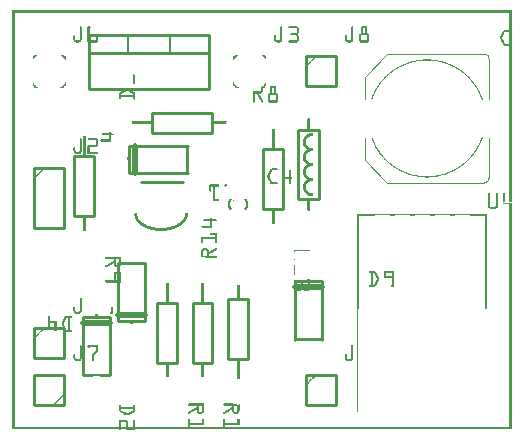
<source format=gto>
G04 MADE WITH FRITZING*
G04 WWW.FRITZING.ORG*
G04 DOUBLE SIDED*
G04 HOLES PLATED*
G04 CONTOUR ON CENTER OF CONTOUR VECTOR*
%ASAXBY*%
%FSLAX23Y23*%
%MOIN*%
%OFA0B0*%
%SFA1.0B1.0*%
%ADD10R,0.080000X0.240000X0.060000X0.220000*%
%ADD11C,0.010000*%
%ADD12C,0.020000*%
%ADD13C,0.005000*%
%ADD14C,0.003937*%
%ADD15C,0.003943*%
%ADD16R,0.001000X0.001000*%
%LNSILK1*%
G90*
G70*
G54D11*
X953Y996D02*
X1023Y996D01*
X1023Y766D01*
X953Y766D01*
X953Y996D01*
D02*
X325Y374D02*
X325Y179D01*
D02*
X235Y179D02*
X235Y374D01*
D02*
X235Y374D02*
X325Y374D01*
G54D12*
D02*
X235Y354D02*
X325Y354D01*
G54D11*
D02*
X353Y359D02*
X353Y554D01*
D02*
X443Y554D02*
X443Y359D01*
D02*
X443Y359D02*
X353Y359D01*
G54D12*
D02*
X443Y379D02*
X353Y379D01*
G54D11*
D02*
X72Y871D02*
X72Y671D01*
D02*
X72Y671D02*
X172Y671D01*
D02*
X172Y671D02*
X172Y871D01*
D02*
X172Y871D02*
X72Y871D01*
D02*
X255Y1313D02*
X655Y1313D01*
D02*
X655Y1313D02*
X655Y1133D01*
D02*
X655Y1133D02*
X255Y1133D01*
D02*
X255Y1133D02*
X255Y1313D01*
D02*
X255Y1313D02*
X655Y1313D01*
D02*
X655Y1313D02*
X655Y1253D01*
D02*
X655Y1253D02*
X255Y1253D01*
D02*
X255Y1253D02*
X255Y1313D01*
G54D13*
D02*
X385Y1313D02*
X385Y1253D01*
D02*
X525Y1313D02*
X525Y1253D01*
G54D11*
D02*
X719Y233D02*
X719Y433D01*
D02*
X719Y433D02*
X785Y433D01*
D02*
X785Y433D02*
X785Y233D01*
D02*
X785Y233D02*
X719Y233D01*
D02*
X465Y1053D02*
X665Y1053D01*
D02*
X665Y1053D02*
X665Y987D01*
D02*
X665Y987D02*
X465Y987D01*
D02*
X465Y987D02*
X465Y1053D01*
D02*
X273Y909D02*
X273Y709D01*
D02*
X273Y709D02*
X207Y709D01*
D02*
X207Y709D02*
X207Y909D01*
D02*
X207Y909D02*
X273Y909D01*
D02*
X428Y824D02*
X568Y824D01*
D02*
X72Y338D02*
X72Y238D01*
D02*
X72Y238D02*
X172Y238D01*
D02*
X172Y238D02*
X172Y338D01*
D02*
X172Y338D02*
X72Y338D01*
D02*
X903Y932D02*
X903Y732D01*
D02*
X903Y732D02*
X837Y732D01*
D02*
X837Y732D02*
X837Y932D01*
D02*
X837Y932D02*
X903Y932D01*
D02*
X549Y421D02*
X549Y221D01*
D02*
X549Y221D02*
X483Y221D01*
D02*
X483Y221D02*
X483Y421D01*
D02*
X483Y421D02*
X549Y421D01*
D02*
X978Y180D02*
X978Y80D01*
D02*
X978Y80D02*
X1078Y80D01*
D02*
X1078Y80D02*
X1078Y180D01*
D02*
X1078Y180D02*
X978Y180D01*
D02*
X172Y80D02*
X172Y180D01*
D02*
X172Y180D02*
X72Y180D01*
D02*
X72Y180D02*
X72Y80D01*
D02*
X72Y80D02*
X172Y80D01*
D02*
X667Y421D02*
X667Y221D01*
D02*
X667Y221D02*
X601Y221D01*
D02*
X601Y221D02*
X601Y421D01*
D02*
X601Y421D02*
X667Y421D01*
D02*
X978Y1243D02*
X978Y1143D01*
D02*
X978Y1143D02*
X1078Y1143D01*
D02*
X1078Y1143D02*
X1078Y1243D01*
D02*
X1078Y1243D02*
X978Y1243D01*
D02*
X390Y945D02*
X585Y945D01*
D02*
X585Y855D02*
X390Y855D01*
D02*
X390Y855D02*
X390Y945D01*
G54D12*
D02*
X410Y855D02*
X410Y945D01*
G54D11*
D02*
X1033Y492D02*
X1033Y297D01*
D02*
X943Y297D02*
X943Y492D01*
D02*
X943Y492D02*
X1033Y492D01*
G54D12*
D02*
X943Y472D02*
X1033Y472D01*
G54D14*
X1175Y1175D02*
X1250Y1250D01*
D02*
X1589Y1234D02*
X1589Y1101D01*
D02*
G54D15*
X1175Y1101D02*
X1175Y1175D01*
D02*
G54D14*
X1250Y1250D02*
X1573Y1250D01*
D02*
X1175Y896D02*
X1250Y821D01*
D02*
X1250Y821D02*
X1573Y821D01*
D02*
X1589Y837D02*
X1589Y971D01*
D02*
G54D15*
X1175Y971D02*
X1175Y896D01*
D02*
G54D16*
X1Y1395D02*
X1664Y1395D01*
X1Y1394D02*
X1664Y1394D01*
X1Y1393D02*
X1664Y1393D01*
X1Y1392D02*
X1664Y1392D01*
X1Y1391D02*
X1664Y1391D01*
X1Y1390D02*
X1664Y1390D01*
X1Y1389D02*
X1664Y1389D01*
X1Y1388D02*
X1664Y1388D01*
X1Y1387D02*
X8Y1387D01*
X1657Y1387D02*
X1664Y1387D01*
X1Y1386D02*
X8Y1386D01*
X1657Y1386D02*
X1664Y1386D01*
X1Y1385D02*
X8Y1385D01*
X1657Y1385D02*
X1664Y1385D01*
X1Y1384D02*
X8Y1384D01*
X1657Y1384D02*
X1664Y1384D01*
X1Y1383D02*
X8Y1383D01*
X1657Y1383D02*
X1664Y1383D01*
X1Y1382D02*
X8Y1382D01*
X1657Y1382D02*
X1664Y1382D01*
X1Y1381D02*
X8Y1381D01*
X1657Y1381D02*
X1664Y1381D01*
X1Y1380D02*
X8Y1380D01*
X1657Y1380D02*
X1664Y1380D01*
X1Y1379D02*
X8Y1379D01*
X1657Y1379D02*
X1664Y1379D01*
X1Y1378D02*
X8Y1378D01*
X1657Y1378D02*
X1664Y1378D01*
X1Y1377D02*
X8Y1377D01*
X1657Y1377D02*
X1664Y1377D01*
X1Y1376D02*
X8Y1376D01*
X1657Y1376D02*
X1664Y1376D01*
X1Y1375D02*
X8Y1375D01*
X1657Y1375D02*
X1664Y1375D01*
X1Y1374D02*
X8Y1374D01*
X1657Y1374D02*
X1664Y1374D01*
X1Y1373D02*
X8Y1373D01*
X1657Y1373D02*
X1664Y1373D01*
X1Y1372D02*
X8Y1372D01*
X1657Y1372D02*
X1664Y1372D01*
X1Y1371D02*
X8Y1371D01*
X1657Y1371D02*
X1664Y1371D01*
X1Y1370D02*
X8Y1370D01*
X1657Y1370D02*
X1664Y1370D01*
X1Y1369D02*
X8Y1369D01*
X1657Y1369D02*
X1664Y1369D01*
X1Y1368D02*
X8Y1368D01*
X1657Y1368D02*
X1664Y1368D01*
X1Y1367D02*
X8Y1367D01*
X1657Y1367D02*
X1664Y1367D01*
X1Y1366D02*
X8Y1366D01*
X1657Y1366D02*
X1664Y1366D01*
X1Y1365D02*
X8Y1365D01*
X1657Y1365D02*
X1664Y1365D01*
X1Y1364D02*
X8Y1364D01*
X1657Y1364D02*
X1664Y1364D01*
X1Y1363D02*
X8Y1363D01*
X1657Y1363D02*
X1664Y1363D01*
X1Y1362D02*
X8Y1362D01*
X1657Y1362D02*
X1664Y1362D01*
X1Y1361D02*
X8Y1361D01*
X1657Y1361D02*
X1664Y1361D01*
X1Y1360D02*
X8Y1360D01*
X1657Y1360D02*
X1664Y1360D01*
X1Y1359D02*
X8Y1359D01*
X1657Y1359D02*
X1664Y1359D01*
X1Y1358D02*
X8Y1358D01*
X1657Y1358D02*
X1664Y1358D01*
X1Y1357D02*
X8Y1357D01*
X1657Y1357D02*
X1664Y1357D01*
X1Y1356D02*
X8Y1356D01*
X1657Y1356D02*
X1664Y1356D01*
X1Y1355D02*
X8Y1355D01*
X1657Y1355D02*
X1664Y1355D01*
X1Y1354D02*
X8Y1354D01*
X1657Y1354D02*
X1664Y1354D01*
X1Y1353D02*
X8Y1353D01*
X1657Y1353D02*
X1664Y1353D01*
X1Y1352D02*
X8Y1352D01*
X1657Y1352D02*
X1664Y1352D01*
X1Y1351D02*
X8Y1351D01*
X1657Y1351D02*
X1664Y1351D01*
X1Y1350D02*
X8Y1350D01*
X1657Y1350D02*
X1664Y1350D01*
X1Y1349D02*
X8Y1349D01*
X1657Y1349D02*
X1664Y1349D01*
X1Y1348D02*
X8Y1348D01*
X1657Y1348D02*
X1664Y1348D01*
X1Y1347D02*
X8Y1347D01*
X1657Y1347D02*
X1664Y1347D01*
X1Y1346D02*
X8Y1346D01*
X1657Y1346D02*
X1664Y1346D01*
X1Y1345D02*
X8Y1345D01*
X1657Y1345D02*
X1664Y1345D01*
X1Y1344D02*
X8Y1344D01*
X1657Y1344D02*
X1664Y1344D01*
X1Y1343D02*
X8Y1343D01*
X1657Y1343D02*
X1664Y1343D01*
X1Y1342D02*
X8Y1342D01*
X226Y1342D02*
X230Y1342D01*
X253Y1342D02*
X259Y1342D01*
X896Y1342D02*
X899Y1342D01*
X922Y1342D02*
X950Y1342D01*
X1132Y1342D02*
X1135Y1342D01*
X1165Y1342D02*
X1182Y1342D01*
X1657Y1342D02*
X1664Y1342D01*
X1Y1341D02*
X8Y1341D01*
X226Y1341D02*
X231Y1341D01*
X252Y1341D02*
X260Y1341D01*
X895Y1341D02*
X900Y1341D01*
X921Y1341D02*
X951Y1341D01*
X1131Y1341D02*
X1136Y1341D01*
X1164Y1341D02*
X1183Y1341D01*
X1657Y1341D02*
X1664Y1341D01*
X1Y1340D02*
X8Y1340D01*
X225Y1340D02*
X231Y1340D01*
X251Y1340D02*
X260Y1340D01*
X894Y1340D02*
X900Y1340D01*
X920Y1340D02*
X952Y1340D01*
X1131Y1340D02*
X1136Y1340D01*
X1164Y1340D02*
X1183Y1340D01*
X1657Y1340D02*
X1664Y1340D01*
X1Y1339D02*
X8Y1339D01*
X225Y1339D02*
X231Y1339D01*
X251Y1339D02*
X261Y1339D01*
X894Y1339D02*
X900Y1339D01*
X920Y1339D02*
X953Y1339D01*
X1130Y1339D02*
X1136Y1339D01*
X1163Y1339D02*
X1183Y1339D01*
X1657Y1339D02*
X1664Y1339D01*
X1Y1338D02*
X8Y1338D01*
X225Y1338D02*
X231Y1338D01*
X251Y1338D02*
X260Y1338D01*
X894Y1338D02*
X900Y1338D01*
X921Y1338D02*
X954Y1338D01*
X1130Y1338D02*
X1136Y1338D01*
X1163Y1338D02*
X1183Y1338D01*
X1657Y1338D02*
X1664Y1338D01*
X1Y1337D02*
X8Y1337D01*
X225Y1337D02*
X231Y1337D01*
X251Y1337D02*
X260Y1337D01*
X894Y1337D02*
X900Y1337D01*
X921Y1337D02*
X954Y1337D01*
X1130Y1337D02*
X1136Y1337D01*
X1163Y1337D02*
X1183Y1337D01*
X1657Y1337D02*
X1664Y1337D01*
X1Y1336D02*
X8Y1336D01*
X225Y1336D02*
X231Y1336D01*
X251Y1336D02*
X258Y1336D01*
X894Y1336D02*
X900Y1336D01*
X923Y1336D02*
X954Y1336D01*
X1130Y1336D02*
X1136Y1336D01*
X1163Y1336D02*
X1183Y1336D01*
X1657Y1336D02*
X1664Y1336D01*
X1Y1335D02*
X8Y1335D01*
X225Y1335D02*
X231Y1335D01*
X251Y1335D02*
X257Y1335D01*
X894Y1335D02*
X900Y1335D01*
X948Y1335D02*
X954Y1335D01*
X1130Y1335D02*
X1136Y1335D01*
X1163Y1335D02*
X1169Y1335D01*
X1177Y1335D02*
X1183Y1335D01*
X1657Y1335D02*
X1664Y1335D01*
X1Y1334D02*
X8Y1334D01*
X225Y1334D02*
X231Y1334D01*
X251Y1334D02*
X257Y1334D01*
X894Y1334D02*
X900Y1334D01*
X948Y1334D02*
X954Y1334D01*
X1130Y1334D02*
X1136Y1334D01*
X1163Y1334D02*
X1169Y1334D01*
X1177Y1334D02*
X1183Y1334D01*
X1657Y1334D02*
X1664Y1334D01*
X1Y1333D02*
X8Y1333D01*
X225Y1333D02*
X231Y1333D01*
X251Y1333D02*
X257Y1333D01*
X894Y1333D02*
X900Y1333D01*
X948Y1333D02*
X954Y1333D01*
X1130Y1333D02*
X1136Y1333D01*
X1163Y1333D02*
X1169Y1333D01*
X1177Y1333D02*
X1183Y1333D01*
X1657Y1333D02*
X1664Y1333D01*
X1Y1332D02*
X8Y1332D01*
X225Y1332D02*
X231Y1332D01*
X251Y1332D02*
X257Y1332D01*
X894Y1332D02*
X900Y1332D01*
X948Y1332D02*
X954Y1332D01*
X1130Y1332D02*
X1136Y1332D01*
X1163Y1332D02*
X1169Y1332D01*
X1177Y1332D02*
X1183Y1332D01*
X1657Y1332D02*
X1664Y1332D01*
X1Y1331D02*
X8Y1331D01*
X225Y1331D02*
X231Y1331D01*
X251Y1331D02*
X257Y1331D01*
X894Y1331D02*
X900Y1331D01*
X948Y1331D02*
X954Y1331D01*
X1130Y1331D02*
X1136Y1331D01*
X1163Y1331D02*
X1169Y1331D01*
X1177Y1331D02*
X1183Y1331D01*
X1641Y1331D02*
X1664Y1331D01*
X1Y1330D02*
X8Y1330D01*
X225Y1330D02*
X231Y1330D01*
X251Y1330D02*
X257Y1330D01*
X894Y1330D02*
X900Y1330D01*
X948Y1330D02*
X954Y1330D01*
X1130Y1330D02*
X1136Y1330D01*
X1163Y1330D02*
X1169Y1330D01*
X1177Y1330D02*
X1183Y1330D01*
X1639Y1330D02*
X1664Y1330D01*
X1Y1329D02*
X8Y1329D01*
X225Y1329D02*
X231Y1329D01*
X251Y1329D02*
X257Y1329D01*
X894Y1329D02*
X900Y1329D01*
X948Y1329D02*
X954Y1329D01*
X1130Y1329D02*
X1136Y1329D01*
X1163Y1329D02*
X1169Y1329D01*
X1177Y1329D02*
X1183Y1329D01*
X1638Y1329D02*
X1664Y1329D01*
X1Y1328D02*
X8Y1328D01*
X225Y1328D02*
X231Y1328D01*
X251Y1328D02*
X257Y1328D01*
X894Y1328D02*
X900Y1328D01*
X948Y1328D02*
X954Y1328D01*
X1130Y1328D02*
X1136Y1328D01*
X1163Y1328D02*
X1169Y1328D01*
X1177Y1328D02*
X1183Y1328D01*
X1637Y1328D02*
X1664Y1328D01*
X1Y1327D02*
X8Y1327D01*
X225Y1327D02*
X231Y1327D01*
X251Y1327D02*
X257Y1327D01*
X894Y1327D02*
X900Y1327D01*
X948Y1327D02*
X954Y1327D01*
X1130Y1327D02*
X1136Y1327D01*
X1163Y1327D02*
X1169Y1327D01*
X1177Y1327D02*
X1183Y1327D01*
X1636Y1327D02*
X1664Y1327D01*
X1Y1326D02*
X8Y1326D01*
X225Y1326D02*
X231Y1326D01*
X251Y1326D02*
X257Y1326D01*
X894Y1326D02*
X900Y1326D01*
X948Y1326D02*
X954Y1326D01*
X1130Y1326D02*
X1136Y1326D01*
X1163Y1326D02*
X1169Y1326D01*
X1177Y1326D02*
X1183Y1326D01*
X1635Y1326D02*
X1664Y1326D01*
X1Y1325D02*
X8Y1325D01*
X225Y1325D02*
X231Y1325D01*
X251Y1325D02*
X257Y1325D01*
X894Y1325D02*
X900Y1325D01*
X948Y1325D02*
X954Y1325D01*
X1130Y1325D02*
X1136Y1325D01*
X1163Y1325D02*
X1169Y1325D01*
X1177Y1325D02*
X1183Y1325D01*
X1635Y1325D02*
X1664Y1325D01*
X1Y1324D02*
X8Y1324D01*
X225Y1324D02*
X231Y1324D01*
X251Y1324D02*
X257Y1324D01*
X894Y1324D02*
X900Y1324D01*
X948Y1324D02*
X954Y1324D01*
X1130Y1324D02*
X1136Y1324D01*
X1163Y1324D02*
X1169Y1324D01*
X1177Y1324D02*
X1183Y1324D01*
X1634Y1324D02*
X1642Y1324D01*
X1657Y1324D02*
X1664Y1324D01*
X1Y1323D02*
X8Y1323D01*
X225Y1323D02*
X231Y1323D01*
X251Y1323D02*
X257Y1323D01*
X894Y1323D02*
X900Y1323D01*
X948Y1323D02*
X954Y1323D01*
X1130Y1323D02*
X1136Y1323D01*
X1163Y1323D02*
X1169Y1323D01*
X1177Y1323D02*
X1183Y1323D01*
X1634Y1323D02*
X1641Y1323D01*
X1657Y1323D02*
X1664Y1323D01*
X1Y1322D02*
X8Y1322D01*
X225Y1322D02*
X231Y1322D01*
X251Y1322D02*
X257Y1322D01*
X894Y1322D02*
X900Y1322D01*
X948Y1322D02*
X954Y1322D01*
X1130Y1322D02*
X1136Y1322D01*
X1163Y1322D02*
X1169Y1322D01*
X1177Y1322D02*
X1183Y1322D01*
X1633Y1322D02*
X1640Y1322D01*
X1657Y1322D02*
X1664Y1322D01*
X1Y1321D02*
X8Y1321D01*
X225Y1321D02*
X231Y1321D01*
X251Y1321D02*
X257Y1321D01*
X894Y1321D02*
X900Y1321D01*
X947Y1321D02*
X954Y1321D01*
X1130Y1321D02*
X1136Y1321D01*
X1163Y1321D02*
X1169Y1321D01*
X1177Y1321D02*
X1183Y1321D01*
X1633Y1321D02*
X1640Y1321D01*
X1657Y1321D02*
X1664Y1321D01*
X1Y1320D02*
X8Y1320D01*
X225Y1320D02*
X231Y1320D01*
X251Y1320D02*
X257Y1320D01*
X894Y1320D02*
X900Y1320D01*
X946Y1320D02*
X954Y1320D01*
X1130Y1320D02*
X1136Y1320D01*
X1163Y1320D02*
X1169Y1320D01*
X1177Y1320D02*
X1183Y1320D01*
X1632Y1320D02*
X1639Y1320D01*
X1657Y1320D02*
X1664Y1320D01*
X1Y1319D02*
X8Y1319D01*
X225Y1319D02*
X231Y1319D01*
X251Y1319D02*
X257Y1319D01*
X894Y1319D02*
X900Y1319D01*
X929Y1319D02*
X953Y1319D01*
X1130Y1319D02*
X1136Y1319D01*
X1162Y1319D02*
X1185Y1319D01*
X1632Y1319D02*
X1639Y1319D01*
X1657Y1319D02*
X1664Y1319D01*
X1Y1318D02*
X8Y1318D01*
X225Y1318D02*
X231Y1318D01*
X251Y1318D02*
X257Y1318D01*
X894Y1318D02*
X900Y1318D01*
X928Y1318D02*
X953Y1318D01*
X1130Y1318D02*
X1136Y1318D01*
X1160Y1318D02*
X1187Y1318D01*
X1631Y1318D02*
X1638Y1318D01*
X1657Y1318D02*
X1664Y1318D01*
X1Y1317D02*
X8Y1317D01*
X225Y1317D02*
X231Y1317D01*
X251Y1317D02*
X257Y1317D01*
X894Y1317D02*
X900Y1317D01*
X928Y1317D02*
X952Y1317D01*
X1130Y1317D02*
X1136Y1317D01*
X1158Y1317D02*
X1188Y1317D01*
X1631Y1317D02*
X1638Y1317D01*
X1657Y1317D02*
X1664Y1317D01*
X1Y1316D02*
X8Y1316D01*
X225Y1316D02*
X231Y1316D01*
X251Y1316D02*
X257Y1316D01*
X894Y1316D02*
X900Y1316D01*
X927Y1316D02*
X951Y1316D01*
X1130Y1316D02*
X1136Y1316D01*
X1158Y1316D02*
X1189Y1316D01*
X1630Y1316D02*
X1637Y1316D01*
X1657Y1316D02*
X1664Y1316D01*
X1Y1315D02*
X8Y1315D01*
X225Y1315D02*
X231Y1315D01*
X251Y1315D02*
X257Y1315D01*
X894Y1315D02*
X900Y1315D01*
X927Y1315D02*
X952Y1315D01*
X1130Y1315D02*
X1136Y1315D01*
X1157Y1315D02*
X1190Y1315D01*
X1630Y1315D02*
X1637Y1315D01*
X1657Y1315D02*
X1664Y1315D01*
X1Y1314D02*
X8Y1314D01*
X225Y1314D02*
X231Y1314D01*
X251Y1314D02*
X257Y1314D01*
X894Y1314D02*
X900Y1314D01*
X928Y1314D02*
X952Y1314D01*
X1130Y1314D02*
X1136Y1314D01*
X1157Y1314D02*
X1190Y1314D01*
X1630Y1314D02*
X1636Y1314D01*
X1657Y1314D02*
X1664Y1314D01*
X1Y1313D02*
X8Y1313D01*
X206Y1313D02*
X208Y1313D01*
X225Y1313D02*
X231Y1313D01*
X251Y1313D02*
X283Y1313D01*
X876Y1313D02*
X878Y1313D01*
X894Y1313D02*
X900Y1313D01*
X929Y1313D02*
X953Y1313D01*
X1112Y1313D02*
X1114Y1313D01*
X1130Y1313D02*
X1136Y1313D01*
X1157Y1313D02*
X1190Y1313D01*
X1629Y1313D02*
X1636Y1313D01*
X1657Y1313D02*
X1664Y1313D01*
X1Y1312D02*
X8Y1312D01*
X205Y1312D02*
X210Y1312D01*
X225Y1312D02*
X231Y1312D01*
X251Y1312D02*
X284Y1312D01*
X874Y1312D02*
X879Y1312D01*
X894Y1312D02*
X900Y1312D01*
X946Y1312D02*
X953Y1312D01*
X1111Y1312D02*
X1115Y1312D01*
X1130Y1312D02*
X1136Y1312D01*
X1157Y1312D02*
X1163Y1312D01*
X1184Y1312D02*
X1190Y1312D01*
X1629Y1312D02*
X1635Y1312D01*
X1657Y1312D02*
X1664Y1312D01*
X1Y1311D02*
X8Y1311D01*
X205Y1311D02*
X210Y1311D01*
X225Y1311D02*
X231Y1311D01*
X251Y1311D02*
X285Y1311D01*
X874Y1311D02*
X879Y1311D01*
X894Y1311D02*
X900Y1311D01*
X947Y1311D02*
X954Y1311D01*
X1110Y1311D02*
X1116Y1311D01*
X1130Y1311D02*
X1136Y1311D01*
X1157Y1311D02*
X1162Y1311D01*
X1184Y1311D02*
X1190Y1311D01*
X1628Y1311D02*
X1635Y1311D01*
X1657Y1311D02*
X1664Y1311D01*
X1Y1310D02*
X8Y1310D01*
X204Y1310D02*
X210Y1310D01*
X225Y1310D02*
X231Y1310D01*
X251Y1310D02*
X285Y1310D01*
X874Y1310D02*
X880Y1310D01*
X894Y1310D02*
X900Y1310D01*
X948Y1310D02*
X954Y1310D01*
X1110Y1310D02*
X1116Y1310D01*
X1130Y1310D02*
X1136Y1310D01*
X1157Y1310D02*
X1162Y1310D01*
X1184Y1310D02*
X1190Y1310D01*
X1628Y1310D02*
X1634Y1310D01*
X1657Y1310D02*
X1664Y1310D01*
X1Y1309D02*
X8Y1309D01*
X204Y1309D02*
X210Y1309D01*
X225Y1309D02*
X231Y1309D01*
X251Y1309D02*
X285Y1309D01*
X874Y1309D02*
X880Y1309D01*
X894Y1309D02*
X900Y1309D01*
X948Y1309D02*
X954Y1309D01*
X1110Y1309D02*
X1116Y1309D01*
X1130Y1309D02*
X1136Y1309D01*
X1157Y1309D02*
X1162Y1309D01*
X1184Y1309D02*
X1190Y1309D01*
X1627Y1309D02*
X1634Y1309D01*
X1657Y1309D02*
X1664Y1309D01*
X1Y1308D02*
X8Y1308D01*
X204Y1308D02*
X210Y1308D01*
X225Y1308D02*
X231Y1308D01*
X251Y1308D02*
X285Y1308D01*
X874Y1308D02*
X880Y1308D01*
X894Y1308D02*
X900Y1308D01*
X948Y1308D02*
X954Y1308D01*
X1110Y1308D02*
X1116Y1308D01*
X1130Y1308D02*
X1136Y1308D01*
X1157Y1308D02*
X1162Y1308D01*
X1184Y1308D02*
X1190Y1308D01*
X1627Y1308D02*
X1633Y1308D01*
X1657Y1308D02*
X1664Y1308D01*
X1Y1307D02*
X8Y1307D01*
X204Y1307D02*
X210Y1307D01*
X225Y1307D02*
X231Y1307D01*
X251Y1307D02*
X285Y1307D01*
X874Y1307D02*
X880Y1307D01*
X894Y1307D02*
X900Y1307D01*
X948Y1307D02*
X954Y1307D01*
X1110Y1307D02*
X1116Y1307D01*
X1130Y1307D02*
X1136Y1307D01*
X1157Y1307D02*
X1162Y1307D01*
X1184Y1307D02*
X1190Y1307D01*
X1627Y1307D02*
X1633Y1307D01*
X1657Y1307D02*
X1664Y1307D01*
X1Y1306D02*
X8Y1306D01*
X204Y1306D02*
X210Y1306D01*
X225Y1306D02*
X231Y1306D01*
X251Y1306D02*
X257Y1306D01*
X279Y1306D02*
X285Y1306D01*
X874Y1306D02*
X880Y1306D01*
X894Y1306D02*
X900Y1306D01*
X948Y1306D02*
X954Y1306D01*
X1110Y1306D02*
X1116Y1306D01*
X1130Y1306D02*
X1136Y1306D01*
X1157Y1306D02*
X1162Y1306D01*
X1184Y1306D02*
X1190Y1306D01*
X1627Y1306D02*
X1633Y1306D01*
X1657Y1306D02*
X1664Y1306D01*
X1Y1305D02*
X8Y1305D01*
X204Y1305D02*
X210Y1305D01*
X225Y1305D02*
X231Y1305D01*
X251Y1305D02*
X257Y1305D01*
X279Y1305D02*
X285Y1305D01*
X874Y1305D02*
X880Y1305D01*
X894Y1305D02*
X900Y1305D01*
X948Y1305D02*
X954Y1305D01*
X1110Y1305D02*
X1116Y1305D01*
X1130Y1305D02*
X1136Y1305D01*
X1157Y1305D02*
X1162Y1305D01*
X1184Y1305D02*
X1190Y1305D01*
X1627Y1305D02*
X1633Y1305D01*
X1657Y1305D02*
X1664Y1305D01*
X1Y1304D02*
X8Y1304D01*
X204Y1304D02*
X210Y1304D01*
X225Y1304D02*
X231Y1304D01*
X251Y1304D02*
X257Y1304D01*
X279Y1304D02*
X285Y1304D01*
X874Y1304D02*
X880Y1304D01*
X894Y1304D02*
X900Y1304D01*
X948Y1304D02*
X954Y1304D01*
X1110Y1304D02*
X1116Y1304D01*
X1130Y1304D02*
X1136Y1304D01*
X1157Y1304D02*
X1162Y1304D01*
X1184Y1304D02*
X1190Y1304D01*
X1627Y1304D02*
X1633Y1304D01*
X1657Y1304D02*
X1664Y1304D01*
X1Y1303D02*
X8Y1303D01*
X204Y1303D02*
X210Y1303D01*
X225Y1303D02*
X231Y1303D01*
X251Y1303D02*
X257Y1303D01*
X279Y1303D02*
X285Y1303D01*
X874Y1303D02*
X880Y1303D01*
X894Y1303D02*
X900Y1303D01*
X948Y1303D02*
X954Y1303D01*
X1110Y1303D02*
X1116Y1303D01*
X1130Y1303D02*
X1136Y1303D01*
X1157Y1303D02*
X1162Y1303D01*
X1184Y1303D02*
X1190Y1303D01*
X1627Y1303D02*
X1633Y1303D01*
X1657Y1303D02*
X1664Y1303D01*
X1Y1302D02*
X8Y1302D01*
X204Y1302D02*
X210Y1302D01*
X225Y1302D02*
X231Y1302D01*
X251Y1302D02*
X257Y1302D01*
X279Y1302D02*
X285Y1302D01*
X874Y1302D02*
X880Y1302D01*
X894Y1302D02*
X900Y1302D01*
X948Y1302D02*
X954Y1302D01*
X1110Y1302D02*
X1116Y1302D01*
X1130Y1302D02*
X1136Y1302D01*
X1157Y1302D02*
X1162Y1302D01*
X1184Y1302D02*
X1190Y1302D01*
X1627Y1302D02*
X1633Y1302D01*
X1657Y1302D02*
X1664Y1302D01*
X1Y1301D02*
X8Y1301D01*
X204Y1301D02*
X210Y1301D01*
X225Y1301D02*
X231Y1301D01*
X251Y1301D02*
X257Y1301D01*
X279Y1301D02*
X285Y1301D01*
X874Y1301D02*
X880Y1301D01*
X894Y1301D02*
X900Y1301D01*
X948Y1301D02*
X954Y1301D01*
X1110Y1301D02*
X1116Y1301D01*
X1130Y1301D02*
X1136Y1301D01*
X1157Y1301D02*
X1162Y1301D01*
X1184Y1301D02*
X1190Y1301D01*
X1627Y1301D02*
X1634Y1301D01*
X1657Y1301D02*
X1664Y1301D01*
X1Y1300D02*
X8Y1300D01*
X204Y1300D02*
X210Y1300D01*
X225Y1300D02*
X231Y1300D01*
X251Y1300D02*
X257Y1300D01*
X279Y1300D02*
X285Y1300D01*
X874Y1300D02*
X880Y1300D01*
X894Y1300D02*
X900Y1300D01*
X948Y1300D02*
X954Y1300D01*
X1110Y1300D02*
X1116Y1300D01*
X1130Y1300D02*
X1136Y1300D01*
X1157Y1300D02*
X1162Y1300D01*
X1184Y1300D02*
X1190Y1300D01*
X1628Y1300D02*
X1634Y1300D01*
X1657Y1300D02*
X1664Y1300D01*
X1Y1299D02*
X8Y1299D01*
X204Y1299D02*
X210Y1299D01*
X225Y1299D02*
X231Y1299D01*
X251Y1299D02*
X257Y1299D01*
X279Y1299D02*
X285Y1299D01*
X874Y1299D02*
X880Y1299D01*
X894Y1299D02*
X900Y1299D01*
X948Y1299D02*
X954Y1299D01*
X1110Y1299D02*
X1116Y1299D01*
X1130Y1299D02*
X1136Y1299D01*
X1157Y1299D02*
X1162Y1299D01*
X1184Y1299D02*
X1190Y1299D01*
X1628Y1299D02*
X1635Y1299D01*
X1657Y1299D02*
X1664Y1299D01*
X1Y1298D02*
X8Y1298D01*
X204Y1298D02*
X211Y1298D01*
X225Y1298D02*
X231Y1298D01*
X251Y1298D02*
X257Y1298D01*
X279Y1298D02*
X285Y1298D01*
X874Y1298D02*
X880Y1298D01*
X894Y1298D02*
X900Y1298D01*
X948Y1298D02*
X954Y1298D01*
X1110Y1298D02*
X1116Y1298D01*
X1130Y1298D02*
X1136Y1298D01*
X1157Y1298D02*
X1162Y1298D01*
X1184Y1298D02*
X1190Y1298D01*
X1628Y1298D02*
X1635Y1298D01*
X1657Y1298D02*
X1664Y1298D01*
X1Y1297D02*
X8Y1297D01*
X205Y1297D02*
X211Y1297D01*
X224Y1297D02*
X231Y1297D01*
X251Y1297D02*
X257Y1297D01*
X279Y1297D02*
X285Y1297D01*
X874Y1297D02*
X880Y1297D01*
X893Y1297D02*
X900Y1297D01*
X948Y1297D02*
X954Y1297D01*
X1110Y1297D02*
X1117Y1297D01*
X1130Y1297D02*
X1136Y1297D01*
X1157Y1297D02*
X1162Y1297D01*
X1184Y1297D02*
X1190Y1297D01*
X1629Y1297D02*
X1636Y1297D01*
X1657Y1297D02*
X1664Y1297D01*
X1Y1296D02*
X8Y1296D01*
X205Y1296D02*
X213Y1296D01*
X223Y1296D02*
X231Y1296D01*
X251Y1296D02*
X257Y1296D01*
X279Y1296D02*
X285Y1296D01*
X874Y1296D02*
X882Y1296D01*
X892Y1296D02*
X900Y1296D01*
X948Y1296D02*
X954Y1296D01*
X1110Y1296D02*
X1118Y1296D01*
X1128Y1296D02*
X1136Y1296D01*
X1157Y1296D02*
X1163Y1296D01*
X1184Y1296D02*
X1190Y1296D01*
X1629Y1296D02*
X1636Y1296D01*
X1657Y1296D02*
X1664Y1296D01*
X1Y1295D02*
X8Y1295D01*
X205Y1295D02*
X230Y1295D01*
X251Y1295D02*
X285Y1295D01*
X874Y1295D02*
X899Y1295D01*
X922Y1295D02*
X954Y1295D01*
X1111Y1295D02*
X1136Y1295D01*
X1157Y1295D02*
X1190Y1295D01*
X1630Y1295D02*
X1637Y1295D01*
X1657Y1295D02*
X1664Y1295D01*
X1Y1294D02*
X8Y1294D01*
X206Y1294D02*
X230Y1294D01*
X251Y1294D02*
X285Y1294D01*
X875Y1294D02*
X899Y1294D01*
X921Y1294D02*
X954Y1294D01*
X1111Y1294D02*
X1135Y1294D01*
X1157Y1294D02*
X1190Y1294D01*
X1630Y1294D02*
X1637Y1294D01*
X1657Y1294D02*
X1664Y1294D01*
X1Y1293D02*
X8Y1293D01*
X206Y1293D02*
X229Y1293D01*
X251Y1293D02*
X285Y1293D01*
X876Y1293D02*
X898Y1293D01*
X921Y1293D02*
X953Y1293D01*
X1112Y1293D02*
X1134Y1293D01*
X1157Y1293D02*
X1190Y1293D01*
X1631Y1293D02*
X1638Y1293D01*
X1657Y1293D02*
X1664Y1293D01*
X1Y1292D02*
X8Y1292D01*
X207Y1292D02*
X228Y1292D01*
X251Y1292D02*
X285Y1292D01*
X876Y1292D02*
X897Y1292D01*
X920Y1292D02*
X953Y1292D01*
X1113Y1292D02*
X1134Y1292D01*
X1158Y1292D02*
X1189Y1292D01*
X1631Y1292D02*
X1638Y1292D01*
X1657Y1292D02*
X1664Y1292D01*
X1Y1291D02*
X8Y1291D01*
X208Y1291D02*
X227Y1291D01*
X251Y1291D02*
X285Y1291D01*
X878Y1291D02*
X896Y1291D01*
X921Y1291D02*
X952Y1291D01*
X1114Y1291D02*
X1132Y1291D01*
X1158Y1291D02*
X1188Y1291D01*
X1632Y1291D02*
X1639Y1291D01*
X1657Y1291D02*
X1664Y1291D01*
X1Y1290D02*
X8Y1290D01*
X210Y1290D02*
X226Y1290D01*
X252Y1290D02*
X284Y1290D01*
X879Y1290D02*
X895Y1290D01*
X921Y1290D02*
X951Y1290D01*
X1115Y1290D02*
X1131Y1290D01*
X1159Y1290D02*
X1187Y1290D01*
X1632Y1290D02*
X1639Y1290D01*
X1657Y1290D02*
X1664Y1290D01*
X1Y1289D02*
X8Y1289D01*
X212Y1289D02*
X223Y1289D01*
X253Y1289D02*
X283Y1289D01*
X882Y1289D02*
X892Y1289D01*
X922Y1289D02*
X949Y1289D01*
X1118Y1289D02*
X1129Y1289D01*
X1161Y1289D02*
X1185Y1289D01*
X1633Y1289D02*
X1640Y1289D01*
X1657Y1289D02*
X1664Y1289D01*
X1Y1288D02*
X8Y1288D01*
X1633Y1288D02*
X1640Y1288D01*
X1657Y1288D02*
X1664Y1288D01*
X1Y1287D02*
X8Y1287D01*
X1634Y1287D02*
X1641Y1287D01*
X1657Y1287D02*
X1664Y1287D01*
X1Y1286D02*
X8Y1286D01*
X1634Y1286D02*
X1641Y1286D01*
X1657Y1286D02*
X1664Y1286D01*
X1Y1285D02*
X8Y1285D01*
X1635Y1285D02*
X1643Y1285D01*
X1657Y1285D02*
X1664Y1285D01*
X1Y1284D02*
X8Y1284D01*
X1635Y1284D02*
X1664Y1284D01*
X1Y1283D02*
X8Y1283D01*
X1636Y1283D02*
X1664Y1283D01*
X1Y1282D02*
X8Y1282D01*
X1637Y1282D02*
X1664Y1282D01*
X1Y1281D02*
X8Y1281D01*
X1637Y1281D02*
X1664Y1281D01*
X1Y1280D02*
X8Y1280D01*
X1639Y1280D02*
X1664Y1280D01*
X1Y1279D02*
X8Y1279D01*
X1640Y1279D02*
X1664Y1279D01*
X1Y1278D02*
X8Y1278D01*
X1643Y1278D02*
X1664Y1278D01*
X1Y1277D02*
X8Y1277D01*
X1657Y1277D02*
X1664Y1277D01*
X1Y1276D02*
X8Y1276D01*
X1657Y1276D02*
X1664Y1276D01*
X1Y1275D02*
X8Y1275D01*
X1657Y1275D02*
X1664Y1275D01*
X1Y1274D02*
X8Y1274D01*
X1657Y1274D02*
X1664Y1274D01*
X1Y1273D02*
X8Y1273D01*
X1657Y1273D02*
X1664Y1273D01*
X1Y1272D02*
X8Y1272D01*
X1657Y1272D02*
X1664Y1272D01*
X1Y1271D02*
X8Y1271D01*
X1657Y1271D02*
X1664Y1271D01*
X1Y1270D02*
X8Y1270D01*
X1657Y1270D02*
X1664Y1270D01*
X1Y1269D02*
X8Y1269D01*
X1657Y1269D02*
X1664Y1269D01*
X1Y1268D02*
X8Y1268D01*
X1657Y1268D02*
X1664Y1268D01*
X1Y1267D02*
X8Y1267D01*
X1657Y1267D02*
X1664Y1267D01*
X1Y1266D02*
X8Y1266D01*
X1657Y1266D02*
X1664Y1266D01*
X1Y1265D02*
X8Y1265D01*
X1657Y1265D02*
X1664Y1265D01*
X1Y1264D02*
X8Y1264D01*
X1657Y1264D02*
X1664Y1264D01*
X1Y1263D02*
X8Y1263D01*
X1657Y1263D02*
X1664Y1263D01*
X1Y1262D02*
X8Y1262D01*
X1657Y1262D02*
X1664Y1262D01*
X1Y1261D02*
X8Y1261D01*
X1657Y1261D02*
X1664Y1261D01*
X1Y1260D02*
X8Y1260D01*
X1657Y1260D02*
X1664Y1260D01*
X1Y1259D02*
X8Y1259D01*
X1657Y1259D02*
X1664Y1259D01*
X1Y1258D02*
X8Y1258D01*
X1657Y1258D02*
X1664Y1258D01*
X1Y1257D02*
X8Y1257D01*
X1657Y1257D02*
X1664Y1257D01*
X1Y1256D02*
X8Y1256D01*
X1657Y1256D02*
X1664Y1256D01*
X1Y1255D02*
X8Y1255D01*
X1657Y1255D02*
X1664Y1255D01*
X1Y1254D02*
X8Y1254D01*
X1657Y1254D02*
X1664Y1254D01*
X1Y1253D02*
X8Y1253D01*
X1657Y1253D02*
X1664Y1253D01*
X1Y1252D02*
X8Y1252D01*
X1657Y1252D02*
X1664Y1252D01*
X1Y1251D02*
X8Y1251D01*
X1572Y1251D02*
X1578Y1251D01*
X1657Y1251D02*
X1664Y1251D01*
X1Y1250D02*
X8Y1250D01*
X1572Y1250D02*
X1580Y1250D01*
X1657Y1250D02*
X1664Y1250D01*
X1Y1249D02*
X8Y1249D01*
X1572Y1249D02*
X1582Y1249D01*
X1657Y1249D02*
X1664Y1249D01*
X1Y1248D02*
X8Y1248D01*
X1575Y1248D02*
X1584Y1248D01*
X1657Y1248D02*
X1664Y1248D01*
X1Y1247D02*
X8Y1247D01*
X73Y1247D02*
X84Y1247D01*
X161Y1247D02*
X172Y1247D01*
X742Y1247D02*
X754Y1247D01*
X830Y1247D02*
X841Y1247D01*
X1579Y1247D02*
X1585Y1247D01*
X1657Y1247D02*
X1664Y1247D01*
X1Y1246D02*
X8Y1246D01*
X73Y1246D02*
X83Y1246D01*
X162Y1246D02*
X172Y1246D01*
X742Y1246D02*
X752Y1246D01*
X831Y1246D02*
X841Y1246D01*
X1581Y1246D02*
X1586Y1246D01*
X1657Y1246D02*
X1664Y1246D01*
X1Y1245D02*
X8Y1245D01*
X73Y1245D02*
X82Y1245D01*
X164Y1245D02*
X172Y1245D01*
X742Y1245D02*
X751Y1245D01*
X833Y1245D02*
X841Y1245D01*
X1582Y1245D02*
X1587Y1245D01*
X1657Y1245D02*
X1664Y1245D01*
X1Y1244D02*
X8Y1244D01*
X73Y1244D02*
X80Y1244D01*
X165Y1244D02*
X172Y1244D01*
X742Y1244D02*
X750Y1244D01*
X834Y1244D02*
X841Y1244D01*
X1011Y1244D02*
X1012Y1244D01*
X1584Y1244D02*
X1587Y1244D01*
X1657Y1244D02*
X1664Y1244D01*
X1Y1243D02*
X8Y1243D01*
X73Y1243D02*
X79Y1243D01*
X166Y1243D02*
X172Y1243D01*
X742Y1243D02*
X748Y1243D01*
X835Y1243D02*
X841Y1243D01*
X1010Y1243D02*
X1013Y1243D01*
X1584Y1243D02*
X1588Y1243D01*
X1657Y1243D02*
X1664Y1243D01*
X1Y1242D02*
X8Y1242D01*
X68Y1242D02*
X78Y1242D01*
X167Y1242D02*
X177Y1242D01*
X737Y1242D02*
X747Y1242D01*
X836Y1242D02*
X846Y1242D01*
X1009Y1242D02*
X1014Y1242D01*
X1585Y1242D02*
X1588Y1242D01*
X1657Y1242D02*
X1664Y1242D01*
X1Y1241D02*
X8Y1241D01*
X68Y1241D02*
X77Y1241D01*
X168Y1241D02*
X177Y1241D01*
X737Y1241D02*
X746Y1241D01*
X838Y1241D02*
X846Y1241D01*
X1008Y1241D02*
X1014Y1241D01*
X1586Y1241D02*
X1589Y1241D01*
X1657Y1241D02*
X1664Y1241D01*
X1Y1240D02*
X8Y1240D01*
X68Y1240D02*
X76Y1240D01*
X169Y1240D02*
X177Y1240D01*
X737Y1240D02*
X745Y1240D01*
X839Y1240D02*
X846Y1240D01*
X1007Y1240D02*
X1013Y1240D01*
X1586Y1240D02*
X1589Y1240D01*
X1657Y1240D02*
X1664Y1240D01*
X1Y1239D02*
X8Y1239D01*
X68Y1239D02*
X75Y1239D01*
X170Y1239D02*
X177Y1239D01*
X737Y1239D02*
X744Y1239D01*
X840Y1239D02*
X846Y1239D01*
X1006Y1239D02*
X1012Y1239D01*
X1587Y1239D02*
X1590Y1239D01*
X1657Y1239D02*
X1664Y1239D01*
X1Y1238D02*
X8Y1238D01*
X68Y1238D02*
X74Y1238D01*
X171Y1238D02*
X177Y1238D01*
X737Y1238D02*
X743Y1238D01*
X841Y1238D02*
X846Y1238D01*
X1005Y1238D02*
X1011Y1238D01*
X1587Y1238D02*
X1590Y1238D01*
X1657Y1238D02*
X1664Y1238D01*
X1Y1237D02*
X8Y1237D01*
X68Y1237D02*
X73Y1237D01*
X172Y1237D02*
X177Y1237D01*
X737Y1237D02*
X742Y1237D01*
X841Y1237D02*
X846Y1237D01*
X1004Y1237D02*
X1010Y1237D01*
X1587Y1237D02*
X1590Y1237D01*
X1657Y1237D02*
X1664Y1237D01*
X1Y1236D02*
X8Y1236D01*
X68Y1236D02*
X72Y1236D01*
X173Y1236D02*
X177Y1236D01*
X737Y1236D02*
X741Y1236D01*
X842Y1236D02*
X846Y1236D01*
X1003Y1236D02*
X1009Y1236D01*
X1587Y1236D02*
X1590Y1236D01*
X1657Y1236D02*
X1664Y1236D01*
X1Y1235D02*
X8Y1235D01*
X68Y1235D02*
X71Y1235D01*
X174Y1235D02*
X177Y1235D01*
X737Y1235D02*
X741Y1235D01*
X843Y1235D02*
X846Y1235D01*
X1002Y1235D02*
X1008Y1235D01*
X1587Y1235D02*
X1590Y1235D01*
X1657Y1235D02*
X1664Y1235D01*
X1Y1234D02*
X8Y1234D01*
X68Y1234D02*
X71Y1234D01*
X175Y1234D02*
X177Y1234D01*
X737Y1234D02*
X740Y1234D01*
X844Y1234D02*
X846Y1234D01*
X1001Y1234D02*
X1007Y1234D01*
X1588Y1234D02*
X1590Y1234D01*
X1657Y1234D02*
X1664Y1234D01*
X1Y1233D02*
X8Y1233D01*
X68Y1233D02*
X70Y1233D01*
X175Y1233D02*
X177Y1233D01*
X737Y1233D02*
X739Y1233D01*
X845Y1233D02*
X846Y1233D01*
X1000Y1233D02*
X1006Y1233D01*
X1588Y1233D02*
X1590Y1233D01*
X1657Y1233D02*
X1664Y1233D01*
X1Y1232D02*
X8Y1232D01*
X68Y1232D02*
X69Y1232D01*
X176Y1232D02*
X177Y1232D01*
X737Y1232D02*
X738Y1232D01*
X845Y1232D02*
X846Y1232D01*
X999Y1232D02*
X1005Y1232D01*
X1370Y1232D02*
X1394Y1232D01*
X1657Y1232D02*
X1664Y1232D01*
X1Y1231D02*
X8Y1231D01*
X68Y1231D02*
X68Y1231D01*
X177Y1231D02*
X177Y1231D01*
X737Y1231D02*
X738Y1231D01*
X846Y1231D02*
X846Y1231D01*
X998Y1231D02*
X1004Y1231D01*
X1359Y1231D02*
X1405Y1231D01*
X1657Y1231D02*
X1664Y1231D01*
X1Y1230D02*
X8Y1230D01*
X68Y1230D02*
X68Y1230D01*
X737Y1230D02*
X737Y1230D01*
X997Y1230D02*
X1003Y1230D01*
X1352Y1230D02*
X1412Y1230D01*
X1657Y1230D02*
X1664Y1230D01*
X1Y1229D02*
X8Y1229D01*
X996Y1229D02*
X1001Y1229D01*
X1346Y1229D02*
X1418Y1229D01*
X1657Y1229D02*
X1664Y1229D01*
X1Y1228D02*
X8Y1228D01*
X995Y1228D02*
X1000Y1228D01*
X1342Y1228D02*
X1368Y1228D01*
X1396Y1228D02*
X1423Y1228D01*
X1657Y1228D02*
X1664Y1228D01*
X1Y1227D02*
X8Y1227D01*
X994Y1227D02*
X999Y1227D01*
X1337Y1227D02*
X1358Y1227D01*
X1407Y1227D02*
X1428Y1227D01*
X1657Y1227D02*
X1664Y1227D01*
X1Y1226D02*
X8Y1226D01*
X993Y1226D02*
X998Y1226D01*
X1333Y1226D02*
X1351Y1226D01*
X1414Y1226D02*
X1431Y1226D01*
X1657Y1226D02*
X1664Y1226D01*
X1Y1225D02*
X8Y1225D01*
X992Y1225D02*
X996Y1225D01*
X1329Y1225D02*
X1345Y1225D01*
X1419Y1225D02*
X1435Y1225D01*
X1657Y1225D02*
X1664Y1225D01*
X1Y1224D02*
X8Y1224D01*
X991Y1224D02*
X995Y1224D01*
X1326Y1224D02*
X1340Y1224D01*
X1424Y1224D02*
X1439Y1224D01*
X1657Y1224D02*
X1664Y1224D01*
X1Y1223D02*
X8Y1223D01*
X990Y1223D02*
X995Y1223D01*
X1323Y1223D02*
X1336Y1223D01*
X1429Y1223D02*
X1442Y1223D01*
X1657Y1223D02*
X1664Y1223D01*
X1Y1222D02*
X8Y1222D01*
X989Y1222D02*
X994Y1222D01*
X1320Y1222D02*
X1332Y1222D01*
X1432Y1222D02*
X1445Y1222D01*
X1657Y1222D02*
X1664Y1222D01*
X1Y1221D02*
X8Y1221D01*
X988Y1221D02*
X993Y1221D01*
X1317Y1221D02*
X1328Y1221D01*
X1436Y1221D02*
X1448Y1221D01*
X1657Y1221D02*
X1664Y1221D01*
X1Y1220D02*
X8Y1220D01*
X987Y1220D02*
X992Y1220D01*
X1314Y1220D02*
X1325Y1220D01*
X1439Y1220D02*
X1450Y1220D01*
X1657Y1220D02*
X1664Y1220D01*
X1Y1219D02*
X8Y1219D01*
X986Y1219D02*
X991Y1219D01*
X1312Y1219D02*
X1322Y1219D01*
X1443Y1219D02*
X1453Y1219D01*
X1657Y1219D02*
X1664Y1219D01*
X1Y1218D02*
X8Y1218D01*
X985Y1218D02*
X991Y1218D01*
X1309Y1218D02*
X1319Y1218D01*
X1446Y1218D02*
X1456Y1218D01*
X1657Y1218D02*
X1664Y1218D01*
X1Y1217D02*
X8Y1217D01*
X984Y1217D02*
X990Y1217D01*
X1307Y1217D02*
X1316Y1217D01*
X1449Y1217D02*
X1458Y1217D01*
X1657Y1217D02*
X1664Y1217D01*
X1Y1216D02*
X8Y1216D01*
X983Y1216D02*
X989Y1216D01*
X1304Y1216D02*
X1313Y1216D01*
X1451Y1216D02*
X1460Y1216D01*
X1657Y1216D02*
X1664Y1216D01*
X1Y1215D02*
X8Y1215D01*
X982Y1215D02*
X988Y1215D01*
X1302Y1215D02*
X1311Y1215D01*
X1454Y1215D02*
X1463Y1215D01*
X1657Y1215D02*
X1664Y1215D01*
X1Y1214D02*
X8Y1214D01*
X981Y1214D02*
X987Y1214D01*
X1300Y1214D02*
X1308Y1214D01*
X1456Y1214D02*
X1465Y1214D01*
X1657Y1214D02*
X1664Y1214D01*
X1Y1213D02*
X8Y1213D01*
X980Y1213D02*
X986Y1213D01*
X1298Y1213D02*
X1306Y1213D01*
X1459Y1213D02*
X1467Y1213D01*
X1657Y1213D02*
X1664Y1213D01*
X1Y1212D02*
X8Y1212D01*
X979Y1212D02*
X985Y1212D01*
X1296Y1212D02*
X1304Y1212D01*
X1461Y1212D02*
X1469Y1212D01*
X1657Y1212D02*
X1664Y1212D01*
X1Y1211D02*
X8Y1211D01*
X978Y1211D02*
X984Y1211D01*
X1294Y1211D02*
X1301Y1211D01*
X1463Y1211D02*
X1471Y1211D01*
X1657Y1211D02*
X1664Y1211D01*
X1Y1210D02*
X8Y1210D01*
X977Y1210D02*
X983Y1210D01*
X1292Y1210D02*
X1299Y1210D01*
X1465Y1210D02*
X1473Y1210D01*
X1657Y1210D02*
X1664Y1210D01*
X1Y1209D02*
X8Y1209D01*
X978Y1209D02*
X982Y1209D01*
X1290Y1209D02*
X1297Y1209D01*
X1467Y1209D02*
X1475Y1209D01*
X1657Y1209D02*
X1664Y1209D01*
X1Y1208D02*
X8Y1208D01*
X979Y1208D02*
X981Y1208D01*
X1288Y1208D02*
X1295Y1208D01*
X1469Y1208D02*
X1477Y1208D01*
X1657Y1208D02*
X1664Y1208D01*
X1Y1207D02*
X8Y1207D01*
X980Y1207D02*
X980Y1207D01*
X1286Y1207D02*
X1293Y1207D01*
X1471Y1207D02*
X1478Y1207D01*
X1657Y1207D02*
X1664Y1207D01*
X1Y1206D02*
X8Y1206D01*
X1284Y1206D02*
X1291Y1206D01*
X1473Y1206D02*
X1480Y1206D01*
X1657Y1206D02*
X1664Y1206D01*
X1Y1205D02*
X8Y1205D01*
X1283Y1205D02*
X1289Y1205D01*
X1475Y1205D02*
X1482Y1205D01*
X1657Y1205D02*
X1664Y1205D01*
X1Y1204D02*
X8Y1204D01*
X1281Y1204D02*
X1288Y1204D01*
X1477Y1204D02*
X1484Y1204D01*
X1657Y1204D02*
X1664Y1204D01*
X1Y1203D02*
X8Y1203D01*
X1279Y1203D02*
X1286Y1203D01*
X1479Y1203D02*
X1485Y1203D01*
X1657Y1203D02*
X1664Y1203D01*
X1Y1202D02*
X8Y1202D01*
X1278Y1202D02*
X1284Y1202D01*
X1480Y1202D02*
X1487Y1202D01*
X1657Y1202D02*
X1664Y1202D01*
X1Y1201D02*
X8Y1201D01*
X1276Y1201D02*
X1282Y1201D01*
X1482Y1201D02*
X1488Y1201D01*
X1657Y1201D02*
X1664Y1201D01*
X1Y1200D02*
X8Y1200D01*
X1275Y1200D02*
X1281Y1200D01*
X1484Y1200D02*
X1490Y1200D01*
X1657Y1200D02*
X1664Y1200D01*
X1Y1199D02*
X8Y1199D01*
X1273Y1199D02*
X1279Y1199D01*
X1485Y1199D02*
X1491Y1199D01*
X1657Y1199D02*
X1664Y1199D01*
X1Y1198D02*
X8Y1198D01*
X1272Y1198D02*
X1278Y1198D01*
X1487Y1198D02*
X1493Y1198D01*
X1657Y1198D02*
X1664Y1198D01*
X1Y1197D02*
X8Y1197D01*
X1270Y1197D02*
X1276Y1197D01*
X1489Y1197D02*
X1494Y1197D01*
X1657Y1197D02*
X1664Y1197D01*
X1Y1196D02*
X8Y1196D01*
X1269Y1196D02*
X1275Y1196D01*
X1490Y1196D02*
X1496Y1196D01*
X1657Y1196D02*
X1664Y1196D01*
X1Y1195D02*
X8Y1195D01*
X1267Y1195D02*
X1273Y1195D01*
X1492Y1195D02*
X1497Y1195D01*
X1657Y1195D02*
X1664Y1195D01*
X1Y1194D02*
X8Y1194D01*
X1266Y1194D02*
X1272Y1194D01*
X1493Y1194D02*
X1498Y1194D01*
X1657Y1194D02*
X1664Y1194D01*
X1Y1193D02*
X8Y1193D01*
X1265Y1193D02*
X1270Y1193D01*
X1494Y1193D02*
X1500Y1193D01*
X1657Y1193D02*
X1664Y1193D01*
X1Y1192D02*
X8Y1192D01*
X1263Y1192D02*
X1269Y1192D01*
X1496Y1192D02*
X1501Y1192D01*
X1657Y1192D02*
X1664Y1192D01*
X1Y1191D02*
X8Y1191D01*
X1262Y1191D02*
X1267Y1191D01*
X1497Y1191D02*
X1502Y1191D01*
X1657Y1191D02*
X1664Y1191D01*
X1Y1190D02*
X8Y1190D01*
X1261Y1190D02*
X1266Y1190D01*
X1499Y1190D02*
X1504Y1190D01*
X1657Y1190D02*
X1664Y1190D01*
X1Y1189D02*
X8Y1189D01*
X1260Y1189D02*
X1265Y1189D01*
X1500Y1189D02*
X1505Y1189D01*
X1657Y1189D02*
X1664Y1189D01*
X1Y1188D02*
X8Y1188D01*
X1258Y1188D02*
X1263Y1188D01*
X1501Y1188D02*
X1506Y1188D01*
X1657Y1188D02*
X1664Y1188D01*
X1Y1187D02*
X8Y1187D01*
X1257Y1187D02*
X1262Y1187D01*
X1502Y1187D02*
X1507Y1187D01*
X1657Y1187D02*
X1664Y1187D01*
X1Y1186D02*
X8Y1186D01*
X1256Y1186D02*
X1261Y1186D01*
X1504Y1186D02*
X1509Y1186D01*
X1657Y1186D02*
X1664Y1186D01*
X1Y1185D02*
X8Y1185D01*
X1255Y1185D02*
X1260Y1185D01*
X1505Y1185D02*
X1510Y1185D01*
X1657Y1185D02*
X1664Y1185D01*
X1Y1184D02*
X8Y1184D01*
X1254Y1184D02*
X1258Y1184D01*
X1506Y1184D02*
X1511Y1184D01*
X1657Y1184D02*
X1664Y1184D01*
X1Y1183D02*
X8Y1183D01*
X402Y1183D02*
X405Y1183D01*
X1252Y1183D02*
X1257Y1183D01*
X1507Y1183D02*
X1512Y1183D01*
X1657Y1183D02*
X1664Y1183D01*
X1Y1182D02*
X8Y1182D01*
X402Y1182D02*
X406Y1182D01*
X1251Y1182D02*
X1256Y1182D01*
X1508Y1182D02*
X1513Y1182D01*
X1657Y1182D02*
X1664Y1182D01*
X1Y1181D02*
X8Y1181D01*
X402Y1181D02*
X407Y1181D01*
X1250Y1181D02*
X1255Y1181D01*
X1510Y1181D02*
X1514Y1181D01*
X1657Y1181D02*
X1664Y1181D01*
X1Y1180D02*
X8Y1180D01*
X402Y1180D02*
X408Y1180D01*
X1249Y1180D02*
X1254Y1180D01*
X1511Y1180D02*
X1515Y1180D01*
X1657Y1180D02*
X1664Y1180D01*
X1Y1179D02*
X8Y1179D01*
X402Y1179D02*
X409Y1179D01*
X1248Y1179D02*
X1253Y1179D01*
X1512Y1179D02*
X1516Y1179D01*
X1657Y1179D02*
X1664Y1179D01*
X1Y1178D02*
X8Y1178D01*
X402Y1178D02*
X409Y1178D01*
X1247Y1178D02*
X1252Y1178D01*
X1513Y1178D02*
X1518Y1178D01*
X1657Y1178D02*
X1664Y1178D01*
X1Y1177D02*
X8Y1177D01*
X402Y1177D02*
X409Y1177D01*
X1246Y1177D02*
X1250Y1177D01*
X1514Y1177D02*
X1519Y1177D01*
X1657Y1177D02*
X1664Y1177D01*
X1Y1176D02*
X8Y1176D01*
X403Y1176D02*
X409Y1176D01*
X1245Y1176D02*
X1249Y1176D01*
X1515Y1176D02*
X1520Y1176D01*
X1657Y1176D02*
X1664Y1176D01*
X1Y1175D02*
X8Y1175D01*
X403Y1175D02*
X409Y1175D01*
X1244Y1175D02*
X1248Y1175D01*
X1516Y1175D02*
X1521Y1175D01*
X1657Y1175D02*
X1664Y1175D01*
X1Y1174D02*
X8Y1174D01*
X403Y1174D02*
X409Y1174D01*
X1243Y1174D02*
X1247Y1174D01*
X1517Y1174D02*
X1522Y1174D01*
X1657Y1174D02*
X1664Y1174D01*
X1Y1173D02*
X8Y1173D01*
X403Y1173D02*
X409Y1173D01*
X1242Y1173D02*
X1246Y1173D01*
X1518Y1173D02*
X1523Y1173D01*
X1657Y1173D02*
X1664Y1173D01*
X1Y1172D02*
X8Y1172D01*
X403Y1172D02*
X409Y1172D01*
X1241Y1172D02*
X1245Y1172D01*
X1519Y1172D02*
X1524Y1172D01*
X1657Y1172D02*
X1664Y1172D01*
X1Y1171D02*
X8Y1171D01*
X403Y1171D02*
X409Y1171D01*
X1240Y1171D02*
X1244Y1171D01*
X1520Y1171D02*
X1525Y1171D01*
X1657Y1171D02*
X1664Y1171D01*
X1Y1170D02*
X8Y1170D01*
X403Y1170D02*
X409Y1170D01*
X1239Y1170D02*
X1243Y1170D01*
X1521Y1170D02*
X1525Y1170D01*
X1657Y1170D02*
X1664Y1170D01*
X1Y1169D02*
X8Y1169D01*
X403Y1169D02*
X409Y1169D01*
X1238Y1169D02*
X1242Y1169D01*
X1522Y1169D02*
X1526Y1169D01*
X1657Y1169D02*
X1664Y1169D01*
X1Y1168D02*
X8Y1168D01*
X403Y1168D02*
X409Y1168D01*
X1237Y1168D02*
X1241Y1168D01*
X1523Y1168D02*
X1527Y1168D01*
X1657Y1168D02*
X1664Y1168D01*
X1Y1167D02*
X8Y1167D01*
X403Y1167D02*
X409Y1167D01*
X1236Y1167D02*
X1240Y1167D01*
X1524Y1167D02*
X1528Y1167D01*
X1657Y1167D02*
X1664Y1167D01*
X1Y1166D02*
X8Y1166D01*
X403Y1166D02*
X409Y1166D01*
X1235Y1166D02*
X1240Y1166D01*
X1525Y1166D02*
X1529Y1166D01*
X1657Y1166D02*
X1664Y1166D01*
X1Y1165D02*
X8Y1165D01*
X403Y1165D02*
X409Y1165D01*
X1235Y1165D02*
X1239Y1165D01*
X1526Y1165D02*
X1530Y1165D01*
X1657Y1165D02*
X1664Y1165D01*
X1Y1164D02*
X8Y1164D01*
X403Y1164D02*
X409Y1164D01*
X1234Y1164D02*
X1238Y1164D01*
X1527Y1164D02*
X1531Y1164D01*
X1657Y1164D02*
X1664Y1164D01*
X1Y1163D02*
X8Y1163D01*
X403Y1163D02*
X409Y1163D01*
X1233Y1163D02*
X1237Y1163D01*
X1528Y1163D02*
X1532Y1163D01*
X1657Y1163D02*
X1664Y1163D01*
X1Y1162D02*
X8Y1162D01*
X403Y1162D02*
X409Y1162D01*
X1232Y1162D02*
X1236Y1162D01*
X1529Y1162D02*
X1533Y1162D01*
X1657Y1162D02*
X1664Y1162D01*
X1Y1161D02*
X8Y1161D01*
X403Y1161D02*
X409Y1161D01*
X1231Y1161D02*
X1235Y1161D01*
X1529Y1161D02*
X1533Y1161D01*
X1657Y1161D02*
X1664Y1161D01*
X1Y1160D02*
X8Y1160D01*
X403Y1160D02*
X409Y1160D01*
X1230Y1160D02*
X1234Y1160D01*
X1530Y1160D02*
X1534Y1160D01*
X1657Y1160D02*
X1664Y1160D01*
X1Y1159D02*
X8Y1159D01*
X403Y1159D02*
X409Y1159D01*
X1230Y1159D02*
X1233Y1159D01*
X1531Y1159D02*
X1535Y1159D01*
X1657Y1159D02*
X1664Y1159D01*
X1Y1158D02*
X8Y1158D01*
X403Y1158D02*
X409Y1158D01*
X1229Y1158D02*
X1233Y1158D01*
X1532Y1158D02*
X1536Y1158D01*
X1657Y1158D02*
X1664Y1158D01*
X1Y1157D02*
X8Y1157D01*
X403Y1157D02*
X409Y1157D01*
X1228Y1157D02*
X1232Y1157D01*
X1533Y1157D02*
X1537Y1157D01*
X1657Y1157D02*
X1664Y1157D01*
X1Y1156D02*
X8Y1156D01*
X68Y1156D02*
X68Y1156D01*
X403Y1156D02*
X409Y1156D01*
X737Y1156D02*
X737Y1156D01*
X1227Y1156D02*
X1231Y1156D01*
X1534Y1156D02*
X1537Y1156D01*
X1657Y1156D02*
X1664Y1156D01*
X1Y1155D02*
X8Y1155D01*
X68Y1155D02*
X68Y1155D01*
X177Y1155D02*
X177Y1155D01*
X402Y1155D02*
X409Y1155D01*
X737Y1155D02*
X738Y1155D01*
X846Y1155D02*
X846Y1155D01*
X1226Y1155D02*
X1230Y1155D01*
X1534Y1155D02*
X1538Y1155D01*
X1657Y1155D02*
X1664Y1155D01*
X1Y1154D02*
X8Y1154D01*
X68Y1154D02*
X69Y1154D01*
X176Y1154D02*
X177Y1154D01*
X402Y1154D02*
X409Y1154D01*
X737Y1154D02*
X738Y1154D01*
X845Y1154D02*
X846Y1154D01*
X1226Y1154D02*
X1229Y1154D01*
X1535Y1154D02*
X1539Y1154D01*
X1657Y1154D02*
X1664Y1154D01*
X1Y1153D02*
X8Y1153D01*
X68Y1153D02*
X70Y1153D01*
X175Y1153D02*
X177Y1153D01*
X402Y1153D02*
X409Y1153D01*
X737Y1153D02*
X739Y1153D01*
X845Y1153D02*
X846Y1153D01*
X1225Y1153D02*
X1229Y1153D01*
X1536Y1153D02*
X1540Y1153D01*
X1657Y1153D02*
X1664Y1153D01*
X1Y1152D02*
X8Y1152D01*
X68Y1152D02*
X71Y1152D01*
X175Y1152D02*
X177Y1152D01*
X402Y1152D02*
X408Y1152D01*
X737Y1152D02*
X740Y1152D01*
X844Y1152D02*
X846Y1152D01*
X1224Y1152D02*
X1228Y1152D01*
X1537Y1152D02*
X1540Y1152D01*
X1657Y1152D02*
X1664Y1152D01*
X1Y1151D02*
X8Y1151D01*
X68Y1151D02*
X71Y1151D01*
X174Y1151D02*
X177Y1151D01*
X402Y1151D02*
X407Y1151D01*
X737Y1151D02*
X741Y1151D01*
X843Y1151D02*
X846Y1151D01*
X1223Y1151D02*
X1227Y1151D01*
X1537Y1151D02*
X1541Y1151D01*
X1657Y1151D02*
X1664Y1151D01*
X1Y1150D02*
X8Y1150D01*
X68Y1150D02*
X72Y1150D01*
X173Y1150D02*
X177Y1150D01*
X402Y1150D02*
X406Y1150D01*
X737Y1150D02*
X741Y1150D01*
X842Y1150D02*
X846Y1150D01*
X1223Y1150D02*
X1226Y1150D01*
X1538Y1150D02*
X1542Y1150D01*
X1657Y1150D02*
X1664Y1150D01*
X1Y1149D02*
X8Y1149D01*
X68Y1149D02*
X73Y1149D01*
X172Y1149D02*
X177Y1149D01*
X402Y1149D02*
X403Y1149D01*
X737Y1149D02*
X742Y1149D01*
X841Y1149D02*
X846Y1149D01*
X1222Y1149D02*
X1226Y1149D01*
X1539Y1149D02*
X1543Y1149D01*
X1657Y1149D02*
X1664Y1149D01*
X1Y1148D02*
X8Y1148D01*
X68Y1148D02*
X74Y1148D01*
X171Y1148D02*
X177Y1148D01*
X737Y1148D02*
X743Y1148D01*
X840Y1148D02*
X846Y1148D01*
X1221Y1148D02*
X1225Y1148D01*
X1540Y1148D02*
X1543Y1148D01*
X1657Y1148D02*
X1664Y1148D01*
X1Y1147D02*
X8Y1147D01*
X68Y1147D02*
X75Y1147D01*
X170Y1147D02*
X177Y1147D01*
X737Y1147D02*
X744Y1147D01*
X840Y1147D02*
X846Y1147D01*
X1221Y1147D02*
X1224Y1147D01*
X1540Y1147D02*
X1544Y1147D01*
X1657Y1147D02*
X1664Y1147D01*
X1Y1146D02*
X8Y1146D01*
X68Y1146D02*
X76Y1146D01*
X169Y1146D02*
X177Y1146D01*
X737Y1146D02*
X745Y1146D01*
X839Y1146D02*
X846Y1146D01*
X1220Y1146D02*
X1224Y1146D01*
X1541Y1146D02*
X1545Y1146D01*
X1657Y1146D02*
X1664Y1146D01*
X1Y1145D02*
X8Y1145D01*
X68Y1145D02*
X77Y1145D01*
X168Y1145D02*
X177Y1145D01*
X737Y1145D02*
X746Y1145D01*
X838Y1145D02*
X846Y1145D01*
X1219Y1145D02*
X1223Y1145D01*
X1542Y1145D02*
X1545Y1145D01*
X1657Y1145D02*
X1664Y1145D01*
X1Y1144D02*
X8Y1144D01*
X68Y1144D02*
X78Y1144D01*
X167Y1144D02*
X177Y1144D01*
X737Y1144D02*
X747Y1144D01*
X836Y1144D02*
X846Y1144D01*
X1219Y1144D02*
X1222Y1144D01*
X1542Y1144D02*
X1546Y1144D01*
X1657Y1144D02*
X1664Y1144D01*
X1Y1143D02*
X8Y1143D01*
X73Y1143D02*
X79Y1143D01*
X166Y1143D02*
X172Y1143D01*
X742Y1143D02*
X748Y1143D01*
X835Y1143D02*
X841Y1143D01*
X1218Y1143D02*
X1222Y1143D01*
X1543Y1143D02*
X1547Y1143D01*
X1657Y1143D02*
X1664Y1143D01*
X1Y1142D02*
X8Y1142D01*
X73Y1142D02*
X80Y1142D01*
X165Y1142D02*
X172Y1142D01*
X742Y1142D02*
X750Y1142D01*
X834Y1142D02*
X841Y1142D01*
X861Y1142D02*
X878Y1142D01*
X1217Y1142D02*
X1221Y1142D01*
X1544Y1142D02*
X1547Y1142D01*
X1657Y1142D02*
X1664Y1142D01*
X1Y1141D02*
X8Y1141D01*
X73Y1141D02*
X82Y1141D01*
X164Y1141D02*
X172Y1141D01*
X742Y1141D02*
X751Y1141D01*
X833Y1141D02*
X841Y1141D01*
X860Y1141D02*
X879Y1141D01*
X1217Y1141D02*
X1220Y1141D01*
X1544Y1141D02*
X1548Y1141D01*
X1657Y1141D02*
X1664Y1141D01*
X1Y1140D02*
X8Y1140D01*
X73Y1140D02*
X83Y1140D01*
X162Y1140D02*
X172Y1140D01*
X742Y1140D02*
X752Y1140D01*
X831Y1140D02*
X841Y1140D01*
X859Y1140D02*
X879Y1140D01*
X1216Y1140D02*
X1220Y1140D01*
X1545Y1140D02*
X1549Y1140D01*
X1657Y1140D02*
X1664Y1140D01*
X1Y1139D02*
X8Y1139D01*
X73Y1139D02*
X84Y1139D01*
X161Y1139D02*
X172Y1139D01*
X742Y1139D02*
X754Y1139D01*
X830Y1139D02*
X841Y1139D01*
X859Y1139D02*
X879Y1139D01*
X1215Y1139D02*
X1219Y1139D01*
X1546Y1139D02*
X1549Y1139D01*
X1657Y1139D02*
X1664Y1139D01*
X1Y1138D02*
X8Y1138D01*
X829Y1138D02*
X834Y1138D01*
X859Y1138D02*
X879Y1138D01*
X1215Y1138D02*
X1218Y1138D01*
X1546Y1138D02*
X1550Y1138D01*
X1657Y1138D02*
X1664Y1138D01*
X1Y1137D02*
X8Y1137D01*
X827Y1137D02*
X835Y1137D01*
X859Y1137D02*
X879Y1137D01*
X1214Y1137D02*
X1218Y1137D01*
X1547Y1137D02*
X1550Y1137D01*
X1657Y1137D02*
X1664Y1137D01*
X1Y1136D02*
X8Y1136D01*
X825Y1136D02*
X835Y1136D01*
X859Y1136D02*
X879Y1136D01*
X1213Y1136D02*
X1217Y1136D01*
X1548Y1136D02*
X1551Y1136D01*
X1657Y1136D02*
X1664Y1136D01*
X1Y1135D02*
X8Y1135D01*
X828Y1135D02*
X835Y1135D01*
X859Y1135D02*
X865Y1135D01*
X873Y1135D02*
X879Y1135D01*
X1213Y1135D02*
X1216Y1135D01*
X1548Y1135D02*
X1552Y1135D01*
X1657Y1135D02*
X1664Y1135D01*
X1Y1134D02*
X8Y1134D01*
X829Y1134D02*
X836Y1134D01*
X859Y1134D02*
X865Y1134D01*
X873Y1134D02*
X879Y1134D01*
X1212Y1134D02*
X1216Y1134D01*
X1549Y1134D02*
X1552Y1134D01*
X1657Y1134D02*
X1664Y1134D01*
X1Y1133D02*
X8Y1133D01*
X380Y1133D02*
X385Y1133D01*
X830Y1133D02*
X836Y1133D01*
X859Y1133D02*
X865Y1133D01*
X873Y1133D02*
X879Y1133D01*
X1212Y1133D02*
X1215Y1133D01*
X1549Y1133D02*
X1553Y1133D01*
X1657Y1133D02*
X1664Y1133D01*
X1Y1132D02*
X8Y1132D01*
X377Y1132D02*
X388Y1132D01*
X830Y1132D02*
X836Y1132D01*
X859Y1132D02*
X865Y1132D01*
X873Y1132D02*
X879Y1132D01*
X1211Y1132D02*
X1215Y1132D01*
X1550Y1132D02*
X1553Y1132D01*
X1657Y1132D02*
X1664Y1132D01*
X1Y1131D02*
X8Y1131D01*
X375Y1131D02*
X391Y1131D01*
X830Y1131D02*
X836Y1131D01*
X859Y1131D02*
X865Y1131D01*
X873Y1131D02*
X879Y1131D01*
X1211Y1131D02*
X1214Y1131D01*
X1550Y1131D02*
X1554Y1131D01*
X1657Y1131D02*
X1664Y1131D01*
X1Y1130D02*
X8Y1130D01*
X373Y1130D02*
X393Y1130D01*
X830Y1130D02*
X836Y1130D01*
X859Y1130D02*
X865Y1130D01*
X873Y1130D02*
X879Y1130D01*
X1210Y1130D02*
X1214Y1130D01*
X1551Y1130D02*
X1554Y1130D01*
X1657Y1130D02*
X1664Y1130D01*
X1Y1129D02*
X8Y1129D01*
X371Y1129D02*
X395Y1129D01*
X808Y1129D02*
X808Y1129D01*
X830Y1129D02*
X836Y1129D01*
X859Y1129D02*
X865Y1129D01*
X873Y1129D02*
X879Y1129D01*
X1210Y1129D02*
X1213Y1129D01*
X1552Y1129D02*
X1555Y1129D01*
X1657Y1129D02*
X1664Y1129D01*
X1Y1128D02*
X8Y1128D01*
X369Y1128D02*
X397Y1128D01*
X803Y1128D02*
X808Y1128D01*
X830Y1128D02*
X836Y1128D01*
X859Y1128D02*
X865Y1128D01*
X873Y1128D02*
X879Y1128D01*
X1209Y1128D02*
X1212Y1128D01*
X1552Y1128D02*
X1556Y1128D01*
X1657Y1128D02*
X1664Y1128D01*
X1Y1127D02*
X8Y1127D01*
X367Y1127D02*
X399Y1127D01*
X802Y1127D02*
X808Y1127D01*
X829Y1127D02*
X836Y1127D01*
X859Y1127D02*
X865Y1127D01*
X873Y1127D02*
X879Y1127D01*
X1208Y1127D02*
X1212Y1127D01*
X1553Y1127D02*
X1556Y1127D01*
X1657Y1127D02*
X1664Y1127D01*
X1Y1126D02*
X8Y1126D01*
X365Y1126D02*
X380Y1126D01*
X385Y1126D02*
X401Y1126D01*
X802Y1126D02*
X808Y1126D01*
X828Y1126D02*
X835Y1126D01*
X859Y1126D02*
X865Y1126D01*
X873Y1126D02*
X879Y1126D01*
X1208Y1126D02*
X1211Y1126D01*
X1553Y1126D02*
X1557Y1126D01*
X1657Y1126D02*
X1664Y1126D01*
X1Y1125D02*
X8Y1125D01*
X363Y1125D02*
X377Y1125D01*
X388Y1125D02*
X403Y1125D01*
X802Y1125D02*
X835Y1125D01*
X859Y1125D02*
X865Y1125D01*
X873Y1125D02*
X879Y1125D01*
X1207Y1125D02*
X1211Y1125D01*
X1554Y1125D02*
X1557Y1125D01*
X1657Y1125D02*
X1664Y1125D01*
X1Y1124D02*
X8Y1124D01*
X361Y1124D02*
X375Y1124D01*
X390Y1124D02*
X404Y1124D01*
X802Y1124D02*
X835Y1124D01*
X859Y1124D02*
X865Y1124D01*
X873Y1124D02*
X879Y1124D01*
X1207Y1124D02*
X1210Y1124D01*
X1554Y1124D02*
X1558Y1124D01*
X1657Y1124D02*
X1664Y1124D01*
X1Y1123D02*
X8Y1123D01*
X360Y1123D02*
X373Y1123D01*
X392Y1123D02*
X406Y1123D01*
X802Y1123D02*
X834Y1123D01*
X859Y1123D02*
X865Y1123D01*
X873Y1123D02*
X879Y1123D01*
X1206Y1123D02*
X1210Y1123D01*
X1555Y1123D02*
X1558Y1123D01*
X1657Y1123D02*
X1664Y1123D01*
X1Y1122D02*
X8Y1122D01*
X359Y1122D02*
X372Y1122D01*
X394Y1122D02*
X407Y1122D01*
X802Y1122D02*
X833Y1122D01*
X859Y1122D02*
X865Y1122D01*
X873Y1122D02*
X879Y1122D01*
X1206Y1122D02*
X1209Y1122D01*
X1555Y1122D02*
X1559Y1122D01*
X1657Y1122D02*
X1664Y1122D01*
X1Y1121D02*
X8Y1121D01*
X358Y1121D02*
X370Y1121D01*
X396Y1121D02*
X407Y1121D01*
X802Y1121D02*
X832Y1121D01*
X859Y1121D02*
X865Y1121D01*
X873Y1121D02*
X879Y1121D01*
X1205Y1121D02*
X1209Y1121D01*
X1556Y1121D02*
X1559Y1121D01*
X1657Y1121D02*
X1664Y1121D01*
X1Y1120D02*
X8Y1120D01*
X357Y1120D02*
X368Y1120D01*
X398Y1120D02*
X408Y1120D01*
X802Y1120D02*
X831Y1120D01*
X859Y1120D02*
X865Y1120D01*
X873Y1120D02*
X879Y1120D01*
X1205Y1120D02*
X1208Y1120D01*
X1556Y1120D02*
X1560Y1120D01*
X1657Y1120D02*
X1664Y1120D01*
X1Y1119D02*
X8Y1119D01*
X357Y1119D02*
X366Y1119D01*
X400Y1119D02*
X408Y1119D01*
X802Y1119D02*
X829Y1119D01*
X857Y1119D02*
X881Y1119D01*
X1205Y1119D02*
X1208Y1119D01*
X1557Y1119D02*
X1560Y1119D01*
X1657Y1119D02*
X1664Y1119D01*
X1Y1118D02*
X8Y1118D01*
X356Y1118D02*
X364Y1118D01*
X402Y1118D02*
X409Y1118D01*
X802Y1118D02*
X809Y1118D01*
X814Y1118D02*
X822Y1118D01*
X855Y1118D02*
X883Y1118D01*
X1204Y1118D02*
X1207Y1118D01*
X1557Y1118D02*
X1561Y1118D01*
X1657Y1118D02*
X1664Y1118D01*
X1Y1117D02*
X8Y1117D01*
X356Y1117D02*
X363Y1117D01*
X403Y1117D02*
X409Y1117D01*
X802Y1117D02*
X808Y1117D01*
X815Y1117D02*
X822Y1117D01*
X854Y1117D02*
X884Y1117D01*
X1204Y1117D02*
X1207Y1117D01*
X1558Y1117D02*
X1561Y1117D01*
X1657Y1117D02*
X1664Y1117D01*
X1Y1116D02*
X8Y1116D01*
X356Y1116D02*
X362Y1116D01*
X403Y1116D02*
X409Y1116D01*
X802Y1116D02*
X808Y1116D01*
X815Y1116D02*
X822Y1116D01*
X854Y1116D02*
X885Y1116D01*
X1203Y1116D02*
X1206Y1116D01*
X1558Y1116D02*
X1561Y1116D01*
X1657Y1116D02*
X1664Y1116D01*
X1Y1115D02*
X8Y1115D01*
X356Y1115D02*
X362Y1115D01*
X403Y1115D02*
X409Y1115D01*
X802Y1115D02*
X808Y1115D01*
X816Y1115D02*
X823Y1115D01*
X853Y1115D02*
X885Y1115D01*
X1203Y1115D02*
X1206Y1115D01*
X1559Y1115D02*
X1562Y1115D01*
X1657Y1115D02*
X1664Y1115D01*
X1Y1114D02*
X8Y1114D01*
X356Y1114D02*
X362Y1114D01*
X403Y1114D02*
X409Y1114D01*
X802Y1114D02*
X808Y1114D01*
X816Y1114D02*
X824Y1114D01*
X853Y1114D02*
X886Y1114D01*
X1202Y1114D02*
X1206Y1114D01*
X1559Y1114D02*
X1562Y1114D01*
X1657Y1114D02*
X1664Y1114D01*
X1Y1113D02*
X8Y1113D01*
X356Y1113D02*
X362Y1113D01*
X403Y1113D02*
X409Y1113D01*
X802Y1113D02*
X808Y1113D01*
X817Y1113D02*
X824Y1113D01*
X852Y1113D02*
X886Y1113D01*
X1202Y1113D02*
X1205Y1113D01*
X1559Y1113D02*
X1563Y1113D01*
X1657Y1113D02*
X1664Y1113D01*
X1Y1112D02*
X8Y1112D01*
X356Y1112D02*
X409Y1112D01*
X802Y1112D02*
X808Y1112D01*
X818Y1112D02*
X825Y1112D01*
X852Y1112D02*
X858Y1112D01*
X880Y1112D02*
X886Y1112D01*
X1201Y1112D02*
X1205Y1112D01*
X1560Y1112D02*
X1563Y1112D01*
X1657Y1112D02*
X1664Y1112D01*
X1Y1111D02*
X8Y1111D01*
X356Y1111D02*
X409Y1111D01*
X802Y1111D02*
X808Y1111D01*
X818Y1111D02*
X825Y1111D01*
X852Y1111D02*
X858Y1111D01*
X880Y1111D02*
X886Y1111D01*
X1201Y1111D02*
X1204Y1111D01*
X1560Y1111D02*
X1564Y1111D01*
X1657Y1111D02*
X1664Y1111D01*
X1Y1110D02*
X8Y1110D01*
X356Y1110D02*
X409Y1110D01*
X802Y1110D02*
X808Y1110D01*
X819Y1110D02*
X826Y1110D01*
X852Y1110D02*
X858Y1110D01*
X880Y1110D02*
X886Y1110D01*
X1201Y1110D02*
X1204Y1110D01*
X1561Y1110D02*
X1564Y1110D01*
X1657Y1110D02*
X1664Y1110D01*
X1Y1109D02*
X8Y1109D01*
X356Y1109D02*
X409Y1109D01*
X802Y1109D02*
X808Y1109D01*
X819Y1109D02*
X827Y1109D01*
X852Y1109D02*
X858Y1109D01*
X880Y1109D02*
X886Y1109D01*
X1200Y1109D02*
X1203Y1109D01*
X1561Y1109D02*
X1564Y1109D01*
X1657Y1109D02*
X1664Y1109D01*
X1Y1108D02*
X8Y1108D01*
X356Y1108D02*
X409Y1108D01*
X802Y1108D02*
X808Y1108D01*
X820Y1108D02*
X827Y1108D01*
X852Y1108D02*
X858Y1108D01*
X880Y1108D02*
X886Y1108D01*
X1200Y1108D02*
X1203Y1108D01*
X1562Y1108D02*
X1565Y1108D01*
X1657Y1108D02*
X1664Y1108D01*
X1Y1107D02*
X8Y1107D01*
X356Y1107D02*
X409Y1107D01*
X802Y1107D02*
X808Y1107D01*
X821Y1107D02*
X828Y1107D01*
X852Y1107D02*
X858Y1107D01*
X880Y1107D02*
X886Y1107D01*
X1199Y1107D02*
X1203Y1107D01*
X1562Y1107D02*
X1565Y1107D01*
X1657Y1107D02*
X1664Y1107D01*
X1Y1106D02*
X8Y1106D01*
X356Y1106D02*
X409Y1106D01*
X802Y1106D02*
X808Y1106D01*
X821Y1106D02*
X828Y1106D01*
X852Y1106D02*
X858Y1106D01*
X880Y1106D02*
X886Y1106D01*
X1199Y1106D02*
X1202Y1106D01*
X1562Y1106D02*
X1566Y1106D01*
X1657Y1106D02*
X1664Y1106D01*
X1Y1105D02*
X8Y1105D01*
X356Y1105D02*
X362Y1105D01*
X403Y1105D02*
X409Y1105D01*
X802Y1105D02*
X808Y1105D01*
X822Y1105D02*
X829Y1105D01*
X852Y1105D02*
X858Y1105D01*
X880Y1105D02*
X886Y1105D01*
X1199Y1105D02*
X1202Y1105D01*
X1563Y1105D02*
X1566Y1105D01*
X1657Y1105D02*
X1664Y1105D01*
X1Y1104D02*
X8Y1104D01*
X356Y1104D02*
X362Y1104D01*
X403Y1104D02*
X409Y1104D01*
X802Y1104D02*
X808Y1104D01*
X822Y1104D02*
X829Y1104D01*
X852Y1104D02*
X858Y1104D01*
X880Y1104D02*
X886Y1104D01*
X1198Y1104D02*
X1201Y1104D01*
X1563Y1104D02*
X1566Y1104D01*
X1657Y1104D02*
X1664Y1104D01*
X1Y1103D02*
X8Y1103D01*
X356Y1103D02*
X362Y1103D01*
X403Y1103D02*
X409Y1103D01*
X802Y1103D02*
X808Y1103D01*
X823Y1103D02*
X830Y1103D01*
X852Y1103D02*
X858Y1103D01*
X880Y1103D02*
X886Y1103D01*
X1198Y1103D02*
X1201Y1103D01*
X1563Y1103D02*
X1567Y1103D01*
X1657Y1103D02*
X1664Y1103D01*
X1Y1102D02*
X8Y1102D01*
X356Y1102D02*
X362Y1102D01*
X403Y1102D02*
X409Y1102D01*
X802Y1102D02*
X808Y1102D01*
X823Y1102D02*
X831Y1102D01*
X852Y1102D02*
X858Y1102D01*
X880Y1102D02*
X886Y1102D01*
X1197Y1102D02*
X1201Y1102D01*
X1564Y1102D02*
X1567Y1102D01*
X1657Y1102D02*
X1664Y1102D01*
X1Y1101D02*
X8Y1101D01*
X356Y1101D02*
X362Y1101D01*
X403Y1101D02*
X409Y1101D01*
X802Y1101D02*
X808Y1101D01*
X824Y1101D02*
X831Y1101D01*
X852Y1101D02*
X858Y1101D01*
X880Y1101D02*
X886Y1101D01*
X1197Y1101D02*
X1200Y1101D01*
X1564Y1101D02*
X1567Y1101D01*
X1657Y1101D02*
X1664Y1101D01*
X1Y1100D02*
X8Y1100D01*
X357Y1100D02*
X361Y1100D01*
X404Y1100D02*
X408Y1100D01*
X802Y1100D02*
X808Y1100D01*
X825Y1100D02*
X832Y1100D01*
X852Y1100D02*
X858Y1100D01*
X880Y1100D02*
X886Y1100D01*
X1197Y1100D02*
X1200Y1100D01*
X1565Y1100D02*
X1567Y1100D01*
X1657Y1100D02*
X1664Y1100D01*
X1Y1099D02*
X8Y1099D01*
X358Y1099D02*
X360Y1099D01*
X406Y1099D02*
X407Y1099D01*
X802Y1099D02*
X808Y1099D01*
X825Y1099D02*
X832Y1099D01*
X852Y1099D02*
X858Y1099D01*
X880Y1099D02*
X886Y1099D01*
X1198Y1099D02*
X1199Y1099D01*
X1565Y1099D02*
X1567Y1099D01*
X1657Y1099D02*
X1664Y1099D01*
X1Y1098D02*
X8Y1098D01*
X802Y1098D02*
X808Y1098D01*
X826Y1098D02*
X833Y1098D01*
X852Y1098D02*
X858Y1098D01*
X880Y1098D02*
X886Y1098D01*
X1657Y1098D02*
X1664Y1098D01*
X1Y1097D02*
X8Y1097D01*
X802Y1097D02*
X808Y1097D01*
X826Y1097D02*
X834Y1097D01*
X852Y1097D02*
X858Y1097D01*
X880Y1097D02*
X886Y1097D01*
X1657Y1097D02*
X1664Y1097D01*
X1Y1096D02*
X8Y1096D01*
X802Y1096D02*
X808Y1096D01*
X827Y1096D02*
X834Y1096D01*
X852Y1096D02*
X858Y1096D01*
X880Y1096D02*
X886Y1096D01*
X1657Y1096D02*
X1664Y1096D01*
X1Y1095D02*
X8Y1095D01*
X802Y1095D02*
X808Y1095D01*
X828Y1095D02*
X835Y1095D01*
X852Y1095D02*
X886Y1095D01*
X1657Y1095D02*
X1664Y1095D01*
X1Y1094D02*
X8Y1094D01*
X802Y1094D02*
X808Y1094D01*
X828Y1094D02*
X835Y1094D01*
X853Y1094D02*
X886Y1094D01*
X1657Y1094D02*
X1664Y1094D01*
X1Y1093D02*
X8Y1093D01*
X802Y1093D02*
X808Y1093D01*
X829Y1093D02*
X836Y1093D01*
X853Y1093D02*
X885Y1093D01*
X1657Y1093D02*
X1664Y1093D01*
X1Y1092D02*
X8Y1092D01*
X802Y1092D02*
X808Y1092D01*
X829Y1092D02*
X836Y1092D01*
X853Y1092D02*
X885Y1092D01*
X1657Y1092D02*
X1664Y1092D01*
X1Y1091D02*
X8Y1091D01*
X802Y1091D02*
X808Y1091D01*
X830Y1091D02*
X836Y1091D01*
X854Y1091D02*
X884Y1091D01*
X1657Y1091D02*
X1664Y1091D01*
X1Y1090D02*
X8Y1090D01*
X803Y1090D02*
X807Y1090D01*
X831Y1090D02*
X835Y1090D01*
X855Y1090D02*
X883Y1090D01*
X1657Y1090D02*
X1664Y1090D01*
X1Y1089D02*
X8Y1089D01*
X804Y1089D02*
X806Y1089D01*
X832Y1089D02*
X834Y1089D01*
X857Y1089D02*
X881Y1089D01*
X1657Y1089D02*
X1664Y1089D01*
X1Y1088D02*
X8Y1088D01*
X1657Y1088D02*
X1664Y1088D01*
X1Y1087D02*
X8Y1087D01*
X1657Y1087D02*
X1664Y1087D01*
X1Y1086D02*
X8Y1086D01*
X1657Y1086D02*
X1664Y1086D01*
X1Y1085D02*
X8Y1085D01*
X1657Y1085D02*
X1664Y1085D01*
X1Y1084D02*
X8Y1084D01*
X1657Y1084D02*
X1664Y1084D01*
X1Y1083D02*
X8Y1083D01*
X1657Y1083D02*
X1664Y1083D01*
X1Y1082D02*
X8Y1082D01*
X1657Y1082D02*
X1664Y1082D01*
X1Y1081D02*
X8Y1081D01*
X1657Y1081D02*
X1664Y1081D01*
X1Y1080D02*
X8Y1080D01*
X1657Y1080D02*
X1664Y1080D01*
X1Y1079D02*
X8Y1079D01*
X1657Y1079D02*
X1664Y1079D01*
X1Y1078D02*
X8Y1078D01*
X1657Y1078D02*
X1664Y1078D01*
X1Y1077D02*
X8Y1077D01*
X1657Y1077D02*
X1664Y1077D01*
X1Y1076D02*
X8Y1076D01*
X1657Y1076D02*
X1664Y1076D01*
X1Y1075D02*
X8Y1075D01*
X1657Y1075D02*
X1664Y1075D01*
X1Y1074D02*
X8Y1074D01*
X1657Y1074D02*
X1664Y1074D01*
X1Y1073D02*
X8Y1073D01*
X1657Y1073D02*
X1664Y1073D01*
X1Y1072D02*
X8Y1072D01*
X1657Y1072D02*
X1664Y1072D01*
X1Y1071D02*
X8Y1071D01*
X1657Y1071D02*
X1664Y1071D01*
X1Y1070D02*
X8Y1070D01*
X1657Y1070D02*
X1664Y1070D01*
X1Y1069D02*
X8Y1069D01*
X1657Y1069D02*
X1664Y1069D01*
X1Y1068D02*
X8Y1068D01*
X1657Y1068D02*
X1664Y1068D01*
X1Y1067D02*
X8Y1067D01*
X1657Y1067D02*
X1664Y1067D01*
X1Y1066D02*
X8Y1066D01*
X1657Y1066D02*
X1664Y1066D01*
X1Y1065D02*
X8Y1065D01*
X1657Y1065D02*
X1664Y1065D01*
X1Y1064D02*
X8Y1064D01*
X1657Y1064D02*
X1664Y1064D01*
X1Y1063D02*
X8Y1063D01*
X1657Y1063D02*
X1664Y1063D01*
X1Y1062D02*
X8Y1062D01*
X1657Y1062D02*
X1664Y1062D01*
X1Y1061D02*
X8Y1061D01*
X1657Y1061D02*
X1664Y1061D01*
X1Y1060D02*
X8Y1060D01*
X1657Y1060D02*
X1664Y1060D01*
X1Y1059D02*
X8Y1059D01*
X1657Y1059D02*
X1664Y1059D01*
X1Y1058D02*
X8Y1058D01*
X1657Y1058D02*
X1664Y1058D01*
X1Y1057D02*
X8Y1057D01*
X1657Y1057D02*
X1664Y1057D01*
X1Y1056D02*
X8Y1056D01*
X1657Y1056D02*
X1664Y1056D01*
X1Y1055D02*
X8Y1055D01*
X1657Y1055D02*
X1664Y1055D01*
X1Y1054D02*
X8Y1054D01*
X1657Y1054D02*
X1664Y1054D01*
X1Y1053D02*
X8Y1053D01*
X1657Y1053D02*
X1664Y1053D01*
X1Y1052D02*
X8Y1052D01*
X1657Y1052D02*
X1664Y1052D01*
X1Y1051D02*
X8Y1051D01*
X1657Y1051D02*
X1664Y1051D01*
X1Y1050D02*
X8Y1050D01*
X1657Y1050D02*
X1664Y1050D01*
X1Y1049D02*
X8Y1049D01*
X1657Y1049D02*
X1664Y1049D01*
X1Y1048D02*
X8Y1048D01*
X1657Y1048D02*
X1664Y1048D01*
X1Y1047D02*
X8Y1047D01*
X1657Y1047D02*
X1664Y1047D01*
X1Y1046D02*
X8Y1046D01*
X1657Y1046D02*
X1664Y1046D01*
X1Y1045D02*
X8Y1045D01*
X1657Y1045D02*
X1664Y1045D01*
X1Y1044D02*
X8Y1044D01*
X1657Y1044D02*
X1664Y1044D01*
X1Y1043D02*
X8Y1043D01*
X1657Y1043D02*
X1664Y1043D01*
X1Y1042D02*
X8Y1042D01*
X1657Y1042D02*
X1664Y1042D01*
X1Y1041D02*
X8Y1041D01*
X1657Y1041D02*
X1664Y1041D01*
X1Y1040D02*
X8Y1040D01*
X1657Y1040D02*
X1664Y1040D01*
X1Y1039D02*
X8Y1039D01*
X1657Y1039D02*
X1664Y1039D01*
X1Y1038D02*
X8Y1038D01*
X1657Y1038D02*
X1664Y1038D01*
X1Y1037D02*
X8Y1037D01*
X1657Y1037D02*
X1664Y1037D01*
X1Y1036D02*
X8Y1036D01*
X988Y1036D02*
X989Y1036D01*
X1657Y1036D02*
X1664Y1036D01*
X1Y1035D02*
X8Y1035D01*
X986Y1035D02*
X991Y1035D01*
X1657Y1035D02*
X1664Y1035D01*
X1Y1034D02*
X8Y1034D01*
X985Y1034D02*
X992Y1034D01*
X1657Y1034D02*
X1664Y1034D01*
X1Y1033D02*
X8Y1033D01*
X985Y1033D02*
X993Y1033D01*
X1657Y1033D02*
X1664Y1033D01*
X1Y1032D02*
X8Y1032D01*
X984Y1032D02*
X993Y1032D01*
X1657Y1032D02*
X1664Y1032D01*
X1Y1031D02*
X8Y1031D01*
X984Y1031D02*
X993Y1031D01*
X1657Y1031D02*
X1664Y1031D01*
X1Y1030D02*
X8Y1030D01*
X984Y1030D02*
X993Y1030D01*
X1657Y1030D02*
X1664Y1030D01*
X1Y1029D02*
X8Y1029D01*
X984Y1029D02*
X993Y1029D01*
X1657Y1029D02*
X1664Y1029D01*
X1Y1028D02*
X8Y1028D01*
X984Y1028D02*
X993Y1028D01*
X1657Y1028D02*
X1664Y1028D01*
X1Y1027D02*
X8Y1027D01*
X984Y1027D02*
X993Y1027D01*
X1657Y1027D02*
X1664Y1027D01*
X1Y1026D02*
X8Y1026D01*
X984Y1026D02*
X993Y1026D01*
X1657Y1026D02*
X1664Y1026D01*
X1Y1025D02*
X8Y1025D01*
X399Y1025D02*
X465Y1025D01*
X667Y1025D02*
X714Y1025D01*
X984Y1025D02*
X993Y1025D01*
X1657Y1025D02*
X1664Y1025D01*
X1Y1024D02*
X8Y1024D01*
X399Y1024D02*
X465Y1024D01*
X666Y1024D02*
X714Y1024D01*
X984Y1024D02*
X993Y1024D01*
X1657Y1024D02*
X1664Y1024D01*
X1Y1023D02*
X8Y1023D01*
X399Y1023D02*
X465Y1023D01*
X666Y1023D02*
X714Y1023D01*
X984Y1023D02*
X993Y1023D01*
X1657Y1023D02*
X1664Y1023D01*
X1Y1022D02*
X8Y1022D01*
X399Y1022D02*
X465Y1022D01*
X666Y1022D02*
X713Y1022D01*
X984Y1022D02*
X993Y1022D01*
X1657Y1022D02*
X1664Y1022D01*
X1Y1021D02*
X8Y1021D01*
X399Y1021D02*
X465Y1021D01*
X666Y1021D02*
X713Y1021D01*
X984Y1021D02*
X993Y1021D01*
X1657Y1021D02*
X1664Y1021D01*
X1Y1020D02*
X8Y1020D01*
X399Y1020D02*
X465Y1020D01*
X666Y1020D02*
X713Y1020D01*
X984Y1020D02*
X993Y1020D01*
X1657Y1020D02*
X1664Y1020D01*
X1Y1019D02*
X8Y1019D01*
X399Y1019D02*
X465Y1019D01*
X666Y1019D02*
X713Y1019D01*
X984Y1019D02*
X993Y1019D01*
X1657Y1019D02*
X1664Y1019D01*
X1Y1018D02*
X8Y1018D01*
X399Y1018D02*
X465Y1018D01*
X666Y1018D02*
X713Y1018D01*
X984Y1018D02*
X993Y1018D01*
X1657Y1018D02*
X1664Y1018D01*
X1Y1017D02*
X8Y1017D01*
X399Y1017D02*
X465Y1017D01*
X666Y1017D02*
X714Y1017D01*
X984Y1017D02*
X993Y1017D01*
X1657Y1017D02*
X1664Y1017D01*
X1Y1016D02*
X8Y1016D01*
X399Y1016D02*
X465Y1016D01*
X666Y1016D02*
X714Y1016D01*
X984Y1016D02*
X993Y1016D01*
X1657Y1016D02*
X1664Y1016D01*
X1Y1015D02*
X8Y1015D01*
X984Y1015D02*
X993Y1015D01*
X1657Y1015D02*
X1664Y1015D01*
X1Y1014D02*
X8Y1014D01*
X984Y1014D02*
X993Y1014D01*
X1657Y1014D02*
X1664Y1014D01*
X1Y1013D02*
X8Y1013D01*
X984Y1013D02*
X993Y1013D01*
X1657Y1013D02*
X1664Y1013D01*
X1Y1012D02*
X8Y1012D01*
X984Y1012D02*
X993Y1012D01*
X1657Y1012D02*
X1664Y1012D01*
X1Y1011D02*
X8Y1011D01*
X984Y1011D02*
X993Y1011D01*
X1657Y1011D02*
X1664Y1011D01*
X1Y1010D02*
X8Y1010D01*
X984Y1010D02*
X993Y1010D01*
X1657Y1010D02*
X1664Y1010D01*
X1Y1009D02*
X8Y1009D01*
X984Y1009D02*
X993Y1009D01*
X1657Y1009D02*
X1664Y1009D01*
X1Y1008D02*
X8Y1008D01*
X984Y1008D02*
X993Y1008D01*
X1657Y1008D02*
X1664Y1008D01*
X1Y1007D02*
X8Y1007D01*
X984Y1007D02*
X993Y1007D01*
X1657Y1007D02*
X1664Y1007D01*
X1Y1006D02*
X8Y1006D01*
X984Y1006D02*
X993Y1006D01*
X1657Y1006D02*
X1664Y1006D01*
X1Y1005D02*
X8Y1005D01*
X984Y1005D02*
X993Y1005D01*
X1657Y1005D02*
X1664Y1005D01*
X1Y1004D02*
X8Y1004D01*
X984Y1004D02*
X993Y1004D01*
X1657Y1004D02*
X1664Y1004D01*
X1Y1003D02*
X8Y1003D01*
X984Y1003D02*
X993Y1003D01*
X1657Y1003D02*
X1664Y1003D01*
X1Y1002D02*
X8Y1002D01*
X984Y1002D02*
X993Y1002D01*
X1657Y1002D02*
X1664Y1002D01*
X1Y1001D02*
X8Y1001D01*
X984Y1001D02*
X993Y1001D01*
X1657Y1001D02*
X1664Y1001D01*
X1Y1000D02*
X8Y1000D01*
X984Y1000D02*
X993Y1000D01*
X1657Y1000D02*
X1664Y1000D01*
X1Y999D02*
X8Y999D01*
X866Y999D02*
X875Y999D01*
X985Y999D02*
X993Y999D01*
X1657Y999D02*
X1664Y999D01*
X1Y998D02*
X8Y998D01*
X866Y998D02*
X875Y998D01*
X985Y998D02*
X992Y998D01*
X1657Y998D02*
X1664Y998D01*
X1Y997D02*
X8Y997D01*
X866Y997D02*
X875Y997D01*
X987Y997D02*
X991Y997D01*
X1657Y997D02*
X1664Y997D01*
X1Y996D02*
X8Y996D01*
X866Y996D02*
X875Y996D01*
X1657Y996D02*
X1664Y996D01*
X1Y995D02*
X8Y995D01*
X866Y995D02*
X875Y995D01*
X1657Y995D02*
X1664Y995D01*
X1Y994D02*
X8Y994D01*
X866Y994D02*
X875Y994D01*
X1657Y994D02*
X1664Y994D01*
X1Y993D02*
X8Y993D01*
X866Y993D02*
X875Y993D01*
X1657Y993D02*
X1664Y993D01*
X1Y992D02*
X8Y992D01*
X866Y992D02*
X875Y992D01*
X1657Y992D02*
X1664Y992D01*
X1Y991D02*
X8Y991D01*
X866Y991D02*
X875Y991D01*
X1657Y991D02*
X1664Y991D01*
X1Y990D02*
X8Y990D01*
X866Y990D02*
X875Y990D01*
X1657Y990D02*
X1664Y990D01*
X1Y989D02*
X8Y989D01*
X324Y989D02*
X327Y989D01*
X866Y989D02*
X875Y989D01*
X1657Y989D02*
X1664Y989D01*
X1Y988D02*
X8Y988D01*
X324Y988D02*
X328Y988D01*
X866Y988D02*
X875Y988D01*
X1657Y988D02*
X1664Y988D01*
X1Y987D02*
X8Y987D01*
X323Y987D02*
X329Y987D01*
X866Y987D02*
X875Y987D01*
X1657Y987D02*
X1664Y987D01*
X1Y986D02*
X8Y986D01*
X302Y986D02*
X331Y986D01*
X866Y986D02*
X875Y986D01*
X995Y986D02*
X1000Y986D01*
X1657Y986D02*
X1664Y986D01*
X1Y985D02*
X8Y985D01*
X300Y985D02*
X332Y985D01*
X866Y985D02*
X875Y985D01*
X991Y985D02*
X1001Y985D01*
X1657Y985D02*
X1664Y985D01*
X1Y984D02*
X8Y984D01*
X300Y984D02*
X334Y984D01*
X866Y984D02*
X875Y984D01*
X988Y984D02*
X1002Y984D01*
X1657Y984D02*
X1664Y984D01*
X1Y983D02*
X8Y983D01*
X300Y983D02*
X335Y983D01*
X866Y983D02*
X875Y983D01*
X986Y983D02*
X1003Y983D01*
X1657Y983D02*
X1664Y983D01*
X1Y982D02*
X8Y982D01*
X300Y982D02*
X337Y982D01*
X866Y982D02*
X875Y982D01*
X984Y982D02*
X1003Y982D01*
X1657Y982D02*
X1664Y982D01*
X1Y981D02*
X8Y981D01*
X300Y981D02*
X339Y981D01*
X866Y981D02*
X875Y981D01*
X982Y981D02*
X1003Y981D01*
X1657Y981D02*
X1664Y981D01*
X1Y980D02*
X8Y980D01*
X301Y980D02*
X342Y980D01*
X866Y980D02*
X875Y980D01*
X981Y980D02*
X1003Y980D01*
X1657Y980D02*
X1664Y980D01*
X1Y979D02*
X8Y979D01*
X323Y979D02*
X329Y979D01*
X866Y979D02*
X875Y979D01*
X980Y979D02*
X1003Y979D01*
X1657Y979D02*
X1664Y979D01*
X1Y978D02*
X8Y978D01*
X323Y978D02*
X329Y978D01*
X866Y978D02*
X875Y978D01*
X978Y978D02*
X1002Y978D01*
X1657Y978D02*
X1664Y978D01*
X1Y977D02*
X8Y977D01*
X323Y977D02*
X329Y977D01*
X866Y977D02*
X875Y977D01*
X977Y977D02*
X1001Y977D01*
X1657Y977D02*
X1664Y977D01*
X1Y976D02*
X8Y976D01*
X236Y976D02*
X245Y976D01*
X323Y976D02*
X329Y976D01*
X866Y976D02*
X875Y976D01*
X977Y976D02*
X995Y976D01*
X1657Y976D02*
X1664Y976D01*
X1Y975D02*
X8Y975D01*
X236Y975D02*
X245Y975D01*
X323Y975D02*
X329Y975D01*
X866Y975D02*
X875Y975D01*
X976Y975D02*
X991Y975D01*
X1657Y975D02*
X1664Y975D01*
X1Y974D02*
X8Y974D01*
X236Y974D02*
X245Y974D01*
X323Y974D02*
X329Y974D01*
X866Y974D02*
X875Y974D01*
X975Y974D02*
X989Y974D01*
X1657Y974D02*
X1664Y974D01*
X1Y973D02*
X8Y973D01*
X236Y973D02*
X245Y973D01*
X323Y973D02*
X329Y973D01*
X866Y973D02*
X875Y973D01*
X974Y973D02*
X987Y973D01*
X1657Y973D02*
X1664Y973D01*
X1Y972D02*
X8Y972D01*
X236Y972D02*
X245Y972D01*
X323Y972D02*
X329Y972D01*
X866Y972D02*
X875Y972D01*
X974Y972D02*
X986Y972D01*
X1198Y972D02*
X1199Y972D01*
X1565Y972D02*
X1567Y972D01*
X1657Y972D02*
X1664Y972D01*
X1Y971D02*
X8Y971D01*
X236Y971D02*
X245Y971D01*
X323Y971D02*
X329Y971D01*
X866Y971D02*
X875Y971D01*
X973Y971D02*
X985Y971D01*
X1197Y971D02*
X1200Y971D01*
X1565Y971D02*
X1567Y971D01*
X1657Y971D02*
X1664Y971D01*
X1Y970D02*
X8Y970D01*
X227Y970D02*
X229Y970D01*
X236Y970D02*
X245Y970D01*
X253Y970D02*
X280Y970D01*
X323Y970D02*
X329Y970D01*
X866Y970D02*
X875Y970D01*
X973Y970D02*
X984Y970D01*
X1197Y970D02*
X1200Y970D01*
X1564Y970D02*
X1567Y970D01*
X1657Y970D02*
X1664Y970D01*
X1Y969D02*
X8Y969D01*
X226Y969D02*
X230Y969D01*
X236Y969D02*
X245Y969D01*
X252Y969D02*
X282Y969D01*
X323Y969D02*
X329Y969D01*
X866Y969D02*
X875Y969D01*
X972Y969D02*
X983Y969D01*
X1198Y969D02*
X1201Y969D01*
X1564Y969D02*
X1567Y969D01*
X1657Y969D02*
X1664Y969D01*
X1Y968D02*
X8Y968D01*
X225Y968D02*
X231Y968D01*
X236Y968D02*
X245Y968D01*
X251Y968D02*
X283Y968D01*
X323Y968D02*
X329Y968D01*
X866Y968D02*
X875Y968D01*
X972Y968D02*
X982Y968D01*
X1198Y968D02*
X1201Y968D01*
X1563Y968D02*
X1567Y968D01*
X1657Y968D02*
X1664Y968D01*
X1Y967D02*
X8Y967D01*
X225Y967D02*
X231Y967D01*
X236Y967D02*
X245Y967D01*
X251Y967D02*
X284Y967D01*
X323Y967D02*
X329Y967D01*
X866Y967D02*
X875Y967D01*
X971Y967D02*
X981Y967D01*
X1198Y967D02*
X1202Y967D01*
X1563Y967D02*
X1566Y967D01*
X1657Y967D02*
X1664Y967D01*
X1Y966D02*
X8Y966D01*
X225Y966D02*
X231Y966D01*
X236Y966D02*
X245Y966D01*
X251Y966D02*
X284Y966D01*
X323Y966D02*
X329Y966D01*
X866Y966D02*
X875Y966D01*
X971Y966D02*
X981Y966D01*
X1199Y966D02*
X1202Y966D01*
X1563Y966D02*
X1566Y966D01*
X1657Y966D02*
X1664Y966D01*
X1Y965D02*
X8Y965D01*
X225Y965D02*
X231Y965D01*
X236Y965D02*
X245Y965D01*
X252Y965D02*
X285Y965D01*
X295Y965D02*
X329Y965D01*
X866Y965D02*
X875Y965D01*
X971Y965D02*
X980Y965D01*
X1199Y965D02*
X1202Y965D01*
X1562Y965D02*
X1565Y965D01*
X1657Y965D02*
X1664Y965D01*
X1Y964D02*
X8Y964D01*
X225Y964D02*
X231Y964D01*
X236Y964D02*
X245Y964D01*
X253Y964D02*
X285Y964D01*
X294Y964D02*
X329Y964D01*
X866Y964D02*
X875Y964D01*
X970Y964D02*
X980Y964D01*
X1199Y964D02*
X1203Y964D01*
X1562Y964D02*
X1565Y964D01*
X1657Y964D02*
X1664Y964D01*
X1Y963D02*
X8Y963D01*
X225Y963D02*
X231Y963D01*
X236Y963D02*
X245Y963D01*
X279Y963D02*
X285Y963D01*
X294Y963D02*
X329Y963D01*
X866Y963D02*
X875Y963D01*
X970Y963D02*
X979Y963D01*
X1200Y963D02*
X1203Y963D01*
X1561Y963D02*
X1565Y963D01*
X1657Y963D02*
X1664Y963D01*
X1Y962D02*
X8Y962D01*
X225Y962D02*
X231Y962D01*
X236Y962D02*
X245Y962D01*
X279Y962D02*
X285Y962D01*
X294Y962D02*
X329Y962D01*
X866Y962D02*
X875Y962D01*
X970Y962D02*
X979Y962D01*
X1200Y962D02*
X1204Y962D01*
X1561Y962D02*
X1564Y962D01*
X1657Y962D02*
X1664Y962D01*
X1Y961D02*
X8Y961D01*
X225Y961D02*
X231Y961D01*
X236Y961D02*
X245Y961D01*
X279Y961D02*
X285Y961D01*
X294Y961D02*
X329Y961D01*
X866Y961D02*
X875Y961D01*
X970Y961D02*
X979Y961D01*
X1201Y961D02*
X1204Y961D01*
X1561Y961D02*
X1564Y961D01*
X1657Y961D02*
X1664Y961D01*
X1Y960D02*
X8Y960D01*
X225Y960D02*
X231Y960D01*
X236Y960D02*
X245Y960D01*
X279Y960D02*
X285Y960D01*
X295Y960D02*
X329Y960D01*
X866Y960D02*
X875Y960D01*
X969Y960D02*
X978Y960D01*
X1201Y960D02*
X1204Y960D01*
X1560Y960D02*
X1563Y960D01*
X1657Y960D02*
X1664Y960D01*
X1Y959D02*
X8Y959D01*
X225Y959D02*
X231Y959D01*
X236Y959D02*
X245Y959D01*
X279Y959D02*
X285Y959D01*
X296Y959D02*
X329Y959D01*
X866Y959D02*
X875Y959D01*
X969Y959D02*
X978Y959D01*
X1202Y959D02*
X1205Y959D01*
X1560Y959D02*
X1563Y959D01*
X1657Y959D02*
X1664Y959D01*
X1Y958D02*
X8Y958D01*
X225Y958D02*
X231Y958D01*
X236Y958D02*
X245Y958D01*
X279Y958D02*
X285Y958D01*
X866Y958D02*
X875Y958D01*
X969Y958D02*
X978Y958D01*
X1202Y958D02*
X1205Y958D01*
X1559Y958D02*
X1563Y958D01*
X1657Y958D02*
X1664Y958D01*
X1Y957D02*
X8Y957D01*
X225Y957D02*
X231Y957D01*
X236Y957D02*
X245Y957D01*
X279Y957D02*
X285Y957D01*
X866Y957D02*
X875Y957D01*
X969Y957D02*
X978Y957D01*
X1202Y957D02*
X1206Y957D01*
X1559Y957D02*
X1562Y957D01*
X1657Y957D02*
X1664Y957D01*
X1Y956D02*
X8Y956D01*
X225Y956D02*
X231Y956D01*
X236Y956D02*
X245Y956D01*
X279Y956D02*
X285Y956D01*
X866Y956D02*
X875Y956D01*
X969Y956D02*
X978Y956D01*
X1203Y956D02*
X1206Y956D01*
X1558Y956D02*
X1562Y956D01*
X1657Y956D02*
X1664Y956D01*
X1Y955D02*
X8Y955D01*
X225Y955D02*
X231Y955D01*
X236Y955D02*
X245Y955D01*
X279Y955D02*
X285Y955D01*
X866Y955D02*
X875Y955D01*
X969Y955D02*
X978Y955D01*
X1203Y955D02*
X1207Y955D01*
X1558Y955D02*
X1561Y955D01*
X1657Y955D02*
X1664Y955D01*
X1Y954D02*
X8Y954D01*
X225Y954D02*
X231Y954D01*
X236Y954D02*
X245Y954D01*
X279Y954D02*
X285Y954D01*
X866Y954D02*
X875Y954D01*
X969Y954D02*
X978Y954D01*
X1204Y954D02*
X1207Y954D01*
X1558Y954D02*
X1561Y954D01*
X1657Y954D02*
X1664Y954D01*
X1Y953D02*
X8Y953D01*
X225Y953D02*
X231Y953D01*
X236Y953D02*
X245Y953D01*
X279Y953D02*
X285Y953D01*
X866Y953D02*
X875Y953D01*
X969Y953D02*
X978Y953D01*
X1204Y953D02*
X1208Y953D01*
X1557Y953D02*
X1560Y953D01*
X1657Y953D02*
X1664Y953D01*
X1Y952D02*
X8Y952D01*
X225Y952D02*
X231Y952D01*
X236Y952D02*
X245Y952D01*
X279Y952D02*
X285Y952D01*
X866Y952D02*
X875Y952D01*
X970Y952D02*
X979Y952D01*
X1205Y952D02*
X1208Y952D01*
X1557Y952D02*
X1560Y952D01*
X1657Y952D02*
X1664Y952D01*
X1Y951D02*
X8Y951D01*
X225Y951D02*
X231Y951D01*
X236Y951D02*
X245Y951D01*
X279Y951D02*
X285Y951D01*
X866Y951D02*
X875Y951D01*
X970Y951D02*
X979Y951D01*
X1205Y951D02*
X1208Y951D01*
X1556Y951D02*
X1559Y951D01*
X1657Y951D02*
X1664Y951D01*
X1Y950D02*
X8Y950D01*
X225Y950D02*
X231Y950D01*
X236Y950D02*
X245Y950D01*
X279Y950D02*
X285Y950D01*
X866Y950D02*
X875Y950D01*
X970Y950D02*
X979Y950D01*
X1206Y950D02*
X1209Y950D01*
X1556Y950D02*
X1559Y950D01*
X1657Y950D02*
X1664Y950D01*
X1Y949D02*
X8Y949D01*
X225Y949D02*
X231Y949D01*
X236Y949D02*
X245Y949D01*
X279Y949D02*
X285Y949D01*
X866Y949D02*
X875Y949D01*
X970Y949D02*
X979Y949D01*
X1206Y949D02*
X1209Y949D01*
X1555Y949D02*
X1559Y949D01*
X1657Y949D02*
X1664Y949D01*
X1Y948D02*
X8Y948D01*
X225Y948D02*
X231Y948D01*
X236Y948D02*
X245Y948D01*
X279Y948D02*
X285Y948D01*
X866Y948D02*
X875Y948D01*
X970Y948D02*
X980Y948D01*
X1207Y948D02*
X1210Y948D01*
X1555Y948D02*
X1558Y948D01*
X1657Y948D02*
X1664Y948D01*
X1Y947D02*
X8Y947D01*
X225Y947D02*
X231Y947D01*
X236Y947D02*
X245Y947D01*
X278Y947D02*
X285Y947D01*
X866Y947D02*
X875Y947D01*
X971Y947D02*
X980Y947D01*
X1207Y947D02*
X1210Y947D01*
X1554Y947D02*
X1557Y947D01*
X1657Y947D02*
X1664Y947D01*
X1Y946D02*
X8Y946D01*
X225Y946D02*
X231Y946D01*
X236Y946D02*
X245Y946D01*
X255Y946D02*
X285Y946D01*
X866Y946D02*
X875Y946D01*
X971Y946D02*
X981Y946D01*
X1208Y946D02*
X1211Y946D01*
X1554Y946D02*
X1557Y946D01*
X1657Y946D02*
X1664Y946D01*
X1Y945D02*
X8Y945D01*
X225Y945D02*
X231Y945D01*
X236Y945D02*
X245Y945D01*
X253Y945D02*
X284Y945D01*
X581Y945D02*
X589Y945D01*
X866Y945D02*
X875Y945D01*
X971Y945D02*
X982Y945D01*
X1208Y945D02*
X1211Y945D01*
X1553Y945D02*
X1556Y945D01*
X1657Y945D02*
X1664Y945D01*
X1Y944D02*
X8Y944D01*
X225Y944D02*
X231Y944D01*
X236Y944D02*
X245Y944D01*
X253Y944D02*
X284Y944D01*
X581Y944D02*
X590Y944D01*
X866Y944D02*
X875Y944D01*
X972Y944D02*
X982Y944D01*
X1209Y944D02*
X1212Y944D01*
X1553Y944D02*
X1556Y944D01*
X1657Y944D02*
X1664Y944D01*
X1Y943D02*
X8Y943D01*
X225Y943D02*
X231Y943D01*
X236Y943D02*
X245Y943D01*
X252Y943D02*
X283Y943D01*
X581Y943D02*
X590Y943D01*
X866Y943D02*
X875Y943D01*
X972Y943D02*
X983Y943D01*
X1209Y943D02*
X1213Y943D01*
X1552Y943D02*
X1555Y943D01*
X1657Y943D02*
X1664Y943D01*
X1Y942D02*
X8Y942D01*
X225Y942D02*
X231Y942D01*
X236Y942D02*
X245Y942D01*
X251Y942D02*
X283Y942D01*
X581Y942D02*
X590Y942D01*
X866Y942D02*
X875Y942D01*
X973Y942D02*
X984Y942D01*
X1210Y942D02*
X1213Y942D01*
X1551Y942D02*
X1555Y942D01*
X1657Y942D02*
X1664Y942D01*
X1Y941D02*
X8Y941D01*
X207Y941D02*
X208Y941D01*
X225Y941D02*
X231Y941D01*
X236Y941D02*
X245Y941D01*
X251Y941D02*
X281Y941D01*
X581Y941D02*
X590Y941D01*
X866Y941D02*
X875Y941D01*
X973Y941D02*
X985Y941D01*
X1210Y941D02*
X1214Y941D01*
X1551Y941D02*
X1554Y941D01*
X1657Y941D02*
X1664Y941D01*
X1Y940D02*
X8Y940D01*
X205Y940D02*
X209Y940D01*
X225Y940D02*
X231Y940D01*
X236Y940D02*
X245Y940D01*
X251Y940D02*
X278Y940D01*
X581Y940D02*
X590Y940D01*
X866Y940D02*
X875Y940D01*
X974Y940D02*
X987Y940D01*
X1211Y940D02*
X1214Y940D01*
X1550Y940D02*
X1554Y940D01*
X1657Y940D02*
X1664Y940D01*
X1Y939D02*
X8Y939D01*
X205Y939D02*
X210Y939D01*
X225Y939D02*
X231Y939D01*
X236Y939D02*
X245Y939D01*
X251Y939D02*
X257Y939D01*
X581Y939D02*
X590Y939D01*
X866Y939D02*
X875Y939D01*
X975Y939D02*
X988Y939D01*
X1211Y939D02*
X1215Y939D01*
X1550Y939D02*
X1553Y939D01*
X1657Y939D02*
X1664Y939D01*
X1Y938D02*
X8Y938D01*
X204Y938D02*
X210Y938D01*
X225Y938D02*
X231Y938D01*
X236Y938D02*
X245Y938D01*
X251Y938D02*
X257Y938D01*
X581Y938D02*
X590Y938D01*
X866Y938D02*
X875Y938D01*
X975Y938D02*
X990Y938D01*
X1212Y938D02*
X1215Y938D01*
X1549Y938D02*
X1553Y938D01*
X1657Y938D02*
X1664Y938D01*
X1Y937D02*
X8Y937D01*
X204Y937D02*
X210Y937D01*
X225Y937D02*
X231Y937D01*
X236Y937D02*
X245Y937D01*
X251Y937D02*
X257Y937D01*
X581Y937D02*
X590Y937D01*
X866Y937D02*
X875Y937D01*
X976Y937D02*
X993Y937D01*
X1212Y937D02*
X1216Y937D01*
X1549Y937D02*
X1552Y937D01*
X1657Y937D02*
X1664Y937D01*
X1Y936D02*
X8Y936D01*
X204Y936D02*
X210Y936D01*
X225Y936D02*
X231Y936D01*
X236Y936D02*
X245Y936D01*
X251Y936D02*
X257Y936D01*
X581Y936D02*
X590Y936D01*
X866Y936D02*
X875Y936D01*
X977Y936D02*
X1000Y936D01*
X1213Y936D02*
X1217Y936D01*
X1548Y936D02*
X1551Y936D01*
X1657Y936D02*
X1664Y936D01*
X1Y935D02*
X8Y935D01*
X204Y935D02*
X210Y935D01*
X225Y935D02*
X231Y935D01*
X236Y935D02*
X245Y935D01*
X251Y935D02*
X257Y935D01*
X581Y935D02*
X590Y935D01*
X866Y935D02*
X875Y935D01*
X978Y935D02*
X1001Y935D01*
X1214Y935D02*
X1217Y935D01*
X1547Y935D02*
X1551Y935D01*
X1657Y935D02*
X1664Y935D01*
X1Y934D02*
X8Y934D01*
X204Y934D02*
X210Y934D01*
X225Y934D02*
X231Y934D01*
X236Y934D02*
X245Y934D01*
X251Y934D02*
X257Y934D01*
X581Y934D02*
X590Y934D01*
X866Y934D02*
X875Y934D01*
X979Y934D02*
X1002Y934D01*
X1214Y934D02*
X1218Y934D01*
X1547Y934D02*
X1550Y934D01*
X1657Y934D02*
X1664Y934D01*
X1Y933D02*
X8Y933D01*
X204Y933D02*
X210Y933D01*
X225Y933D02*
X231Y933D01*
X236Y933D02*
X245Y933D01*
X251Y933D02*
X257Y933D01*
X581Y933D02*
X590Y933D01*
X866Y933D02*
X875Y933D01*
X980Y933D02*
X1003Y933D01*
X1215Y933D02*
X1218Y933D01*
X1546Y933D02*
X1550Y933D01*
X1657Y933D02*
X1664Y933D01*
X1Y932D02*
X8Y932D01*
X204Y932D02*
X210Y932D01*
X225Y932D02*
X231Y932D01*
X236Y932D02*
X245Y932D01*
X251Y932D02*
X257Y932D01*
X581Y932D02*
X590Y932D01*
X982Y932D02*
X1003Y932D01*
X1216Y932D02*
X1219Y932D01*
X1545Y932D02*
X1549Y932D01*
X1657Y932D02*
X1664Y932D01*
X1Y931D02*
X8Y931D01*
X204Y931D02*
X210Y931D01*
X225Y931D02*
X231Y931D01*
X236Y931D02*
X245Y931D01*
X251Y931D02*
X257Y931D01*
X581Y931D02*
X590Y931D01*
X982Y931D02*
X1003Y931D01*
X1216Y931D02*
X1220Y931D01*
X1545Y931D02*
X1548Y931D01*
X1657Y931D02*
X1664Y931D01*
X1Y930D02*
X8Y930D01*
X204Y930D02*
X210Y930D01*
X225Y930D02*
X231Y930D01*
X236Y930D02*
X245Y930D01*
X251Y930D02*
X257Y930D01*
X581Y930D02*
X590Y930D01*
X981Y930D02*
X1003Y930D01*
X1217Y930D02*
X1220Y930D01*
X1544Y930D02*
X1548Y930D01*
X1657Y930D02*
X1664Y930D01*
X1Y929D02*
X8Y929D01*
X204Y929D02*
X210Y929D01*
X225Y929D02*
X231Y929D01*
X236Y929D02*
X245Y929D01*
X251Y929D02*
X257Y929D01*
X581Y929D02*
X590Y929D01*
X980Y929D02*
X1002Y929D01*
X1217Y929D02*
X1221Y929D01*
X1544Y929D02*
X1547Y929D01*
X1657Y929D02*
X1664Y929D01*
X1Y928D02*
X8Y928D01*
X204Y928D02*
X210Y928D01*
X225Y928D02*
X231Y928D01*
X236Y928D02*
X245Y928D01*
X251Y928D02*
X257Y928D01*
X581Y928D02*
X590Y928D01*
X978Y928D02*
X1002Y928D01*
X1218Y928D02*
X1222Y928D01*
X1543Y928D02*
X1547Y928D01*
X1657Y928D02*
X1664Y928D01*
X1Y927D02*
X8Y927D01*
X204Y927D02*
X210Y927D01*
X225Y927D02*
X231Y927D01*
X236Y927D02*
X245Y927D01*
X251Y927D02*
X257Y927D01*
X581Y927D02*
X590Y927D01*
X977Y927D02*
X1001Y927D01*
X1219Y927D02*
X1222Y927D01*
X1542Y927D02*
X1546Y927D01*
X1657Y927D02*
X1664Y927D01*
X1Y926D02*
X8Y926D01*
X204Y926D02*
X211Y926D01*
X225Y926D02*
X231Y926D01*
X236Y926D02*
X245Y926D01*
X251Y926D02*
X257Y926D01*
X581Y926D02*
X590Y926D01*
X977Y926D02*
X995Y926D01*
X1219Y926D02*
X1223Y926D01*
X1541Y926D02*
X1545Y926D01*
X1657Y926D02*
X1664Y926D01*
X1Y925D02*
X8Y925D01*
X205Y925D02*
X211Y925D01*
X224Y925D02*
X231Y925D01*
X236Y925D02*
X245Y925D01*
X251Y925D02*
X257Y925D01*
X581Y925D02*
X590Y925D01*
X976Y925D02*
X991Y925D01*
X1220Y925D02*
X1224Y925D01*
X1541Y925D02*
X1544Y925D01*
X1657Y925D02*
X1664Y925D01*
X1Y924D02*
X8Y924D01*
X205Y924D02*
X212Y924D01*
X223Y924D02*
X231Y924D01*
X236Y924D02*
X245Y924D01*
X251Y924D02*
X257Y924D01*
X581Y924D02*
X590Y924D01*
X975Y924D02*
X989Y924D01*
X1221Y924D02*
X1224Y924D01*
X1540Y924D02*
X1544Y924D01*
X1657Y924D02*
X1664Y924D01*
X1Y923D02*
X8Y923D01*
X205Y923D02*
X230Y923D01*
X236Y923D02*
X245Y923D01*
X251Y923D02*
X283Y923D01*
X581Y923D02*
X590Y923D01*
X974Y923D02*
X987Y923D01*
X1221Y923D02*
X1225Y923D01*
X1539Y923D02*
X1543Y923D01*
X1657Y923D02*
X1664Y923D01*
X1Y922D02*
X8Y922D01*
X206Y922D02*
X230Y922D01*
X236Y922D02*
X245Y922D01*
X251Y922D02*
X284Y922D01*
X581Y922D02*
X590Y922D01*
X974Y922D02*
X986Y922D01*
X1222Y922D02*
X1226Y922D01*
X1539Y922D02*
X1542Y922D01*
X1657Y922D02*
X1664Y922D01*
X1Y921D02*
X8Y921D01*
X206Y921D02*
X229Y921D01*
X236Y921D02*
X245Y921D01*
X251Y921D02*
X285Y921D01*
X581Y921D02*
X590Y921D01*
X973Y921D02*
X985Y921D01*
X1223Y921D02*
X1227Y921D01*
X1538Y921D02*
X1542Y921D01*
X1657Y921D02*
X1664Y921D01*
X1Y920D02*
X8Y920D01*
X207Y920D02*
X228Y920D01*
X236Y920D02*
X245Y920D01*
X251Y920D02*
X285Y920D01*
X581Y920D02*
X590Y920D01*
X973Y920D02*
X984Y920D01*
X1224Y920D02*
X1227Y920D01*
X1537Y920D02*
X1541Y920D01*
X1657Y920D02*
X1664Y920D01*
X1Y919D02*
X8Y919D01*
X208Y919D02*
X227Y919D01*
X236Y919D02*
X245Y919D01*
X251Y919D02*
X285Y919D01*
X581Y919D02*
X590Y919D01*
X972Y919D02*
X983Y919D01*
X1224Y919D02*
X1228Y919D01*
X1536Y919D02*
X1540Y919D01*
X1657Y919D02*
X1664Y919D01*
X1Y918D02*
X8Y918D01*
X209Y918D02*
X226Y918D01*
X236Y918D02*
X245Y918D01*
X251Y918D02*
X284Y918D01*
X581Y918D02*
X590Y918D01*
X972Y918D02*
X982Y918D01*
X1225Y918D02*
X1229Y918D01*
X1536Y918D02*
X1540Y918D01*
X1657Y918D02*
X1664Y918D01*
X1Y917D02*
X8Y917D01*
X212Y917D02*
X224Y917D01*
X236Y917D02*
X245Y917D01*
X251Y917D02*
X283Y917D01*
X581Y917D02*
X590Y917D01*
X971Y917D02*
X981Y917D01*
X1226Y917D02*
X1230Y917D01*
X1535Y917D02*
X1539Y917D01*
X1657Y917D02*
X1664Y917D01*
X1Y916D02*
X8Y916D01*
X236Y916D02*
X245Y916D01*
X581Y916D02*
X590Y916D01*
X971Y916D02*
X981Y916D01*
X1227Y916D02*
X1230Y916D01*
X1534Y916D02*
X1538Y916D01*
X1657Y916D02*
X1664Y916D01*
X1Y915D02*
X8Y915D01*
X236Y915D02*
X245Y915D01*
X581Y915D02*
X590Y915D01*
X971Y915D02*
X980Y915D01*
X1227Y915D02*
X1231Y915D01*
X1533Y915D02*
X1537Y915D01*
X1657Y915D02*
X1664Y915D01*
X1Y914D02*
X8Y914D01*
X236Y914D02*
X245Y914D01*
X581Y914D02*
X590Y914D01*
X970Y914D02*
X980Y914D01*
X1228Y914D02*
X1232Y914D01*
X1533Y914D02*
X1536Y914D01*
X1657Y914D02*
X1664Y914D01*
X1Y913D02*
X8Y913D01*
X236Y913D02*
X245Y913D01*
X581Y913D02*
X590Y913D01*
X970Y913D02*
X979Y913D01*
X1229Y913D02*
X1233Y913D01*
X1532Y913D02*
X1536Y913D01*
X1657Y913D02*
X1664Y913D01*
X1Y912D02*
X8Y912D01*
X236Y912D02*
X245Y912D01*
X581Y912D02*
X590Y912D01*
X970Y912D02*
X979Y912D01*
X1230Y912D02*
X1234Y912D01*
X1531Y912D02*
X1535Y912D01*
X1657Y912D02*
X1664Y912D01*
X1Y911D02*
X8Y911D01*
X236Y911D02*
X245Y911D01*
X581Y911D02*
X589Y911D01*
X970Y911D02*
X979Y911D01*
X1231Y911D02*
X1235Y911D01*
X1530Y911D02*
X1534Y911D01*
X1657Y911D02*
X1664Y911D01*
X1Y910D02*
X8Y910D01*
X236Y910D02*
X245Y910D01*
X581Y910D02*
X589Y910D01*
X969Y910D02*
X978Y910D01*
X1231Y910D02*
X1235Y910D01*
X1529Y910D02*
X1533Y910D01*
X1657Y910D02*
X1664Y910D01*
X1Y909D02*
X8Y909D01*
X581Y909D02*
X589Y909D01*
X969Y909D02*
X978Y909D01*
X1232Y909D02*
X1236Y909D01*
X1528Y909D02*
X1532Y909D01*
X1657Y909D02*
X1664Y909D01*
X1Y908D02*
X8Y908D01*
X581Y908D02*
X589Y908D01*
X969Y908D02*
X978Y908D01*
X1233Y908D02*
X1237Y908D01*
X1527Y908D02*
X1531Y908D01*
X1657Y908D02*
X1664Y908D01*
X1Y907D02*
X8Y907D01*
X581Y907D02*
X589Y907D01*
X969Y907D02*
X978Y907D01*
X1234Y907D02*
X1238Y907D01*
X1527Y907D02*
X1531Y907D01*
X1657Y907D02*
X1664Y907D01*
X1Y906D02*
X8Y906D01*
X581Y906D02*
X588Y906D01*
X969Y906D02*
X978Y906D01*
X1235Y906D02*
X1239Y906D01*
X1526Y906D02*
X1530Y906D01*
X1657Y906D02*
X1664Y906D01*
X1Y905D02*
X8Y905D01*
X383Y905D02*
X389Y905D01*
X581Y905D02*
X588Y905D01*
X969Y905D02*
X978Y905D01*
X1236Y905D02*
X1240Y905D01*
X1525Y905D02*
X1529Y905D01*
X1657Y905D02*
X1664Y905D01*
X1Y904D02*
X8Y904D01*
X383Y904D02*
X390Y904D01*
X581Y904D02*
X588Y904D01*
X969Y904D02*
X978Y904D01*
X1237Y904D02*
X1241Y904D01*
X1524Y904D02*
X1528Y904D01*
X1657Y904D02*
X1664Y904D01*
X1Y903D02*
X8Y903D01*
X383Y903D02*
X390Y903D01*
X581Y903D02*
X588Y903D01*
X969Y903D02*
X978Y903D01*
X1237Y903D02*
X1242Y903D01*
X1523Y903D02*
X1527Y903D01*
X1657Y903D02*
X1664Y903D01*
X1Y902D02*
X8Y902D01*
X383Y902D02*
X390Y902D01*
X581Y902D02*
X588Y902D01*
X970Y902D02*
X979Y902D01*
X1238Y902D02*
X1243Y902D01*
X1522Y902D02*
X1526Y902D01*
X1657Y902D02*
X1664Y902D01*
X1Y901D02*
X8Y901D01*
X383Y901D02*
X390Y901D01*
X581Y901D02*
X588Y901D01*
X970Y901D02*
X979Y901D01*
X1239Y901D02*
X1244Y901D01*
X1521Y901D02*
X1525Y901D01*
X1657Y901D02*
X1664Y901D01*
X1Y900D02*
X8Y900D01*
X383Y900D02*
X390Y900D01*
X581Y900D02*
X588Y900D01*
X970Y900D02*
X979Y900D01*
X1240Y900D02*
X1245Y900D01*
X1520Y900D02*
X1524Y900D01*
X1657Y900D02*
X1664Y900D01*
X1Y899D02*
X8Y899D01*
X383Y899D02*
X390Y899D01*
X581Y899D02*
X588Y899D01*
X970Y899D02*
X979Y899D01*
X1241Y899D02*
X1246Y899D01*
X1519Y899D02*
X1523Y899D01*
X1657Y899D02*
X1664Y899D01*
X1Y898D02*
X8Y898D01*
X383Y898D02*
X390Y898D01*
X581Y898D02*
X588Y898D01*
X970Y898D02*
X980Y898D01*
X1242Y898D02*
X1247Y898D01*
X1518Y898D02*
X1522Y898D01*
X1657Y898D02*
X1664Y898D01*
X1Y897D02*
X8Y897D01*
X383Y897D02*
X390Y897D01*
X581Y897D02*
X588Y897D01*
X971Y897D02*
X980Y897D01*
X1243Y897D02*
X1248Y897D01*
X1517Y897D02*
X1521Y897D01*
X1657Y897D02*
X1664Y897D01*
X1Y896D02*
X8Y896D01*
X383Y896D02*
X390Y896D01*
X581Y896D02*
X588Y896D01*
X971Y896D02*
X981Y896D01*
X1244Y896D02*
X1249Y896D01*
X1516Y896D02*
X1520Y896D01*
X1657Y896D02*
X1664Y896D01*
X1Y895D02*
X8Y895D01*
X581Y895D02*
X588Y895D01*
X971Y895D02*
X982Y895D01*
X1245Y895D02*
X1250Y895D01*
X1515Y895D02*
X1519Y895D01*
X1657Y895D02*
X1664Y895D01*
X1Y894D02*
X8Y894D01*
X581Y894D02*
X588Y894D01*
X972Y894D02*
X982Y894D01*
X1246Y894D02*
X1251Y894D01*
X1514Y894D02*
X1518Y894D01*
X1657Y894D02*
X1664Y894D01*
X1Y893D02*
X8Y893D01*
X581Y893D02*
X589Y893D01*
X972Y893D02*
X983Y893D01*
X1247Y893D02*
X1252Y893D01*
X1513Y893D02*
X1517Y893D01*
X1657Y893D02*
X1664Y893D01*
X1Y892D02*
X8Y892D01*
X581Y892D02*
X589Y892D01*
X973Y892D02*
X984Y892D01*
X1248Y892D02*
X1253Y892D01*
X1512Y892D02*
X1516Y892D01*
X1657Y892D02*
X1664Y892D01*
X1Y891D02*
X8Y891D01*
X581Y891D02*
X589Y891D01*
X973Y891D02*
X985Y891D01*
X1249Y891D02*
X1254Y891D01*
X1510Y891D02*
X1515Y891D01*
X1657Y891D02*
X1664Y891D01*
X1Y890D02*
X8Y890D01*
X581Y890D02*
X589Y890D01*
X974Y890D02*
X987Y890D01*
X1251Y890D02*
X1255Y890D01*
X1509Y890D02*
X1514Y890D01*
X1657Y890D02*
X1664Y890D01*
X1Y889D02*
X8Y889D01*
X581Y889D02*
X589Y889D01*
X975Y889D02*
X988Y889D01*
X1252Y889D02*
X1256Y889D01*
X1508Y889D02*
X1513Y889D01*
X1657Y889D02*
X1664Y889D01*
X1Y888D02*
X8Y888D01*
X581Y888D02*
X590Y888D01*
X975Y888D02*
X990Y888D01*
X1253Y888D02*
X1258Y888D01*
X1507Y888D02*
X1512Y888D01*
X1657Y888D02*
X1664Y888D01*
X1Y887D02*
X8Y887D01*
X581Y887D02*
X590Y887D01*
X976Y887D02*
X993Y887D01*
X1254Y887D02*
X1259Y887D01*
X1506Y887D02*
X1511Y887D01*
X1657Y887D02*
X1664Y887D01*
X1Y886D02*
X8Y886D01*
X581Y886D02*
X590Y886D01*
X977Y886D02*
X1000Y886D01*
X1255Y886D02*
X1260Y886D01*
X1505Y886D02*
X1509Y886D01*
X1657Y886D02*
X1664Y886D01*
X1Y885D02*
X8Y885D01*
X581Y885D02*
X590Y885D01*
X978Y885D02*
X1001Y885D01*
X1256Y885D02*
X1261Y885D01*
X1503Y885D02*
X1508Y885D01*
X1657Y885D02*
X1664Y885D01*
X1Y884D02*
X8Y884D01*
X581Y884D02*
X590Y884D01*
X979Y884D02*
X1002Y884D01*
X1257Y884D02*
X1263Y884D01*
X1502Y884D02*
X1507Y884D01*
X1657Y884D02*
X1664Y884D01*
X1Y883D02*
X8Y883D01*
X581Y883D02*
X590Y883D01*
X980Y883D02*
X1003Y883D01*
X1259Y883D02*
X1264Y883D01*
X1501Y883D02*
X1506Y883D01*
X1657Y883D02*
X1664Y883D01*
X1Y882D02*
X8Y882D01*
X581Y882D02*
X590Y882D01*
X982Y882D02*
X1003Y882D01*
X1260Y882D02*
X1265Y882D01*
X1499Y882D02*
X1505Y882D01*
X1657Y882D02*
X1664Y882D01*
X1Y881D02*
X8Y881D01*
X581Y881D02*
X590Y881D01*
X982Y881D02*
X1003Y881D01*
X1261Y881D02*
X1266Y881D01*
X1498Y881D02*
X1503Y881D01*
X1657Y881D02*
X1664Y881D01*
X1Y880D02*
X8Y880D01*
X581Y880D02*
X590Y880D01*
X981Y880D02*
X1003Y880D01*
X1263Y880D02*
X1268Y880D01*
X1497Y880D02*
X1502Y880D01*
X1657Y880D02*
X1664Y880D01*
X1Y879D02*
X8Y879D01*
X581Y879D02*
X590Y879D01*
X980Y879D02*
X1002Y879D01*
X1264Y879D02*
X1269Y879D01*
X1495Y879D02*
X1501Y879D01*
X1657Y879D02*
X1664Y879D01*
X1Y878D02*
X8Y878D01*
X581Y878D02*
X590Y878D01*
X978Y878D02*
X1002Y878D01*
X1265Y878D02*
X1271Y878D01*
X1494Y878D02*
X1499Y878D01*
X1657Y878D02*
X1664Y878D01*
X1Y877D02*
X8Y877D01*
X581Y877D02*
X590Y877D01*
X977Y877D02*
X1000Y877D01*
X1267Y877D02*
X1272Y877D01*
X1493Y877D02*
X1498Y877D01*
X1657Y877D02*
X1664Y877D01*
X1Y876D02*
X8Y876D01*
X581Y876D02*
X590Y876D01*
X977Y876D02*
X994Y876D01*
X1268Y876D02*
X1273Y876D01*
X1491Y876D02*
X1497Y876D01*
X1657Y876D02*
X1664Y876D01*
X1Y875D02*
X8Y875D01*
X581Y875D02*
X590Y875D01*
X976Y875D02*
X991Y875D01*
X1269Y875D02*
X1275Y875D01*
X1490Y875D02*
X1495Y875D01*
X1657Y875D02*
X1664Y875D01*
X1Y874D02*
X8Y874D01*
X581Y874D02*
X590Y874D01*
X975Y874D02*
X989Y874D01*
X1271Y874D02*
X1276Y874D01*
X1488Y874D02*
X1494Y874D01*
X1657Y874D02*
X1664Y874D01*
X1Y873D02*
X8Y873D01*
X581Y873D02*
X590Y873D01*
X974Y873D02*
X987Y873D01*
X1272Y873D02*
X1278Y873D01*
X1487Y873D02*
X1492Y873D01*
X1657Y873D02*
X1664Y873D01*
X1Y872D02*
X8Y872D01*
X106Y872D02*
X106Y872D01*
X581Y872D02*
X590Y872D01*
X974Y872D02*
X986Y872D01*
X1274Y872D02*
X1280Y872D01*
X1485Y872D02*
X1491Y872D01*
X1657Y872D02*
X1664Y872D01*
X1Y871D02*
X8Y871D01*
X105Y871D02*
X107Y871D01*
X581Y871D02*
X590Y871D01*
X973Y871D02*
X985Y871D01*
X1275Y871D02*
X1281Y871D01*
X1483Y871D02*
X1489Y871D01*
X1657Y871D02*
X1664Y871D01*
X1Y870D02*
X8Y870D01*
X104Y870D02*
X108Y870D01*
X581Y870D02*
X590Y870D01*
X973Y870D02*
X984Y870D01*
X1277Y870D02*
X1283Y870D01*
X1482Y870D02*
X1488Y870D01*
X1657Y870D02*
X1664Y870D01*
X1Y869D02*
X8Y869D01*
X103Y869D02*
X109Y869D01*
X581Y869D02*
X590Y869D01*
X866Y869D02*
X882Y869D01*
X905Y869D02*
X907Y869D01*
X972Y869D02*
X983Y869D01*
X1278Y869D02*
X1285Y869D01*
X1480Y869D02*
X1486Y869D01*
X1657Y869D02*
X1664Y869D01*
X1Y868D02*
X8Y868D01*
X102Y868D02*
X108Y868D01*
X581Y868D02*
X590Y868D01*
X864Y868D02*
X884Y868D01*
X904Y868D02*
X908Y868D01*
X972Y868D02*
X982Y868D01*
X1280Y868D02*
X1286Y868D01*
X1478Y868D02*
X1485Y868D01*
X1657Y868D02*
X1664Y868D01*
X1Y867D02*
X8Y867D01*
X101Y867D02*
X107Y867D01*
X581Y867D02*
X590Y867D01*
X862Y867D02*
X884Y867D01*
X903Y867D02*
X908Y867D01*
X971Y867D02*
X981Y867D01*
X1282Y867D02*
X1288Y867D01*
X1477Y867D02*
X1483Y867D01*
X1657Y867D02*
X1664Y867D01*
X1Y866D02*
X8Y866D01*
X100Y866D02*
X106Y866D01*
X581Y866D02*
X590Y866D01*
X861Y866D02*
X884Y866D01*
X903Y866D02*
X909Y866D01*
X971Y866D02*
X981Y866D01*
X1283Y866D02*
X1290Y866D01*
X1475Y866D02*
X1481Y866D01*
X1657Y866D02*
X1664Y866D01*
X1Y865D02*
X8Y865D01*
X99Y865D02*
X105Y865D01*
X581Y865D02*
X590Y865D01*
X860Y865D02*
X884Y865D01*
X903Y865D02*
X909Y865D01*
X971Y865D02*
X980Y865D01*
X1285Y865D02*
X1292Y865D01*
X1473Y865D02*
X1480Y865D01*
X1657Y865D02*
X1664Y865D01*
X1Y864D02*
X8Y864D01*
X98Y864D02*
X104Y864D01*
X581Y864D02*
X590Y864D01*
X860Y864D02*
X884Y864D01*
X903Y864D02*
X909Y864D01*
X970Y864D02*
X980Y864D01*
X1287Y864D02*
X1294Y864D01*
X1471Y864D02*
X1478Y864D01*
X1657Y864D02*
X1664Y864D01*
X1Y863D02*
X8Y863D01*
X97Y863D02*
X103Y863D01*
X581Y863D02*
X590Y863D01*
X859Y863D02*
X883Y863D01*
X903Y863D02*
X909Y863D01*
X925Y863D02*
X927Y863D01*
X970Y863D02*
X979Y863D01*
X1288Y863D02*
X1296Y863D01*
X1469Y863D02*
X1476Y863D01*
X1657Y863D02*
X1664Y863D01*
X1Y862D02*
X8Y862D01*
X96Y862D02*
X102Y862D01*
X581Y862D02*
X590Y862D01*
X859Y862D02*
X866Y862D01*
X903Y862D02*
X909Y862D01*
X924Y862D02*
X929Y862D01*
X970Y862D02*
X979Y862D01*
X1290Y862D02*
X1298Y862D01*
X1467Y862D02*
X1474Y862D01*
X1657Y862D02*
X1664Y862D01*
X1Y861D02*
X8Y861D01*
X95Y861D02*
X101Y861D01*
X581Y861D02*
X590Y861D01*
X858Y861D02*
X865Y861D01*
X903Y861D02*
X909Y861D01*
X924Y861D02*
X929Y861D01*
X970Y861D02*
X979Y861D01*
X1292Y861D02*
X1300Y861D01*
X1465Y861D02*
X1472Y861D01*
X1657Y861D02*
X1664Y861D01*
X1Y860D02*
X8Y860D01*
X94Y860D02*
X100Y860D01*
X581Y860D02*
X590Y860D01*
X858Y860D02*
X865Y860D01*
X903Y860D02*
X909Y860D01*
X923Y860D02*
X929Y860D01*
X969Y860D02*
X978Y860D01*
X1294Y860D02*
X1302Y860D01*
X1463Y860D02*
X1470Y860D01*
X1657Y860D02*
X1664Y860D01*
X1Y859D02*
X8Y859D01*
X93Y859D02*
X99Y859D01*
X581Y859D02*
X590Y859D01*
X857Y859D02*
X864Y859D01*
X903Y859D02*
X909Y859D01*
X923Y859D02*
X929Y859D01*
X969Y859D02*
X978Y859D01*
X1296Y859D02*
X1304Y859D01*
X1460Y859D02*
X1468Y859D01*
X1657Y859D02*
X1664Y859D01*
X1Y858D02*
X8Y858D01*
X92Y858D02*
X98Y858D01*
X581Y858D02*
X590Y858D01*
X857Y858D02*
X864Y858D01*
X903Y858D02*
X909Y858D01*
X923Y858D02*
X929Y858D01*
X969Y858D02*
X978Y858D01*
X1298Y858D02*
X1307Y858D01*
X1458Y858D02*
X1466Y858D01*
X1657Y858D02*
X1664Y858D01*
X1Y857D02*
X8Y857D01*
X91Y857D02*
X97Y857D01*
X581Y857D02*
X590Y857D01*
X856Y857D02*
X863Y857D01*
X903Y857D02*
X909Y857D01*
X923Y857D02*
X929Y857D01*
X969Y857D02*
X978Y857D01*
X1300Y857D02*
X1309Y857D01*
X1456Y857D02*
X1464Y857D01*
X1657Y857D02*
X1664Y857D01*
X1Y856D02*
X8Y856D01*
X90Y856D02*
X96Y856D01*
X581Y856D02*
X590Y856D01*
X856Y856D02*
X863Y856D01*
X903Y856D02*
X909Y856D01*
X923Y856D02*
X929Y856D01*
X969Y856D02*
X978Y856D01*
X1303Y856D02*
X1311Y856D01*
X1453Y856D02*
X1462Y856D01*
X1657Y856D02*
X1664Y856D01*
X1Y855D02*
X8Y855D01*
X89Y855D02*
X95Y855D01*
X855Y855D02*
X862Y855D01*
X903Y855D02*
X909Y855D01*
X923Y855D02*
X929Y855D01*
X969Y855D02*
X978Y855D01*
X1305Y855D02*
X1314Y855D01*
X1450Y855D02*
X1460Y855D01*
X1657Y855D02*
X1664Y855D01*
X1Y854D02*
X8Y854D01*
X88Y854D02*
X93Y854D01*
X855Y854D02*
X862Y854D01*
X903Y854D02*
X909Y854D01*
X923Y854D02*
X929Y854D01*
X969Y854D02*
X978Y854D01*
X1307Y854D02*
X1317Y854D01*
X1448Y854D02*
X1457Y854D01*
X1657Y854D02*
X1664Y854D01*
X1Y853D02*
X8Y853D01*
X87Y853D02*
X92Y853D01*
X854Y853D02*
X861Y853D01*
X903Y853D02*
X909Y853D01*
X923Y853D02*
X929Y853D01*
X969Y853D02*
X978Y853D01*
X1310Y853D02*
X1320Y853D01*
X1445Y853D02*
X1455Y853D01*
X1657Y853D02*
X1664Y853D01*
X1Y852D02*
X8Y852D01*
X86Y852D02*
X91Y852D01*
X854Y852D02*
X861Y852D01*
X903Y852D02*
X909Y852D01*
X923Y852D02*
X929Y852D01*
X970Y852D02*
X979Y852D01*
X1312Y852D02*
X1323Y852D01*
X1442Y852D02*
X1452Y852D01*
X1657Y852D02*
X1664Y852D01*
X1Y851D02*
X8Y851D01*
X85Y851D02*
X90Y851D01*
X853Y851D02*
X860Y851D01*
X903Y851D02*
X909Y851D01*
X923Y851D02*
X929Y851D01*
X970Y851D02*
X979Y851D01*
X1315Y851D02*
X1326Y851D01*
X1439Y851D02*
X1450Y851D01*
X1657Y851D02*
X1664Y851D01*
X1Y850D02*
X8Y850D01*
X84Y850D02*
X89Y850D01*
X853Y850D02*
X860Y850D01*
X903Y850D02*
X909Y850D01*
X923Y850D02*
X929Y850D01*
X970Y850D02*
X979Y850D01*
X1318Y850D02*
X1329Y850D01*
X1435Y850D02*
X1447Y850D01*
X1657Y850D02*
X1664Y850D01*
X1Y849D02*
X8Y849D01*
X83Y849D02*
X88Y849D01*
X852Y849D02*
X859Y849D01*
X903Y849D02*
X909Y849D01*
X923Y849D02*
X929Y849D01*
X970Y849D02*
X979Y849D01*
X1321Y849D02*
X1333Y849D01*
X1431Y849D02*
X1444Y849D01*
X1657Y849D02*
X1664Y849D01*
X1Y848D02*
X8Y848D01*
X82Y848D02*
X88Y848D01*
X852Y848D02*
X859Y848D01*
X903Y848D02*
X909Y848D01*
X923Y848D02*
X929Y848D01*
X970Y848D02*
X980Y848D01*
X1324Y848D02*
X1337Y848D01*
X1428Y848D02*
X1441Y848D01*
X1657Y848D02*
X1664Y848D01*
X1Y847D02*
X8Y847D01*
X81Y847D02*
X87Y847D01*
X852Y847D02*
X858Y847D01*
X903Y847D02*
X909Y847D01*
X923Y847D02*
X929Y847D01*
X971Y847D02*
X980Y847D01*
X1327Y847D02*
X1342Y847D01*
X1423Y847D02*
X1438Y847D01*
X1657Y847D02*
X1664Y847D01*
X1Y846D02*
X8Y846D01*
X80Y846D02*
X86Y846D01*
X851Y846D02*
X858Y846D01*
X903Y846D02*
X909Y846D01*
X923Y846D02*
X929Y846D01*
X971Y846D02*
X981Y846D01*
X1330Y846D02*
X1347Y846D01*
X1418Y846D02*
X1434Y846D01*
X1657Y846D02*
X1664Y846D01*
X1Y845D02*
X8Y845D01*
X79Y845D02*
X85Y845D01*
X851Y845D02*
X857Y845D01*
X903Y845D02*
X909Y845D01*
X923Y845D02*
X929Y845D01*
X972Y845D02*
X982Y845D01*
X1334Y845D02*
X1353Y845D01*
X1412Y845D02*
X1430Y845D01*
X1657Y845D02*
X1664Y845D01*
X1Y844D02*
X8Y844D01*
X78Y844D02*
X84Y844D01*
X851Y844D02*
X857Y844D01*
X903Y844D02*
X909Y844D01*
X923Y844D02*
X929Y844D01*
X972Y844D02*
X983Y844D01*
X1338Y844D02*
X1360Y844D01*
X1404Y844D02*
X1426Y844D01*
X1657Y844D02*
X1664Y844D01*
X1Y843D02*
X8Y843D01*
X77Y843D02*
X83Y843D01*
X851Y843D02*
X857Y843D01*
X903Y843D02*
X909Y843D01*
X923Y843D02*
X929Y843D01*
X972Y843D02*
X983Y843D01*
X1343Y843D02*
X1373Y843D01*
X1392Y843D02*
X1422Y843D01*
X1657Y843D02*
X1664Y843D01*
X1Y842D02*
X8Y842D01*
X76Y842D02*
X82Y842D01*
X851Y842D02*
X857Y842D01*
X903Y842D02*
X909Y842D01*
X923Y842D02*
X929Y842D01*
X973Y842D02*
X984Y842D01*
X1348Y842D02*
X1417Y842D01*
X1657Y842D02*
X1664Y842D01*
X1Y841D02*
X8Y841D01*
X75Y841D02*
X81Y841D01*
X851Y841D02*
X857Y841D01*
X903Y841D02*
X909Y841D01*
X923Y841D02*
X929Y841D01*
X974Y841D02*
X985Y841D01*
X1354Y841D02*
X1411Y841D01*
X1657Y841D02*
X1664Y841D01*
X1Y840D02*
X8Y840D01*
X74Y840D02*
X80Y840D01*
X851Y840D02*
X857Y840D01*
X903Y840D02*
X909Y840D01*
X923Y840D02*
X930Y840D01*
X974Y840D02*
X987Y840D01*
X1362Y840D02*
X1403Y840D01*
X1657Y840D02*
X1664Y840D01*
X1Y839D02*
X8Y839D01*
X73Y839D02*
X79Y839D01*
X851Y839D02*
X857Y839D01*
X903Y839D02*
X932Y839D01*
X975Y839D02*
X988Y839D01*
X1375Y839D02*
X1389Y839D01*
X1657Y839D02*
X1664Y839D01*
X1Y838D02*
X8Y838D01*
X72Y838D02*
X78Y838D01*
X851Y838D02*
X858Y838D01*
X903Y838D02*
X932Y838D01*
X976Y838D02*
X990Y838D01*
X1588Y838D02*
X1590Y838D01*
X1657Y838D02*
X1664Y838D01*
X1Y837D02*
X8Y837D01*
X72Y837D02*
X77Y837D01*
X852Y837D02*
X858Y837D01*
X903Y837D02*
X933Y837D01*
X976Y837D02*
X993Y837D01*
X1587Y837D02*
X1590Y837D01*
X1657Y837D02*
X1664Y837D01*
X1Y836D02*
X8Y836D01*
X73Y836D02*
X76Y836D01*
X852Y836D02*
X859Y836D01*
X903Y836D02*
X933Y836D01*
X977Y836D02*
X1000Y836D01*
X1587Y836D02*
X1590Y836D01*
X1657Y836D02*
X1664Y836D01*
X1Y835D02*
X8Y835D01*
X74Y835D02*
X75Y835D01*
X853Y835D02*
X859Y835D01*
X903Y835D02*
X933Y835D01*
X978Y835D02*
X1001Y835D01*
X1587Y835D02*
X1590Y835D01*
X1657Y835D02*
X1664Y835D01*
X1Y834D02*
X8Y834D01*
X853Y834D02*
X860Y834D01*
X903Y834D02*
X932Y834D01*
X979Y834D02*
X1002Y834D01*
X1587Y834D02*
X1590Y834D01*
X1657Y834D02*
X1664Y834D01*
X1Y833D02*
X8Y833D01*
X854Y833D02*
X860Y833D01*
X903Y833D02*
X930Y833D01*
X980Y833D02*
X1003Y833D01*
X1587Y833D02*
X1590Y833D01*
X1657Y833D02*
X1664Y833D01*
X1Y832D02*
X8Y832D01*
X854Y832D02*
X861Y832D01*
X923Y832D02*
X929Y832D01*
X982Y832D02*
X1003Y832D01*
X1587Y832D02*
X1590Y832D01*
X1657Y832D02*
X1664Y832D01*
X1Y831D02*
X8Y831D01*
X855Y831D02*
X861Y831D01*
X923Y831D02*
X929Y831D01*
X982Y831D02*
X1003Y831D01*
X1586Y831D02*
X1589Y831D01*
X1657Y831D02*
X1664Y831D01*
X1Y830D02*
X8Y830D01*
X855Y830D02*
X862Y830D01*
X923Y830D02*
X929Y830D01*
X981Y830D02*
X1003Y830D01*
X1586Y830D02*
X1589Y830D01*
X1657Y830D02*
X1664Y830D01*
X1Y829D02*
X8Y829D01*
X856Y829D02*
X862Y829D01*
X923Y829D02*
X929Y829D01*
X980Y829D02*
X1002Y829D01*
X1585Y829D02*
X1588Y829D01*
X1657Y829D02*
X1664Y829D01*
X1Y828D02*
X8Y828D01*
X856Y828D02*
X863Y828D01*
X923Y828D02*
X929Y828D01*
X978Y828D02*
X1002Y828D01*
X1584Y828D02*
X1588Y828D01*
X1657Y828D02*
X1664Y828D01*
X1Y827D02*
X8Y827D01*
X857Y827D02*
X863Y827D01*
X923Y827D02*
X929Y827D01*
X977Y827D02*
X1000Y827D01*
X1583Y827D02*
X1587Y827D01*
X1657Y827D02*
X1664Y827D01*
X1Y826D02*
X8Y826D01*
X857Y826D02*
X864Y826D01*
X923Y826D02*
X929Y826D01*
X977Y826D02*
X994Y826D01*
X1582Y826D02*
X1586Y826D01*
X1657Y826D02*
X1664Y826D01*
X1Y825D02*
X8Y825D01*
X858Y825D02*
X864Y825D01*
X923Y825D02*
X929Y825D01*
X976Y825D02*
X991Y825D01*
X1581Y825D02*
X1586Y825D01*
X1657Y825D02*
X1664Y825D01*
X1Y824D02*
X8Y824D01*
X858Y824D02*
X865Y824D01*
X923Y824D02*
X929Y824D01*
X975Y824D02*
X989Y824D01*
X1579Y824D02*
X1584Y824D01*
X1657Y824D02*
X1664Y824D01*
X1Y823D02*
X8Y823D01*
X859Y823D02*
X866Y823D01*
X923Y823D02*
X929Y823D01*
X974Y823D02*
X987Y823D01*
X1573Y823D02*
X1583Y823D01*
X1657Y823D02*
X1664Y823D01*
X1Y822D02*
X8Y822D01*
X859Y822D02*
X882Y822D01*
X923Y822D02*
X929Y822D01*
X974Y822D02*
X986Y822D01*
X1572Y822D02*
X1582Y822D01*
X1657Y822D02*
X1664Y822D01*
X1Y821D02*
X8Y821D01*
X860Y821D02*
X883Y821D01*
X923Y821D02*
X929Y821D01*
X973Y821D02*
X985Y821D01*
X1572Y821D02*
X1580Y821D01*
X1657Y821D02*
X1664Y821D01*
X1Y820D02*
X8Y820D01*
X860Y820D02*
X884Y820D01*
X923Y820D02*
X929Y820D01*
X973Y820D02*
X984Y820D01*
X1572Y820D02*
X1577Y820D01*
X1657Y820D02*
X1664Y820D01*
X1Y819D02*
X8Y819D01*
X861Y819D02*
X884Y819D01*
X923Y819D02*
X929Y819D01*
X972Y819D02*
X983Y819D01*
X1657Y819D02*
X1664Y819D01*
X1Y818D02*
X8Y818D01*
X862Y818D02*
X884Y818D01*
X923Y818D02*
X929Y818D01*
X972Y818D02*
X982Y818D01*
X1657Y818D02*
X1664Y818D01*
X1Y817D02*
X8Y817D01*
X863Y817D02*
X884Y817D01*
X924Y817D02*
X929Y817D01*
X971Y817D02*
X981Y817D01*
X1657Y817D02*
X1664Y817D01*
X1Y816D02*
X8Y816D01*
X865Y816D02*
X883Y816D01*
X925Y816D02*
X928Y816D01*
X971Y816D02*
X981Y816D01*
X1657Y816D02*
X1664Y816D01*
X1Y815D02*
X8Y815D01*
X658Y815D02*
X689Y815D01*
X708Y815D02*
X715Y815D01*
X971Y815D02*
X980Y815D01*
X1657Y815D02*
X1664Y815D01*
X1Y814D02*
X8Y814D01*
X657Y814D02*
X690Y814D01*
X707Y814D02*
X715Y814D01*
X970Y814D02*
X980Y814D01*
X1657Y814D02*
X1664Y814D01*
X1Y813D02*
X8Y813D01*
X657Y813D02*
X690Y813D01*
X707Y813D02*
X714Y813D01*
X970Y813D02*
X979Y813D01*
X1657Y813D02*
X1664Y813D01*
X1Y812D02*
X8Y812D01*
X657Y812D02*
X690Y812D01*
X707Y812D02*
X714Y812D01*
X970Y812D02*
X979Y812D01*
X1657Y812D02*
X1664Y812D01*
X1Y811D02*
X8Y811D01*
X657Y811D02*
X690Y811D01*
X707Y811D02*
X714Y811D01*
X970Y811D02*
X979Y811D01*
X1657Y811D02*
X1664Y811D01*
X1Y810D02*
X8Y810D01*
X657Y810D02*
X689Y810D01*
X708Y810D02*
X713Y810D01*
X969Y810D02*
X978Y810D01*
X1657Y810D02*
X1664Y810D01*
X1Y809D02*
X8Y809D01*
X657Y809D02*
X688Y809D01*
X709Y809D02*
X713Y809D01*
X969Y809D02*
X978Y809D01*
X1657Y809D02*
X1664Y809D01*
X1Y808D02*
X8Y808D01*
X657Y808D02*
X663Y808D01*
X670Y808D02*
X676Y808D01*
X969Y808D02*
X978Y808D01*
X1657Y808D02*
X1664Y808D01*
X1Y807D02*
X8Y807D01*
X657Y807D02*
X663Y807D01*
X670Y807D02*
X676Y807D01*
X969Y807D02*
X978Y807D01*
X1657Y807D02*
X1664Y807D01*
X1Y806D02*
X8Y806D01*
X657Y806D02*
X663Y806D01*
X670Y806D02*
X676Y806D01*
X969Y806D02*
X978Y806D01*
X1657Y806D02*
X1664Y806D01*
X1Y805D02*
X8Y805D01*
X657Y805D02*
X663Y805D01*
X670Y805D02*
X676Y805D01*
X969Y805D02*
X978Y805D01*
X1657Y805D02*
X1664Y805D01*
X1Y804D02*
X8Y804D01*
X657Y804D02*
X663Y804D01*
X670Y804D02*
X676Y804D01*
X969Y804D02*
X978Y804D01*
X1657Y804D02*
X1664Y804D01*
X1Y803D02*
X8Y803D01*
X657Y803D02*
X663Y803D01*
X670Y803D02*
X676Y803D01*
X969Y803D02*
X978Y803D01*
X1657Y803D02*
X1664Y803D01*
X1Y802D02*
X8Y802D01*
X657Y802D02*
X663Y802D01*
X670Y802D02*
X676Y802D01*
X970Y802D02*
X979Y802D01*
X1657Y802D02*
X1664Y802D01*
X1Y801D02*
X8Y801D01*
X657Y801D02*
X663Y801D01*
X670Y801D02*
X676Y801D01*
X970Y801D02*
X979Y801D01*
X1657Y801D02*
X1664Y801D01*
X1Y800D02*
X8Y800D01*
X657Y800D02*
X663Y800D01*
X670Y800D02*
X676Y800D01*
X970Y800D02*
X979Y800D01*
X1657Y800D02*
X1664Y800D01*
X1Y799D02*
X8Y799D01*
X657Y799D02*
X663Y799D01*
X670Y799D02*
X676Y799D01*
X970Y799D02*
X980Y799D01*
X1657Y799D02*
X1664Y799D01*
X1Y798D02*
X8Y798D01*
X657Y798D02*
X663Y798D01*
X670Y798D02*
X676Y798D01*
X970Y798D02*
X980Y798D01*
X1657Y798D02*
X1664Y798D01*
X1Y797D02*
X8Y797D01*
X657Y797D02*
X663Y797D01*
X670Y797D02*
X676Y797D01*
X971Y797D02*
X981Y797D01*
X1657Y797D02*
X1664Y797D01*
X1Y796D02*
X8Y796D01*
X657Y796D02*
X663Y796D01*
X670Y796D02*
X676Y796D01*
X971Y796D02*
X981Y796D01*
X1657Y796D02*
X1664Y796D01*
X1Y795D02*
X8Y795D01*
X657Y795D02*
X663Y795D01*
X670Y795D02*
X676Y795D01*
X972Y795D02*
X982Y795D01*
X1657Y795D02*
X1664Y795D01*
X1Y794D02*
X8Y794D01*
X657Y794D02*
X662Y794D01*
X670Y794D02*
X676Y794D01*
X972Y794D02*
X983Y794D01*
X1657Y794D02*
X1664Y794D01*
X1Y793D02*
X8Y793D01*
X657Y793D02*
X662Y793D01*
X670Y793D02*
X676Y793D01*
X972Y793D02*
X983Y793D01*
X1657Y793D02*
X1664Y793D01*
X1Y792D02*
X8Y792D01*
X658Y792D02*
X661Y792D01*
X670Y792D02*
X676Y792D01*
X973Y792D02*
X984Y792D01*
X1657Y792D02*
X1664Y792D01*
X1Y791D02*
X8Y791D01*
X670Y791D02*
X676Y791D01*
X974Y791D02*
X985Y791D01*
X1657Y791D02*
X1664Y791D01*
X1Y790D02*
X8Y790D01*
X670Y790D02*
X676Y790D01*
X974Y790D02*
X987Y790D01*
X1657Y790D02*
X1664Y790D01*
X1Y789D02*
X8Y789D01*
X670Y789D02*
X676Y789D01*
X975Y789D02*
X988Y789D01*
X1657Y789D02*
X1664Y789D01*
X1Y788D02*
X8Y788D01*
X670Y788D02*
X676Y788D01*
X976Y788D02*
X990Y788D01*
X1588Y788D02*
X1589Y788D01*
X1615Y788D02*
X1617Y788D01*
X1639Y788D02*
X1641Y788D01*
X1657Y788D02*
X1664Y788D01*
X1Y787D02*
X8Y787D01*
X670Y787D02*
X676Y787D01*
X976Y787D02*
X993Y787D01*
X1586Y787D02*
X1590Y787D01*
X1614Y787D02*
X1618Y787D01*
X1638Y787D02*
X1642Y787D01*
X1657Y787D02*
X1664Y787D01*
X1Y786D02*
X8Y786D01*
X670Y786D02*
X676Y786D01*
X977Y786D02*
X1000Y786D01*
X1586Y786D02*
X1591Y786D01*
X1613Y786D02*
X1619Y786D01*
X1637Y786D02*
X1643Y786D01*
X1657Y786D02*
X1664Y786D01*
X1Y785D02*
X8Y785D01*
X670Y785D02*
X676Y785D01*
X978Y785D02*
X1002Y785D01*
X1585Y785D02*
X1591Y785D01*
X1613Y785D02*
X1619Y785D01*
X1637Y785D02*
X1643Y785D01*
X1657Y785D02*
X1664Y785D01*
X1Y784D02*
X8Y784D01*
X670Y784D02*
X676Y784D01*
X979Y784D02*
X1002Y784D01*
X1585Y784D02*
X1591Y784D01*
X1613Y784D02*
X1619Y784D01*
X1637Y784D02*
X1643Y784D01*
X1657Y784D02*
X1664Y784D01*
X1Y783D02*
X8Y783D01*
X670Y783D02*
X676Y783D01*
X980Y783D02*
X1003Y783D01*
X1585Y783D02*
X1591Y783D01*
X1613Y783D02*
X1619Y783D01*
X1637Y783D02*
X1643Y783D01*
X1657Y783D02*
X1664Y783D01*
X1Y782D02*
X8Y782D01*
X670Y782D02*
X676Y782D01*
X982Y782D02*
X1003Y782D01*
X1585Y782D02*
X1591Y782D01*
X1613Y782D02*
X1619Y782D01*
X1637Y782D02*
X1643Y782D01*
X1657Y782D02*
X1664Y782D01*
X1Y781D02*
X8Y781D01*
X670Y781D02*
X676Y781D01*
X983Y781D02*
X1003Y781D01*
X1585Y781D02*
X1591Y781D01*
X1613Y781D02*
X1619Y781D01*
X1637Y781D02*
X1643Y781D01*
X1657Y781D02*
X1664Y781D01*
X1Y780D02*
X8Y780D01*
X670Y780D02*
X676Y780D01*
X985Y780D02*
X1003Y780D01*
X1585Y780D02*
X1591Y780D01*
X1613Y780D02*
X1619Y780D01*
X1637Y780D02*
X1643Y780D01*
X1657Y780D02*
X1664Y780D01*
X1Y779D02*
X8Y779D01*
X670Y779D02*
X676Y779D01*
X987Y779D02*
X1002Y779D01*
X1585Y779D02*
X1591Y779D01*
X1613Y779D02*
X1619Y779D01*
X1637Y779D02*
X1643Y779D01*
X1657Y779D02*
X1664Y779D01*
X1Y778D02*
X8Y778D01*
X670Y778D02*
X676Y778D01*
X990Y778D02*
X1002Y778D01*
X1585Y778D02*
X1591Y778D01*
X1613Y778D02*
X1619Y778D01*
X1637Y778D02*
X1643Y778D01*
X1657Y778D02*
X1664Y778D01*
X1Y777D02*
X8Y777D01*
X670Y777D02*
X676Y777D01*
X993Y777D02*
X1000Y777D01*
X1585Y777D02*
X1591Y777D01*
X1613Y777D02*
X1619Y777D01*
X1637Y777D02*
X1643Y777D01*
X1657Y777D02*
X1664Y777D01*
X1Y776D02*
X8Y776D01*
X670Y776D02*
X676Y776D01*
X1585Y776D02*
X1591Y776D01*
X1613Y776D02*
X1619Y776D01*
X1637Y776D02*
X1643Y776D01*
X1657Y776D02*
X1664Y776D01*
X1Y775D02*
X8Y775D01*
X670Y775D02*
X676Y775D01*
X1585Y775D02*
X1591Y775D01*
X1613Y775D02*
X1619Y775D01*
X1637Y775D02*
X1643Y775D01*
X1657Y775D02*
X1664Y775D01*
X1Y774D02*
X8Y774D01*
X670Y774D02*
X676Y774D01*
X1585Y774D02*
X1591Y774D01*
X1613Y774D02*
X1619Y774D01*
X1637Y774D02*
X1643Y774D01*
X1657Y774D02*
X1664Y774D01*
X1Y773D02*
X8Y773D01*
X670Y773D02*
X676Y773D01*
X1585Y773D02*
X1591Y773D01*
X1613Y773D02*
X1619Y773D01*
X1637Y773D02*
X1643Y773D01*
X1657Y773D02*
X1664Y773D01*
X1Y772D02*
X8Y772D01*
X670Y772D02*
X676Y772D01*
X1585Y772D02*
X1591Y772D01*
X1613Y772D02*
X1619Y772D01*
X1637Y772D02*
X1643Y772D01*
X1657Y772D02*
X1664Y772D01*
X1Y771D02*
X8Y771D01*
X670Y771D02*
X676Y771D01*
X1585Y771D02*
X1591Y771D01*
X1613Y771D02*
X1619Y771D01*
X1637Y771D02*
X1643Y771D01*
X1657Y771D02*
X1664Y771D01*
X1Y770D02*
X8Y770D01*
X670Y770D02*
X676Y770D01*
X1585Y770D02*
X1591Y770D01*
X1613Y770D02*
X1619Y770D01*
X1637Y770D02*
X1643Y770D01*
X1657Y770D02*
X1664Y770D01*
X1Y769D02*
X8Y769D01*
X670Y769D02*
X676Y769D01*
X725Y769D02*
X726Y769D01*
X779Y769D02*
X780Y769D01*
X1585Y769D02*
X1591Y769D01*
X1613Y769D02*
X1619Y769D01*
X1637Y769D02*
X1643Y769D01*
X1657Y769D02*
X1664Y769D01*
X1Y768D02*
X8Y768D01*
X670Y768D02*
X688Y768D01*
X725Y768D02*
X727Y768D01*
X777Y768D02*
X780Y768D01*
X1585Y768D02*
X1591Y768D01*
X1613Y768D02*
X1619Y768D01*
X1637Y768D02*
X1643Y768D01*
X1657Y768D02*
X1664Y768D01*
X1Y767D02*
X8Y767D01*
X670Y767D02*
X689Y767D01*
X724Y767D02*
X729Y767D01*
X776Y767D02*
X781Y767D01*
X1585Y767D02*
X1591Y767D01*
X1613Y767D02*
X1619Y767D01*
X1637Y767D02*
X1643Y767D01*
X1657Y767D02*
X1664Y767D01*
X1Y766D02*
X8Y766D01*
X670Y766D02*
X690Y766D01*
X723Y766D02*
X730Y766D01*
X775Y766D02*
X781Y766D01*
X987Y766D02*
X990Y766D01*
X1585Y766D02*
X1591Y766D01*
X1613Y766D02*
X1619Y766D01*
X1637Y766D02*
X1643Y766D01*
X1657Y766D02*
X1664Y766D01*
X1Y765D02*
X8Y765D01*
X670Y765D02*
X690Y765D01*
X723Y765D02*
X731Y765D01*
X774Y765D02*
X782Y765D01*
X986Y765D02*
X992Y765D01*
X1585Y765D02*
X1591Y765D01*
X1613Y765D02*
X1619Y765D01*
X1637Y765D02*
X1643Y765D01*
X1657Y765D02*
X1664Y765D01*
X1Y764D02*
X8Y764D01*
X670Y764D02*
X690Y764D01*
X722Y764D02*
X731Y764D01*
X774Y764D02*
X783Y764D01*
X985Y764D02*
X992Y764D01*
X1585Y764D02*
X1591Y764D01*
X1613Y764D02*
X1619Y764D01*
X1637Y764D02*
X1643Y764D01*
X1657Y764D02*
X1664Y764D01*
X1Y763D02*
X8Y763D01*
X670Y763D02*
X689Y763D01*
X722Y763D02*
X730Y763D01*
X735Y763D02*
X736Y763D01*
X775Y763D02*
X783Y763D01*
X984Y763D02*
X993Y763D01*
X1585Y763D02*
X1591Y763D01*
X1613Y763D02*
X1619Y763D01*
X1637Y763D02*
X1643Y763D01*
X1657Y763D02*
X1664Y763D01*
X1Y762D02*
X8Y762D01*
X670Y762D02*
X688Y762D01*
X722Y762D02*
X729Y762D01*
X736Y762D02*
X738Y762D01*
X776Y762D02*
X783Y762D01*
X984Y762D02*
X993Y762D01*
X1585Y762D02*
X1591Y762D01*
X1613Y762D02*
X1619Y762D01*
X1637Y762D02*
X1643Y762D01*
X1657Y762D02*
X1664Y762D01*
X1Y761D02*
X8Y761D01*
X721Y761D02*
X729Y761D01*
X776Y761D02*
X784Y761D01*
X984Y761D02*
X993Y761D01*
X1585Y761D02*
X1591Y761D01*
X1613Y761D02*
X1619Y761D01*
X1637Y761D02*
X1643Y761D01*
X1657Y761D02*
X1664Y761D01*
X1Y760D02*
X8Y760D01*
X721Y760D02*
X728Y760D01*
X777Y760D02*
X784Y760D01*
X984Y760D02*
X993Y760D01*
X1585Y760D02*
X1591Y760D01*
X1613Y760D02*
X1619Y760D01*
X1637Y760D02*
X1643Y760D01*
X1657Y760D02*
X1664Y760D01*
X1Y759D02*
X8Y759D01*
X721Y759D02*
X728Y759D01*
X777Y759D02*
X784Y759D01*
X984Y759D02*
X993Y759D01*
X1585Y759D02*
X1591Y759D01*
X1613Y759D02*
X1619Y759D01*
X1637Y759D02*
X1643Y759D01*
X1657Y759D02*
X1664Y759D01*
X1Y758D02*
X8Y758D01*
X720Y758D02*
X727Y758D01*
X778Y758D02*
X785Y758D01*
X984Y758D02*
X993Y758D01*
X1585Y758D02*
X1591Y758D01*
X1613Y758D02*
X1619Y758D01*
X1Y757D02*
X8Y757D01*
X720Y757D02*
X727Y757D01*
X778Y757D02*
X785Y757D01*
X984Y757D02*
X993Y757D01*
X1585Y757D02*
X1591Y757D01*
X1613Y757D02*
X1619Y757D01*
X1Y756D02*
X8Y756D01*
X720Y756D02*
X727Y756D01*
X778Y756D02*
X785Y756D01*
X984Y756D02*
X993Y756D01*
X1585Y756D02*
X1591Y756D01*
X1613Y756D02*
X1619Y756D01*
X1Y755D02*
X8Y755D01*
X720Y755D02*
X726Y755D01*
X778Y755D02*
X785Y755D01*
X984Y755D02*
X993Y755D01*
X1585Y755D02*
X1591Y755D01*
X1613Y755D02*
X1619Y755D01*
X1Y754D02*
X8Y754D01*
X719Y754D02*
X726Y754D01*
X779Y754D02*
X785Y754D01*
X984Y754D02*
X993Y754D01*
X1585Y754D02*
X1591Y754D01*
X1613Y754D02*
X1619Y754D01*
X1Y753D02*
X8Y753D01*
X719Y753D02*
X726Y753D01*
X779Y753D02*
X786Y753D01*
X984Y753D02*
X993Y753D01*
X1585Y753D02*
X1591Y753D01*
X1613Y753D02*
X1619Y753D01*
X1Y752D02*
X8Y752D01*
X719Y752D02*
X726Y752D01*
X779Y752D02*
X786Y752D01*
X984Y752D02*
X993Y752D01*
X1585Y752D02*
X1591Y752D01*
X1613Y752D02*
X1619Y752D01*
X1637Y752D02*
X1665Y752D01*
X1Y751D02*
X8Y751D01*
X719Y751D02*
X726Y751D01*
X779Y751D02*
X786Y751D01*
X984Y751D02*
X993Y751D01*
X1585Y751D02*
X1591Y751D01*
X1613Y751D02*
X1619Y751D01*
X1657Y751D02*
X1664Y751D01*
X1Y750D02*
X8Y750D01*
X719Y750D02*
X726Y750D01*
X779Y750D02*
X786Y750D01*
X984Y750D02*
X993Y750D01*
X1585Y750D02*
X1591Y750D01*
X1613Y750D02*
X1619Y750D01*
X1657Y750D02*
X1664Y750D01*
X1Y749D02*
X8Y749D01*
X719Y749D02*
X726Y749D01*
X779Y749D02*
X786Y749D01*
X984Y749D02*
X993Y749D01*
X1585Y749D02*
X1591Y749D01*
X1613Y749D02*
X1619Y749D01*
X1657Y749D02*
X1664Y749D01*
X1Y748D02*
X8Y748D01*
X719Y748D02*
X726Y748D01*
X779Y748D02*
X786Y748D01*
X984Y748D02*
X993Y748D01*
X1585Y748D02*
X1591Y748D01*
X1613Y748D02*
X1619Y748D01*
X1657Y748D02*
X1664Y748D01*
X1Y747D02*
X8Y747D01*
X719Y747D02*
X726Y747D01*
X779Y747D02*
X786Y747D01*
X984Y747D02*
X993Y747D01*
X1585Y747D02*
X1591Y747D01*
X1613Y747D02*
X1619Y747D01*
X1657Y747D02*
X1664Y747D01*
X1Y746D02*
X8Y746D01*
X719Y746D02*
X726Y746D01*
X779Y746D02*
X786Y746D01*
X984Y746D02*
X993Y746D01*
X1585Y746D02*
X1591Y746D01*
X1613Y746D02*
X1619Y746D01*
X1657Y746D02*
X1664Y746D01*
X1Y745D02*
X8Y745D01*
X719Y745D02*
X726Y745D01*
X779Y745D02*
X785Y745D01*
X984Y745D02*
X993Y745D01*
X1585Y745D02*
X1591Y745D01*
X1613Y745D02*
X1619Y745D01*
X1657Y745D02*
X1664Y745D01*
X1Y744D02*
X8Y744D01*
X720Y744D02*
X726Y744D01*
X778Y744D02*
X785Y744D01*
X984Y744D02*
X993Y744D01*
X1585Y744D02*
X1591Y744D01*
X1613Y744D02*
X1619Y744D01*
X1657Y744D02*
X1664Y744D01*
X1Y743D02*
X8Y743D01*
X720Y743D02*
X727Y743D01*
X778Y743D02*
X785Y743D01*
X984Y743D02*
X993Y743D01*
X1585Y743D02*
X1592Y743D01*
X1612Y743D02*
X1619Y743D01*
X1657Y743D02*
X1664Y743D01*
X1Y742D02*
X8Y742D01*
X720Y742D02*
X727Y742D01*
X778Y742D02*
X785Y742D01*
X984Y742D02*
X993Y742D01*
X1586Y742D02*
X1593Y742D01*
X1611Y742D02*
X1618Y742D01*
X1657Y742D02*
X1664Y742D01*
X1Y741D02*
X8Y741D01*
X720Y741D02*
X727Y741D01*
X778Y741D02*
X785Y741D01*
X984Y741D02*
X993Y741D01*
X1586Y741D02*
X1618Y741D01*
X1657Y741D02*
X1664Y741D01*
X1Y740D02*
X8Y740D01*
X721Y740D02*
X728Y740D01*
X777Y740D02*
X784Y740D01*
X984Y740D02*
X993Y740D01*
X1586Y740D02*
X1618Y740D01*
X1657Y740D02*
X1664Y740D01*
X1Y739D02*
X8Y739D01*
X721Y739D02*
X728Y739D01*
X777Y739D02*
X784Y739D01*
X984Y739D02*
X993Y739D01*
X1587Y739D02*
X1617Y739D01*
X1657Y739D02*
X1664Y739D01*
X1Y738D02*
X8Y738D01*
X721Y738D02*
X729Y738D01*
X776Y738D02*
X784Y738D01*
X984Y738D02*
X993Y738D01*
X1588Y738D02*
X1616Y738D01*
X1657Y738D02*
X1664Y738D01*
X1Y737D02*
X8Y737D01*
X722Y737D02*
X729Y737D01*
X776Y737D02*
X783Y737D01*
X984Y737D02*
X993Y737D01*
X1589Y737D02*
X1615Y737D01*
X1657Y737D02*
X1664Y737D01*
X1Y736D02*
X8Y736D01*
X722Y736D02*
X730Y736D01*
X775Y736D02*
X783Y736D01*
X984Y736D02*
X993Y736D01*
X1590Y736D02*
X1614Y736D01*
X1657Y736D02*
X1664Y736D01*
X1Y735D02*
X8Y735D01*
X722Y735D02*
X731Y735D01*
X774Y735D02*
X782Y735D01*
X984Y735D02*
X993Y735D01*
X1592Y735D02*
X1612Y735D01*
X1657Y735D02*
X1664Y735D01*
X1Y734D02*
X8Y734D01*
X723Y734D02*
X731Y734D01*
X774Y734D02*
X782Y734D01*
X984Y734D02*
X993Y734D01*
X1657Y734D02*
X1664Y734D01*
X1Y733D02*
X8Y733D01*
X723Y733D02*
X731Y733D01*
X774Y733D02*
X781Y733D01*
X984Y733D02*
X993Y733D01*
X1657Y733D02*
X1664Y733D01*
X1Y732D02*
X8Y732D01*
X724Y732D02*
X729Y732D01*
X776Y732D02*
X781Y732D01*
X866Y732D02*
X875Y732D01*
X984Y732D02*
X993Y732D01*
X1657Y732D02*
X1664Y732D01*
X1Y731D02*
X8Y731D01*
X725Y731D02*
X728Y731D01*
X777Y731D02*
X780Y731D01*
X866Y731D02*
X875Y731D01*
X984Y731D02*
X993Y731D01*
X1657Y731D02*
X1664Y731D01*
X1Y730D02*
X8Y730D01*
X725Y730D02*
X726Y730D01*
X779Y730D02*
X779Y730D01*
X866Y730D02*
X875Y730D01*
X984Y730D02*
X993Y730D01*
X1657Y730D02*
X1664Y730D01*
X1Y729D02*
X8Y729D01*
X866Y729D02*
X875Y729D01*
X985Y729D02*
X992Y729D01*
X1657Y729D02*
X1664Y729D01*
X1Y728D02*
X8Y728D01*
X866Y728D02*
X875Y728D01*
X986Y728D02*
X992Y728D01*
X1657Y728D02*
X1664Y728D01*
X1Y727D02*
X8Y727D01*
X866Y727D02*
X875Y727D01*
X987Y727D02*
X990Y727D01*
X1657Y727D02*
X1664Y727D01*
X1Y726D02*
X8Y726D01*
X866Y726D02*
X875Y726D01*
X1657Y726D02*
X1664Y726D01*
X1Y725D02*
X8Y725D01*
X866Y725D02*
X875Y725D01*
X1657Y725D02*
X1664Y725D01*
X1Y724D02*
X8Y724D01*
X866Y724D02*
X875Y724D01*
X1657Y724D02*
X1664Y724D01*
X1Y723D02*
X8Y723D01*
X866Y723D02*
X875Y723D01*
X1657Y723D02*
X1664Y723D01*
X1Y722D02*
X8Y722D01*
X578Y722D02*
X579Y722D01*
X866Y722D02*
X875Y722D01*
X1657Y722D02*
X1664Y722D01*
X1Y721D02*
X8Y721D01*
X577Y721D02*
X581Y721D01*
X866Y721D02*
X875Y721D01*
X1657Y721D02*
X1664Y721D01*
X1Y720D02*
X8Y720D01*
X412Y720D02*
X415Y720D01*
X577Y720D02*
X584Y720D01*
X866Y720D02*
X875Y720D01*
X1657Y720D02*
X1664Y720D01*
X1Y719D02*
X8Y719D01*
X409Y719D02*
X415Y719D01*
X576Y719D02*
X585Y719D01*
X866Y719D02*
X875Y719D01*
X1657Y719D02*
X1664Y719D01*
X1Y718D02*
X8Y718D01*
X407Y718D02*
X415Y718D01*
X576Y718D02*
X585Y718D01*
X866Y718D02*
X875Y718D01*
X1151Y718D02*
X1581Y718D01*
X1657Y718D02*
X1664Y718D01*
X1Y717D02*
X8Y717D01*
X407Y717D02*
X416Y717D01*
X576Y717D02*
X585Y717D01*
X866Y717D02*
X875Y717D01*
X1150Y717D02*
X1582Y717D01*
X1657Y717D02*
X1664Y717D01*
X1Y716D02*
X8Y716D01*
X407Y716D02*
X416Y716D01*
X576Y716D02*
X585Y716D01*
X866Y716D02*
X875Y716D01*
X1150Y716D02*
X1582Y716D01*
X1657Y716D02*
X1664Y716D01*
X1Y715D02*
X8Y715D01*
X407Y715D02*
X416Y715D01*
X576Y715D02*
X585Y715D01*
X866Y715D02*
X875Y715D01*
X1150Y715D02*
X1582Y715D01*
X1657Y715D02*
X1664Y715D01*
X1Y714D02*
X8Y714D01*
X407Y714D02*
X416Y714D01*
X576Y714D02*
X585Y714D01*
X866Y714D02*
X875Y714D01*
X1150Y714D02*
X1582Y714D01*
X1657Y714D02*
X1664Y714D01*
X1Y713D02*
X8Y713D01*
X407Y713D02*
X416Y713D01*
X576Y713D02*
X585Y713D01*
X866Y713D02*
X875Y713D01*
X1150Y713D02*
X1208Y713D01*
X1259Y713D02*
X1275Y713D01*
X1325Y713D02*
X1342Y713D01*
X1392Y713D02*
X1409Y713D01*
X1459Y713D02*
X1475Y713D01*
X1525Y713D02*
X1582Y713D01*
X1657Y713D02*
X1664Y713D01*
X1Y712D02*
X8Y712D01*
X407Y712D02*
X416Y712D01*
X576Y712D02*
X585Y712D01*
X866Y712D02*
X875Y712D01*
X1150Y712D02*
X1208Y712D01*
X1259Y712D02*
X1275Y712D01*
X1325Y712D02*
X1342Y712D01*
X1392Y712D02*
X1409Y712D01*
X1459Y712D02*
X1475Y712D01*
X1526Y712D02*
X1582Y712D01*
X1657Y712D02*
X1664Y712D01*
X1Y711D02*
X8Y711D01*
X407Y711D02*
X416Y711D01*
X575Y711D02*
X585Y711D01*
X866Y711D02*
X875Y711D01*
X1150Y711D02*
X1155Y711D01*
X1577Y711D02*
X1582Y711D01*
X1657Y711D02*
X1664Y711D01*
X1Y710D02*
X8Y710D01*
X407Y710D02*
X417Y710D01*
X575Y710D02*
X584Y710D01*
X866Y710D02*
X875Y710D01*
X1150Y710D02*
X1155Y710D01*
X1577Y710D02*
X1582Y710D01*
X1657Y710D02*
X1664Y710D01*
X1Y709D02*
X8Y709D01*
X236Y709D02*
X245Y709D01*
X408Y709D02*
X417Y709D01*
X575Y709D02*
X584Y709D01*
X866Y709D02*
X875Y709D01*
X1150Y709D02*
X1155Y709D01*
X1577Y709D02*
X1582Y709D01*
X1657Y709D02*
X1664Y709D01*
X1Y708D02*
X8Y708D01*
X236Y708D02*
X245Y708D01*
X408Y708D02*
X417Y708D01*
X575Y708D02*
X584Y708D01*
X866Y708D02*
X875Y708D01*
X1150Y708D02*
X1155Y708D01*
X1577Y708D02*
X1582Y708D01*
X1657Y708D02*
X1664Y708D01*
X1Y707D02*
X8Y707D01*
X236Y707D02*
X245Y707D01*
X408Y707D02*
X418Y707D01*
X574Y707D02*
X584Y707D01*
X866Y707D02*
X875Y707D01*
X1150Y707D02*
X1155Y707D01*
X1577Y707D02*
X1582Y707D01*
X1657Y707D02*
X1664Y707D01*
X1Y706D02*
X8Y706D01*
X236Y706D02*
X245Y706D01*
X409Y706D02*
X418Y706D01*
X574Y706D02*
X583Y706D01*
X866Y706D02*
X875Y706D01*
X1150Y706D02*
X1155Y706D01*
X1577Y706D02*
X1582Y706D01*
X1657Y706D02*
X1664Y706D01*
X1Y705D02*
X8Y705D01*
X236Y705D02*
X245Y705D01*
X409Y705D02*
X419Y705D01*
X573Y705D02*
X583Y705D01*
X866Y705D02*
X875Y705D01*
X1150Y705D02*
X1155Y705D01*
X1577Y705D02*
X1582Y705D01*
X1657Y705D02*
X1664Y705D01*
X1Y704D02*
X8Y704D01*
X236Y704D02*
X245Y704D01*
X409Y704D02*
X419Y704D01*
X573Y704D02*
X582Y704D01*
X866Y704D02*
X875Y704D01*
X1150Y704D02*
X1155Y704D01*
X1577Y704D02*
X1582Y704D01*
X1657Y704D02*
X1664Y704D01*
X1Y703D02*
X8Y703D01*
X236Y703D02*
X245Y703D01*
X410Y703D02*
X420Y703D01*
X572Y703D02*
X582Y703D01*
X866Y703D02*
X875Y703D01*
X1150Y703D02*
X1155Y703D01*
X1577Y703D02*
X1582Y703D01*
X1657Y703D02*
X1664Y703D01*
X1Y702D02*
X8Y702D01*
X236Y702D02*
X245Y702D01*
X410Y702D02*
X420Y702D01*
X572Y702D02*
X582Y702D01*
X661Y702D02*
X664Y702D01*
X866Y702D02*
X875Y702D01*
X1150Y702D02*
X1155Y702D01*
X1577Y702D02*
X1582Y702D01*
X1657Y702D02*
X1664Y702D01*
X1Y701D02*
X8Y701D01*
X236Y701D02*
X245Y701D01*
X411Y701D02*
X421Y701D01*
X571Y701D02*
X581Y701D01*
X660Y701D02*
X665Y701D01*
X866Y701D02*
X875Y701D01*
X1150Y701D02*
X1155Y701D01*
X1577Y701D02*
X1582Y701D01*
X1657Y701D02*
X1664Y701D01*
X1Y700D02*
X8Y700D01*
X236Y700D02*
X245Y700D01*
X411Y700D02*
X421Y700D01*
X570Y700D02*
X581Y700D01*
X660Y700D02*
X665Y700D01*
X866Y700D02*
X875Y700D01*
X1150Y700D02*
X1155Y700D01*
X1577Y700D02*
X1582Y700D01*
X1657Y700D02*
X1664Y700D01*
X1Y699D02*
X8Y699D01*
X236Y699D02*
X245Y699D01*
X412Y699D02*
X422Y699D01*
X570Y699D02*
X580Y699D01*
X639Y699D02*
X680Y699D01*
X866Y699D02*
X875Y699D01*
X1150Y699D02*
X1155Y699D01*
X1577Y699D02*
X1582Y699D01*
X1657Y699D02*
X1664Y699D01*
X1Y698D02*
X8Y698D01*
X236Y698D02*
X245Y698D01*
X412Y698D02*
X423Y698D01*
X569Y698D02*
X580Y698D01*
X637Y698D02*
X682Y698D01*
X866Y698D02*
X875Y698D01*
X1150Y698D02*
X1155Y698D01*
X1577Y698D02*
X1582Y698D01*
X1657Y698D02*
X1664Y698D01*
X1Y697D02*
X8Y697D01*
X236Y697D02*
X245Y697D01*
X413Y697D02*
X424Y697D01*
X568Y697D02*
X579Y697D01*
X636Y697D02*
X683Y697D01*
X866Y697D02*
X875Y697D01*
X1150Y697D02*
X1155Y697D01*
X1577Y697D02*
X1582Y697D01*
X1657Y697D02*
X1664Y697D01*
X1Y696D02*
X8Y696D01*
X236Y696D02*
X245Y696D01*
X414Y696D02*
X425Y696D01*
X567Y696D02*
X578Y696D01*
X636Y696D02*
X683Y696D01*
X866Y696D02*
X875Y696D01*
X1150Y696D02*
X1155Y696D01*
X1577Y696D02*
X1582Y696D01*
X1657Y696D02*
X1664Y696D01*
X1Y695D02*
X8Y695D01*
X236Y695D02*
X245Y695D01*
X414Y695D02*
X426Y695D01*
X566Y695D02*
X578Y695D01*
X636Y695D02*
X683Y695D01*
X866Y695D02*
X875Y695D01*
X1150Y695D02*
X1155Y695D01*
X1577Y695D02*
X1582Y695D01*
X1657Y695D02*
X1664Y695D01*
X1Y694D02*
X8Y694D01*
X236Y694D02*
X245Y694D01*
X415Y694D02*
X427Y694D01*
X565Y694D02*
X577Y694D01*
X636Y694D02*
X683Y694D01*
X866Y694D02*
X875Y694D01*
X1150Y694D02*
X1155Y694D01*
X1577Y694D02*
X1582Y694D01*
X1657Y694D02*
X1664Y694D01*
X1Y693D02*
X8Y693D01*
X236Y693D02*
X245Y693D01*
X416Y693D02*
X428Y693D01*
X564Y693D02*
X576Y693D01*
X637Y693D02*
X682Y693D01*
X866Y693D02*
X875Y693D01*
X1150Y693D02*
X1155Y693D01*
X1577Y693D02*
X1582Y693D01*
X1657Y693D02*
X1664Y693D01*
X1Y692D02*
X8Y692D01*
X236Y692D02*
X245Y692D01*
X416Y692D02*
X429Y692D01*
X563Y692D02*
X575Y692D01*
X659Y692D02*
X666Y692D01*
X866Y692D02*
X875Y692D01*
X1150Y692D02*
X1155Y692D01*
X1577Y692D02*
X1582Y692D01*
X1657Y692D02*
X1664Y692D01*
X1Y691D02*
X8Y691D01*
X236Y691D02*
X245Y691D01*
X417Y691D02*
X430Y691D01*
X562Y691D02*
X575Y691D01*
X660Y691D02*
X666Y691D01*
X866Y691D02*
X875Y691D01*
X1150Y691D02*
X1155Y691D01*
X1577Y691D02*
X1582Y691D01*
X1657Y691D02*
X1664Y691D01*
X1Y690D02*
X8Y690D01*
X236Y690D02*
X245Y690D01*
X418Y690D02*
X431Y690D01*
X561Y690D02*
X574Y690D01*
X660Y690D02*
X666Y690D01*
X866Y690D02*
X875Y690D01*
X1150Y690D02*
X1155Y690D01*
X1577Y690D02*
X1582Y690D01*
X1657Y690D02*
X1664Y690D01*
X1Y689D02*
X8Y689D01*
X236Y689D02*
X245Y689D01*
X419Y689D02*
X432Y689D01*
X559Y689D02*
X573Y689D01*
X660Y689D02*
X666Y689D01*
X866Y689D02*
X875Y689D01*
X1150Y689D02*
X1155Y689D01*
X1577Y689D02*
X1582Y689D01*
X1657Y689D02*
X1664Y689D01*
X1Y688D02*
X8Y688D01*
X236Y688D02*
X245Y688D01*
X420Y688D02*
X434Y688D01*
X558Y688D02*
X572Y688D01*
X660Y688D02*
X666Y688D01*
X866Y688D02*
X875Y688D01*
X1150Y688D02*
X1155Y688D01*
X1577Y688D02*
X1582Y688D01*
X1657Y688D02*
X1664Y688D01*
X1Y687D02*
X8Y687D01*
X236Y687D02*
X245Y687D01*
X421Y687D02*
X435Y687D01*
X557Y687D02*
X571Y687D01*
X660Y687D02*
X666Y687D01*
X866Y687D02*
X875Y687D01*
X1150Y687D02*
X1155Y687D01*
X1577Y687D02*
X1582Y687D01*
X1657Y687D02*
X1664Y687D01*
X1Y686D02*
X8Y686D01*
X236Y686D02*
X245Y686D01*
X422Y686D02*
X437Y686D01*
X555Y686D02*
X570Y686D01*
X660Y686D02*
X666Y686D01*
X866Y686D02*
X875Y686D01*
X1150Y686D02*
X1155Y686D01*
X1577Y686D02*
X1582Y686D01*
X1657Y686D02*
X1664Y686D01*
X1Y685D02*
X8Y685D01*
X236Y685D02*
X245Y685D01*
X423Y685D02*
X438Y685D01*
X554Y685D02*
X569Y685D01*
X660Y685D02*
X666Y685D01*
X866Y685D02*
X875Y685D01*
X1150Y685D02*
X1155Y685D01*
X1577Y685D02*
X1582Y685D01*
X1657Y685D02*
X1664Y685D01*
X1Y684D02*
X8Y684D01*
X236Y684D02*
X245Y684D01*
X424Y684D02*
X440Y684D01*
X552Y684D02*
X568Y684D01*
X660Y684D02*
X666Y684D01*
X1150Y684D02*
X1155Y684D01*
X1577Y684D02*
X1582Y684D01*
X1657Y684D02*
X1664Y684D01*
X1Y683D02*
X8Y683D01*
X236Y683D02*
X245Y683D01*
X425Y683D02*
X442Y683D01*
X550Y683D02*
X567Y683D01*
X660Y683D02*
X666Y683D01*
X1150Y683D02*
X1155Y683D01*
X1577Y683D02*
X1582Y683D01*
X1657Y683D02*
X1664Y683D01*
X1Y682D02*
X8Y682D01*
X236Y682D02*
X245Y682D01*
X426Y682D02*
X444Y682D01*
X548Y682D02*
X566Y682D01*
X660Y682D02*
X666Y682D01*
X1150Y682D02*
X1155Y682D01*
X1577Y682D02*
X1582Y682D01*
X1657Y682D02*
X1664Y682D01*
X1Y681D02*
X8Y681D01*
X236Y681D02*
X245Y681D01*
X428Y681D02*
X446Y681D01*
X546Y681D02*
X564Y681D01*
X660Y681D02*
X666Y681D01*
X1150Y681D02*
X1155Y681D01*
X1577Y681D02*
X1582Y681D01*
X1657Y681D02*
X1664Y681D01*
X1Y680D02*
X8Y680D01*
X236Y680D02*
X245Y680D01*
X429Y680D02*
X448Y680D01*
X544Y680D02*
X563Y680D01*
X660Y680D02*
X666Y680D01*
X1150Y680D02*
X1155Y680D01*
X1577Y680D02*
X1582Y680D01*
X1657Y680D02*
X1664Y680D01*
X1Y679D02*
X8Y679D01*
X236Y679D02*
X245Y679D01*
X430Y679D02*
X450Y679D01*
X542Y679D02*
X562Y679D01*
X660Y679D02*
X666Y679D01*
X1150Y679D02*
X1155Y679D01*
X1577Y679D02*
X1582Y679D01*
X1657Y679D02*
X1664Y679D01*
X1Y678D02*
X8Y678D01*
X236Y678D02*
X245Y678D01*
X432Y678D02*
X452Y678D01*
X539Y678D02*
X560Y678D01*
X632Y678D02*
X666Y678D01*
X1150Y678D02*
X1155Y678D01*
X1577Y678D02*
X1582Y678D01*
X1657Y678D02*
X1664Y678D01*
X1Y677D02*
X8Y677D01*
X236Y677D02*
X245Y677D01*
X433Y677D02*
X455Y677D01*
X537Y677D02*
X559Y677D01*
X631Y677D02*
X666Y677D01*
X1150Y677D02*
X1155Y677D01*
X1577Y677D02*
X1582Y677D01*
X1657Y677D02*
X1664Y677D01*
X1Y676D02*
X8Y676D01*
X236Y676D02*
X245Y676D01*
X435Y676D02*
X458Y676D01*
X534Y676D02*
X557Y676D01*
X630Y676D02*
X666Y676D01*
X1150Y676D02*
X1155Y676D01*
X1577Y676D02*
X1582Y676D01*
X1657Y676D02*
X1664Y676D01*
X1Y675D02*
X8Y675D01*
X236Y675D02*
X245Y675D01*
X437Y675D02*
X461Y675D01*
X530Y675D02*
X555Y675D01*
X630Y675D02*
X666Y675D01*
X1150Y675D02*
X1155Y675D01*
X1577Y675D02*
X1582Y675D01*
X1657Y675D02*
X1664Y675D01*
X1Y674D02*
X8Y674D01*
X236Y674D02*
X245Y674D01*
X438Y674D02*
X465Y674D01*
X527Y674D02*
X554Y674D01*
X630Y674D02*
X666Y674D01*
X1150Y674D02*
X1155Y674D01*
X1577Y674D02*
X1582Y674D01*
X1657Y674D02*
X1664Y674D01*
X1Y673D02*
X8Y673D01*
X236Y673D02*
X245Y673D01*
X440Y673D02*
X470Y673D01*
X522Y673D02*
X552Y673D01*
X631Y673D02*
X666Y673D01*
X1150Y673D02*
X1155Y673D01*
X1577Y673D02*
X1582Y673D01*
X1657Y673D02*
X1664Y673D01*
X1Y672D02*
X8Y672D01*
X236Y672D02*
X245Y672D01*
X442Y672D02*
X475Y672D01*
X517Y672D02*
X550Y672D01*
X632Y672D02*
X666Y672D01*
X1150Y672D02*
X1155Y672D01*
X1577Y672D02*
X1582Y672D01*
X1657Y672D02*
X1664Y672D01*
X1Y671D02*
X8Y671D01*
X236Y671D02*
X245Y671D01*
X444Y671D02*
X483Y671D01*
X508Y671D02*
X547Y671D01*
X1150Y671D02*
X1155Y671D01*
X1577Y671D02*
X1582Y671D01*
X1657Y671D02*
X1664Y671D01*
X1Y670D02*
X8Y670D01*
X236Y670D02*
X245Y670D01*
X447Y670D02*
X545Y670D01*
X1150Y670D02*
X1155Y670D01*
X1577Y670D02*
X1582Y670D01*
X1657Y670D02*
X1664Y670D01*
X1Y669D02*
X8Y669D01*
X236Y669D02*
X245Y669D01*
X449Y669D02*
X543Y669D01*
X1150Y669D02*
X1155Y669D01*
X1577Y669D02*
X1582Y669D01*
X1657Y669D02*
X1664Y669D01*
X1Y668D02*
X8Y668D01*
X236Y668D02*
X245Y668D01*
X452Y668D02*
X540Y668D01*
X1150Y668D02*
X1155Y668D01*
X1577Y668D02*
X1582Y668D01*
X1657Y668D02*
X1664Y668D01*
X1Y667D02*
X8Y667D01*
X236Y667D02*
X245Y667D01*
X455Y667D02*
X537Y667D01*
X1150Y667D02*
X1155Y667D01*
X1577Y667D02*
X1582Y667D01*
X1657Y667D02*
X1664Y667D01*
X1Y666D02*
X8Y666D01*
X236Y666D02*
X245Y666D01*
X458Y666D02*
X534Y666D01*
X1150Y666D02*
X1155Y666D01*
X1577Y666D02*
X1582Y666D01*
X1657Y666D02*
X1664Y666D01*
X1Y665D02*
X8Y665D01*
X236Y665D02*
X245Y665D01*
X461Y665D02*
X531Y665D01*
X1150Y665D02*
X1155Y665D01*
X1577Y665D02*
X1582Y665D01*
X1657Y665D02*
X1664Y665D01*
X1Y664D02*
X8Y664D01*
X236Y664D02*
X245Y664D01*
X465Y664D02*
X526Y664D01*
X1150Y664D02*
X1155Y664D01*
X1577Y664D02*
X1582Y664D01*
X1657Y664D02*
X1664Y664D01*
X1Y663D02*
X8Y663D01*
X236Y663D02*
X245Y663D01*
X470Y663D02*
X522Y663D01*
X1150Y663D02*
X1155Y663D01*
X1577Y663D02*
X1582Y663D01*
X1657Y663D02*
X1664Y663D01*
X1Y662D02*
X8Y662D01*
X236Y662D02*
X245Y662D01*
X476Y662D02*
X516Y662D01*
X1150Y662D02*
X1155Y662D01*
X1577Y662D02*
X1582Y662D01*
X1657Y662D02*
X1664Y662D01*
X1Y661D02*
X8Y661D01*
X236Y661D02*
X237Y661D01*
X245Y661D02*
X245Y661D01*
X484Y661D02*
X508Y661D01*
X1150Y661D02*
X1155Y661D01*
X1577Y661D02*
X1582Y661D01*
X1657Y661D02*
X1664Y661D01*
X1Y660D02*
X8Y660D01*
X1150Y660D02*
X1155Y660D01*
X1577Y660D02*
X1582Y660D01*
X1657Y660D02*
X1664Y660D01*
X1Y659D02*
X8Y659D01*
X1150Y659D02*
X1155Y659D01*
X1577Y659D02*
X1582Y659D01*
X1657Y659D02*
X1664Y659D01*
X1Y658D02*
X8Y658D01*
X1150Y658D02*
X1155Y658D01*
X1577Y658D02*
X1582Y658D01*
X1657Y658D02*
X1664Y658D01*
X1Y657D02*
X8Y657D01*
X1150Y657D02*
X1155Y657D01*
X1577Y657D02*
X1582Y657D01*
X1657Y657D02*
X1664Y657D01*
X1Y656D02*
X8Y656D01*
X1150Y656D02*
X1155Y656D01*
X1577Y656D02*
X1582Y656D01*
X1657Y656D02*
X1664Y656D01*
X1Y655D02*
X8Y655D01*
X1150Y655D02*
X1155Y655D01*
X1577Y655D02*
X1582Y655D01*
X1657Y655D02*
X1664Y655D01*
X1Y654D02*
X8Y654D01*
X662Y654D02*
X680Y654D01*
X1150Y654D02*
X1155Y654D01*
X1577Y654D02*
X1582Y654D01*
X1657Y654D02*
X1664Y654D01*
X1Y653D02*
X8Y653D01*
X661Y653D02*
X682Y653D01*
X1150Y653D02*
X1155Y653D01*
X1577Y653D02*
X1582Y653D01*
X1657Y653D02*
X1664Y653D01*
X1Y652D02*
X8Y652D01*
X660Y652D02*
X683Y652D01*
X1150Y652D02*
X1155Y652D01*
X1577Y652D02*
X1582Y652D01*
X1657Y652D02*
X1664Y652D01*
X1Y651D02*
X8Y651D01*
X660Y651D02*
X683Y651D01*
X1150Y651D02*
X1155Y651D01*
X1577Y651D02*
X1582Y651D01*
X1657Y651D02*
X1664Y651D01*
X1Y650D02*
X8Y650D01*
X660Y650D02*
X683Y650D01*
X1150Y650D02*
X1155Y650D01*
X1577Y650D02*
X1582Y650D01*
X1657Y650D02*
X1664Y650D01*
X1Y649D02*
X8Y649D01*
X660Y649D02*
X683Y649D01*
X1150Y649D02*
X1155Y649D01*
X1577Y649D02*
X1582Y649D01*
X1657Y649D02*
X1664Y649D01*
X1Y648D02*
X8Y648D01*
X661Y648D02*
X683Y648D01*
X1150Y648D02*
X1155Y648D01*
X1577Y648D02*
X1582Y648D01*
X1657Y648D02*
X1664Y648D01*
X1Y647D02*
X8Y647D01*
X677Y647D02*
X683Y647D01*
X1150Y647D02*
X1155Y647D01*
X1577Y647D02*
X1582Y647D01*
X1657Y647D02*
X1664Y647D01*
X1Y646D02*
X8Y646D01*
X677Y646D02*
X683Y646D01*
X1150Y646D02*
X1155Y646D01*
X1577Y646D02*
X1582Y646D01*
X1657Y646D02*
X1664Y646D01*
X1Y645D02*
X8Y645D01*
X677Y645D02*
X683Y645D01*
X1150Y645D02*
X1155Y645D01*
X1577Y645D02*
X1582Y645D01*
X1657Y645D02*
X1664Y645D01*
X1Y644D02*
X8Y644D01*
X677Y644D02*
X683Y644D01*
X1150Y644D02*
X1155Y644D01*
X1577Y644D02*
X1582Y644D01*
X1657Y644D02*
X1664Y644D01*
X1Y643D02*
X8Y643D01*
X677Y643D02*
X683Y643D01*
X1150Y643D02*
X1155Y643D01*
X1577Y643D02*
X1582Y643D01*
X1657Y643D02*
X1664Y643D01*
X1Y642D02*
X8Y642D01*
X677Y642D02*
X683Y642D01*
X1150Y642D02*
X1155Y642D01*
X1577Y642D02*
X1582Y642D01*
X1657Y642D02*
X1664Y642D01*
X1Y641D02*
X8Y641D01*
X677Y641D02*
X683Y641D01*
X1150Y641D02*
X1155Y641D01*
X1577Y641D02*
X1582Y641D01*
X1657Y641D02*
X1664Y641D01*
X1Y640D02*
X8Y640D01*
X630Y640D02*
X683Y640D01*
X1150Y640D02*
X1155Y640D01*
X1577Y640D02*
X1582Y640D01*
X1657Y640D02*
X1664Y640D01*
X1Y639D02*
X8Y639D01*
X630Y639D02*
X683Y639D01*
X1150Y639D02*
X1155Y639D01*
X1577Y639D02*
X1582Y639D01*
X1657Y639D02*
X1664Y639D01*
X1Y638D02*
X8Y638D01*
X630Y638D02*
X683Y638D01*
X1150Y638D02*
X1155Y638D01*
X1577Y638D02*
X1582Y638D01*
X1657Y638D02*
X1664Y638D01*
X1Y637D02*
X8Y637D01*
X630Y637D02*
X683Y637D01*
X1150Y637D02*
X1155Y637D01*
X1577Y637D02*
X1582Y637D01*
X1657Y637D02*
X1664Y637D01*
X1Y636D02*
X8Y636D01*
X630Y636D02*
X683Y636D01*
X1150Y636D02*
X1155Y636D01*
X1577Y636D02*
X1582Y636D01*
X1657Y636D02*
X1664Y636D01*
X1Y635D02*
X8Y635D01*
X630Y635D02*
X683Y635D01*
X1150Y635D02*
X1155Y635D01*
X1577Y635D02*
X1582Y635D01*
X1657Y635D02*
X1664Y635D01*
X1Y634D02*
X8Y634D01*
X630Y634D02*
X683Y634D01*
X1150Y634D02*
X1155Y634D01*
X1577Y634D02*
X1582Y634D01*
X1657Y634D02*
X1664Y634D01*
X1Y633D02*
X8Y633D01*
X630Y633D02*
X636Y633D01*
X677Y633D02*
X683Y633D01*
X1150Y633D02*
X1155Y633D01*
X1577Y633D02*
X1582Y633D01*
X1657Y633D02*
X1664Y633D01*
X1Y632D02*
X8Y632D01*
X630Y632D02*
X636Y632D01*
X677Y632D02*
X683Y632D01*
X1150Y632D02*
X1155Y632D01*
X1577Y632D02*
X1582Y632D01*
X1657Y632D02*
X1664Y632D01*
X1Y631D02*
X8Y631D01*
X630Y631D02*
X636Y631D01*
X677Y631D02*
X683Y631D01*
X1150Y631D02*
X1155Y631D01*
X1577Y631D02*
X1582Y631D01*
X1657Y631D02*
X1664Y631D01*
X1Y630D02*
X8Y630D01*
X630Y630D02*
X636Y630D01*
X677Y630D02*
X683Y630D01*
X1150Y630D02*
X1155Y630D01*
X1577Y630D02*
X1582Y630D01*
X1657Y630D02*
X1664Y630D01*
X1Y629D02*
X8Y629D01*
X630Y629D02*
X636Y629D01*
X677Y629D02*
X683Y629D01*
X1150Y629D02*
X1155Y629D01*
X1577Y629D02*
X1582Y629D01*
X1657Y629D02*
X1664Y629D01*
X1Y628D02*
X8Y628D01*
X630Y628D02*
X636Y628D01*
X677Y628D02*
X683Y628D01*
X1150Y628D02*
X1155Y628D01*
X1577Y628D02*
X1582Y628D01*
X1657Y628D02*
X1664Y628D01*
X1Y627D02*
X8Y627D01*
X630Y627D02*
X636Y627D01*
X677Y627D02*
X683Y627D01*
X1150Y627D02*
X1155Y627D01*
X1577Y627D02*
X1582Y627D01*
X1657Y627D02*
X1664Y627D01*
X1Y626D02*
X8Y626D01*
X630Y626D02*
X636Y626D01*
X677Y626D02*
X683Y626D01*
X1150Y626D02*
X1155Y626D01*
X1577Y626D02*
X1582Y626D01*
X1657Y626D02*
X1664Y626D01*
X1Y625D02*
X8Y625D01*
X630Y625D02*
X636Y625D01*
X677Y625D02*
X683Y625D01*
X1150Y625D02*
X1155Y625D01*
X1577Y625D02*
X1582Y625D01*
X1657Y625D02*
X1664Y625D01*
X1Y624D02*
X8Y624D01*
X630Y624D02*
X636Y624D01*
X677Y624D02*
X683Y624D01*
X1150Y624D02*
X1155Y624D01*
X1577Y624D02*
X1582Y624D01*
X1657Y624D02*
X1664Y624D01*
X1Y623D02*
X8Y623D01*
X630Y623D02*
X636Y623D01*
X677Y623D02*
X683Y623D01*
X1150Y623D02*
X1155Y623D01*
X1577Y623D02*
X1582Y623D01*
X1657Y623D02*
X1664Y623D01*
X1Y622D02*
X8Y622D01*
X630Y622D02*
X636Y622D01*
X677Y622D02*
X683Y622D01*
X1150Y622D02*
X1155Y622D01*
X1577Y622D02*
X1582Y622D01*
X1657Y622D02*
X1664Y622D01*
X1Y621D02*
X8Y621D01*
X631Y621D02*
X635Y621D01*
X678Y621D02*
X683Y621D01*
X1150Y621D02*
X1155Y621D01*
X1577Y621D02*
X1582Y621D01*
X1657Y621D02*
X1664Y621D01*
X1Y620D02*
X8Y620D01*
X632Y620D02*
X634Y620D01*
X679Y620D02*
X681Y620D01*
X1150Y620D02*
X1155Y620D01*
X1577Y620D02*
X1582Y620D01*
X1657Y620D02*
X1664Y620D01*
X1Y619D02*
X8Y619D01*
X1150Y619D02*
X1155Y619D01*
X1577Y619D02*
X1582Y619D01*
X1657Y619D02*
X1664Y619D01*
X1Y618D02*
X8Y618D01*
X1150Y618D02*
X1155Y618D01*
X1577Y618D02*
X1582Y618D01*
X1657Y618D02*
X1664Y618D01*
X1Y617D02*
X8Y617D01*
X1150Y617D02*
X1155Y617D01*
X1577Y617D02*
X1582Y617D01*
X1657Y617D02*
X1664Y617D01*
X1Y616D02*
X8Y616D01*
X1150Y616D02*
X1155Y616D01*
X1577Y616D02*
X1582Y616D01*
X1657Y616D02*
X1664Y616D01*
X1Y615D02*
X8Y615D01*
X1150Y615D02*
X1155Y615D01*
X1577Y615D02*
X1582Y615D01*
X1657Y615D02*
X1664Y615D01*
X1Y614D02*
X8Y614D01*
X1150Y614D02*
X1155Y614D01*
X1577Y614D02*
X1582Y614D01*
X1657Y614D02*
X1664Y614D01*
X1Y613D02*
X8Y613D01*
X1150Y613D02*
X1155Y613D01*
X1577Y613D02*
X1582Y613D01*
X1657Y613D02*
X1664Y613D01*
X1Y612D02*
X8Y612D01*
X1150Y612D02*
X1155Y612D01*
X1577Y612D02*
X1582Y612D01*
X1657Y612D02*
X1664Y612D01*
X1Y611D02*
X8Y611D01*
X1150Y611D02*
X1155Y611D01*
X1577Y611D02*
X1582Y611D01*
X1657Y611D02*
X1664Y611D01*
X1Y610D02*
X8Y610D01*
X1150Y610D02*
X1155Y610D01*
X1577Y610D02*
X1582Y610D01*
X1657Y610D02*
X1664Y610D01*
X1Y609D02*
X8Y609D01*
X1150Y609D02*
X1155Y609D01*
X1577Y609D02*
X1582Y609D01*
X1657Y609D02*
X1664Y609D01*
X1Y608D02*
X8Y608D01*
X1150Y608D02*
X1155Y608D01*
X1577Y608D02*
X1582Y608D01*
X1657Y608D02*
X1664Y608D01*
X1Y607D02*
X8Y607D01*
X1150Y607D02*
X1155Y607D01*
X1577Y607D02*
X1582Y607D01*
X1657Y607D02*
X1664Y607D01*
X1Y606D02*
X8Y606D01*
X1150Y606D02*
X1155Y606D01*
X1577Y606D02*
X1582Y606D01*
X1657Y606D02*
X1664Y606D01*
X1Y605D02*
X8Y605D01*
X1150Y605D02*
X1155Y605D01*
X1577Y605D02*
X1582Y605D01*
X1657Y605D02*
X1664Y605D01*
X1Y604D02*
X8Y604D01*
X1150Y604D02*
X1155Y604D01*
X1577Y604D02*
X1582Y604D01*
X1657Y604D02*
X1664Y604D01*
X1Y603D02*
X8Y603D01*
X636Y603D02*
X648Y603D01*
X678Y603D02*
X682Y603D01*
X1150Y603D02*
X1155Y603D01*
X1577Y603D02*
X1582Y603D01*
X1657Y603D02*
X1664Y603D01*
X1Y602D02*
X8Y602D01*
X635Y602D02*
X649Y602D01*
X677Y602D02*
X683Y602D01*
X1150Y602D02*
X1155Y602D01*
X1577Y602D02*
X1582Y602D01*
X1657Y602D02*
X1664Y602D01*
X1Y601D02*
X8Y601D01*
X633Y601D02*
X650Y601D01*
X675Y601D02*
X683Y601D01*
X1150Y601D02*
X1155Y601D01*
X1577Y601D02*
X1582Y601D01*
X1657Y601D02*
X1664Y601D01*
X1Y600D02*
X8Y600D01*
X633Y600D02*
X651Y600D01*
X673Y600D02*
X683Y600D01*
X1150Y600D02*
X1155Y600D01*
X1577Y600D02*
X1582Y600D01*
X1657Y600D02*
X1664Y600D01*
X1Y599D02*
X8Y599D01*
X632Y599D02*
X652Y599D01*
X671Y599D02*
X683Y599D01*
X1150Y599D02*
X1155Y599D01*
X1577Y599D02*
X1582Y599D01*
X1657Y599D02*
X1664Y599D01*
X1Y598D02*
X8Y598D01*
X631Y598D02*
X653Y598D01*
X670Y598D02*
X682Y598D01*
X1150Y598D02*
X1155Y598D01*
X1577Y598D02*
X1582Y598D01*
X1657Y598D02*
X1664Y598D01*
X1Y597D02*
X8Y597D01*
X631Y597D02*
X653Y597D01*
X668Y597D02*
X681Y597D01*
X1150Y597D02*
X1155Y597D01*
X1577Y597D02*
X1582Y597D01*
X1657Y597D02*
X1664Y597D01*
X1Y596D02*
X8Y596D01*
X630Y596D02*
X637Y596D01*
X647Y596D02*
X653Y596D01*
X666Y596D02*
X679Y596D01*
X941Y596D02*
X993Y596D01*
X1150Y596D02*
X1155Y596D01*
X1577Y596D02*
X1582Y596D01*
X1657Y596D02*
X1664Y596D01*
X1Y595D02*
X8Y595D01*
X630Y595D02*
X637Y595D01*
X647Y595D02*
X654Y595D01*
X664Y595D02*
X678Y595D01*
X940Y595D02*
X993Y595D01*
X1150Y595D02*
X1155Y595D01*
X1577Y595D02*
X1582Y595D01*
X1657Y595D02*
X1664Y595D01*
X1Y594D02*
X8Y594D01*
X630Y594D02*
X636Y594D01*
X648Y594D02*
X654Y594D01*
X663Y594D02*
X676Y594D01*
X940Y594D02*
X993Y594D01*
X1150Y594D02*
X1155Y594D01*
X1577Y594D02*
X1582Y594D01*
X1657Y594D02*
X1664Y594D01*
X1Y593D02*
X8Y593D01*
X630Y593D02*
X636Y593D01*
X648Y593D02*
X654Y593D01*
X661Y593D02*
X674Y593D01*
X940Y593D02*
X942Y593D01*
X1150Y593D02*
X1155Y593D01*
X1577Y593D02*
X1582Y593D01*
X1657Y593D02*
X1664Y593D01*
X1Y592D02*
X8Y592D01*
X630Y592D02*
X636Y592D01*
X648Y592D02*
X654Y592D01*
X659Y592D02*
X672Y592D01*
X940Y592D02*
X942Y592D01*
X1150Y592D02*
X1155Y592D01*
X1577Y592D02*
X1582Y592D01*
X1657Y592D02*
X1664Y592D01*
X1Y591D02*
X8Y591D01*
X630Y591D02*
X636Y591D01*
X648Y591D02*
X654Y591D01*
X658Y591D02*
X671Y591D01*
X941Y591D02*
X942Y591D01*
X1150Y591D02*
X1155Y591D01*
X1577Y591D02*
X1582Y591D01*
X1657Y591D02*
X1664Y591D01*
X1Y590D02*
X8Y590D01*
X630Y590D02*
X636Y590D01*
X648Y590D02*
X654Y590D01*
X656Y590D02*
X669Y590D01*
X942Y590D02*
X942Y590D01*
X1150Y590D02*
X1155Y590D01*
X1577Y590D02*
X1582Y590D01*
X1657Y590D02*
X1664Y590D01*
X1Y589D02*
X8Y589D01*
X630Y589D02*
X636Y589D01*
X648Y589D02*
X667Y589D01*
X1150Y589D02*
X1155Y589D01*
X1577Y589D02*
X1582Y589D01*
X1657Y589D02*
X1664Y589D01*
X1Y588D02*
X8Y588D01*
X630Y588D02*
X636Y588D01*
X648Y588D02*
X666Y588D01*
X1150Y588D02*
X1155Y588D01*
X1577Y588D02*
X1582Y588D01*
X1657Y588D02*
X1664Y588D01*
X1Y587D02*
X8Y587D01*
X630Y587D02*
X636Y587D01*
X648Y587D02*
X664Y587D01*
X1150Y587D02*
X1155Y587D01*
X1577Y587D02*
X1582Y587D01*
X1657Y587D02*
X1664Y587D01*
X1Y586D02*
X8Y586D01*
X630Y586D02*
X636Y586D01*
X648Y586D02*
X662Y586D01*
X1150Y586D02*
X1155Y586D01*
X1577Y586D02*
X1582Y586D01*
X1657Y586D02*
X1664Y586D01*
X1Y585D02*
X8Y585D01*
X630Y585D02*
X636Y585D01*
X648Y585D02*
X660Y585D01*
X1150Y585D02*
X1155Y585D01*
X1577Y585D02*
X1582Y585D01*
X1657Y585D02*
X1664Y585D01*
X1Y584D02*
X8Y584D01*
X630Y584D02*
X636Y584D01*
X648Y584D02*
X659Y584D01*
X1150Y584D02*
X1155Y584D01*
X1577Y584D02*
X1582Y584D01*
X1657Y584D02*
X1664Y584D01*
X1Y583D02*
X8Y583D01*
X630Y583D02*
X636Y583D01*
X648Y583D02*
X657Y583D01*
X1150Y583D02*
X1155Y583D01*
X1577Y583D02*
X1582Y583D01*
X1657Y583D02*
X1664Y583D01*
X1Y582D02*
X8Y582D01*
X630Y582D02*
X636Y582D01*
X648Y582D02*
X655Y582D01*
X1150Y582D02*
X1155Y582D01*
X1577Y582D02*
X1582Y582D01*
X1657Y582D02*
X1664Y582D01*
X1Y581D02*
X8Y581D01*
X630Y581D02*
X636Y581D01*
X648Y581D02*
X654Y581D01*
X1150Y581D02*
X1155Y581D01*
X1577Y581D02*
X1582Y581D01*
X1657Y581D02*
X1664Y581D01*
X1Y580D02*
X8Y580D01*
X630Y580D02*
X636Y580D01*
X648Y580D02*
X654Y580D01*
X1150Y580D02*
X1155Y580D01*
X1577Y580D02*
X1582Y580D01*
X1657Y580D02*
X1664Y580D01*
X1Y579D02*
X8Y579D01*
X630Y579D02*
X636Y579D01*
X648Y579D02*
X654Y579D01*
X1150Y579D02*
X1155Y579D01*
X1577Y579D02*
X1582Y579D01*
X1657Y579D02*
X1664Y579D01*
X1Y578D02*
X8Y578D01*
X630Y578D02*
X636Y578D01*
X648Y578D02*
X654Y578D01*
X1150Y578D02*
X1155Y578D01*
X1577Y578D02*
X1582Y578D01*
X1657Y578D02*
X1664Y578D01*
X1Y577D02*
X8Y577D01*
X630Y577D02*
X636Y577D01*
X648Y577D02*
X654Y577D01*
X1150Y577D02*
X1155Y577D01*
X1577Y577D02*
X1582Y577D01*
X1657Y577D02*
X1664Y577D01*
X1Y576D02*
X8Y576D01*
X630Y576D02*
X681Y576D01*
X1150Y576D02*
X1155Y576D01*
X1577Y576D02*
X1582Y576D01*
X1657Y576D02*
X1664Y576D01*
X1Y575D02*
X8Y575D01*
X630Y575D02*
X682Y575D01*
X1150Y575D02*
X1155Y575D01*
X1577Y575D02*
X1582Y575D01*
X1657Y575D02*
X1664Y575D01*
X1Y574D02*
X8Y574D01*
X630Y574D02*
X683Y574D01*
X1150Y574D02*
X1155Y574D01*
X1577Y574D02*
X1582Y574D01*
X1657Y574D02*
X1664Y574D01*
X1Y573D02*
X8Y573D01*
X312Y573D02*
X363Y573D01*
X630Y573D02*
X683Y573D01*
X1150Y573D02*
X1155Y573D01*
X1577Y573D02*
X1582Y573D01*
X1657Y573D02*
X1664Y573D01*
X1Y572D02*
X8Y572D01*
X311Y572D02*
X363Y572D01*
X643Y572D02*
X683Y572D01*
X1150Y572D02*
X1155Y572D01*
X1577Y572D02*
X1582Y572D01*
X1657Y572D02*
X1664Y572D01*
X1Y571D02*
X8Y571D01*
X310Y571D02*
X363Y571D01*
X647Y571D02*
X683Y571D01*
X1150Y571D02*
X1155Y571D01*
X1577Y571D02*
X1582Y571D01*
X1657Y571D02*
X1664Y571D01*
X1Y570D02*
X8Y570D01*
X310Y570D02*
X363Y570D01*
X650Y570D02*
X682Y570D01*
X1150Y570D02*
X1155Y570D01*
X1577Y570D02*
X1582Y570D01*
X1657Y570D02*
X1664Y570D01*
X1Y569D02*
X8Y569D01*
X310Y569D02*
X363Y569D01*
X942Y569D02*
X942Y569D01*
X1150Y569D02*
X1155Y569D01*
X1577Y569D02*
X1582Y569D01*
X1657Y569D02*
X1664Y569D01*
X1Y568D02*
X8Y568D01*
X311Y568D02*
X363Y568D01*
X941Y568D02*
X942Y568D01*
X1150Y568D02*
X1155Y568D01*
X1577Y568D02*
X1582Y568D01*
X1657Y568D02*
X1664Y568D01*
X1Y567D02*
X8Y567D01*
X312Y567D02*
X363Y567D01*
X940Y567D02*
X942Y567D01*
X1150Y567D02*
X1155Y567D01*
X1577Y567D02*
X1582Y567D01*
X1657Y567D02*
X1664Y567D01*
X1Y566D02*
X8Y566D01*
X339Y566D02*
X345Y566D01*
X357Y566D02*
X363Y566D01*
X940Y566D02*
X942Y566D01*
X1150Y566D02*
X1155Y566D01*
X1577Y566D02*
X1582Y566D01*
X1657Y566D02*
X1664Y566D01*
X1Y565D02*
X8Y565D01*
X339Y565D02*
X345Y565D01*
X357Y565D02*
X363Y565D01*
X940Y565D02*
X942Y565D01*
X1150Y565D02*
X1155Y565D01*
X1577Y565D02*
X1582Y565D01*
X1657Y565D02*
X1664Y565D01*
X1Y564D02*
X8Y564D01*
X339Y564D02*
X345Y564D01*
X357Y564D02*
X363Y564D01*
X940Y564D02*
X942Y564D01*
X1150Y564D02*
X1155Y564D01*
X1577Y564D02*
X1582Y564D01*
X1657Y564D02*
X1664Y564D01*
X1Y563D02*
X8Y563D01*
X339Y563D02*
X345Y563D01*
X357Y563D02*
X363Y563D01*
X941Y563D02*
X942Y563D01*
X1150Y563D02*
X1155Y563D01*
X1577Y563D02*
X1582Y563D01*
X1657Y563D02*
X1664Y563D01*
X1Y562D02*
X8Y562D01*
X339Y562D02*
X345Y562D01*
X357Y562D02*
X363Y562D01*
X1150Y562D02*
X1155Y562D01*
X1577Y562D02*
X1582Y562D01*
X1657Y562D02*
X1664Y562D01*
X1Y561D02*
X8Y561D01*
X338Y561D02*
X345Y561D01*
X357Y561D02*
X363Y561D01*
X1150Y561D02*
X1155Y561D01*
X1577Y561D02*
X1582Y561D01*
X1657Y561D02*
X1664Y561D01*
X1Y560D02*
X8Y560D01*
X337Y560D02*
X345Y560D01*
X357Y560D02*
X363Y560D01*
X1150Y560D02*
X1155Y560D01*
X1577Y560D02*
X1582Y560D01*
X1657Y560D02*
X1664Y560D01*
X1Y559D02*
X8Y559D01*
X335Y559D02*
X345Y559D01*
X357Y559D02*
X363Y559D01*
X1150Y559D02*
X1155Y559D01*
X1577Y559D02*
X1582Y559D01*
X1657Y559D02*
X1664Y559D01*
X1Y558D02*
X8Y558D01*
X333Y558D02*
X345Y558D01*
X354Y558D02*
X388Y558D01*
X409Y558D02*
X443Y558D01*
X1150Y558D02*
X1155Y558D01*
X1577Y558D02*
X1582Y558D01*
X1657Y558D02*
X1664Y558D01*
X1Y557D02*
X8Y557D01*
X331Y557D02*
X345Y557D01*
X354Y557D02*
X394Y557D01*
X402Y557D02*
X443Y557D01*
X1150Y557D02*
X1155Y557D01*
X1577Y557D02*
X1582Y557D01*
X1657Y557D02*
X1664Y557D01*
X1Y556D02*
X8Y556D01*
X330Y556D02*
X345Y556D01*
X354Y556D02*
X443Y556D01*
X1150Y556D02*
X1155Y556D01*
X1577Y556D02*
X1582Y556D01*
X1657Y556D02*
X1664Y556D01*
X1Y555D02*
X8Y555D01*
X328Y555D02*
X345Y555D01*
X354Y555D02*
X443Y555D01*
X1150Y555D02*
X1155Y555D01*
X1577Y555D02*
X1582Y555D01*
X1657Y555D02*
X1664Y555D01*
X1Y554D02*
X8Y554D01*
X326Y554D02*
X345Y554D01*
X354Y554D02*
X443Y554D01*
X1150Y554D02*
X1155Y554D01*
X1577Y554D02*
X1582Y554D01*
X1657Y554D02*
X1664Y554D01*
X1Y553D02*
X8Y553D01*
X325Y553D02*
X345Y553D01*
X354Y553D02*
X443Y553D01*
X1150Y553D02*
X1155Y553D01*
X1577Y553D02*
X1582Y553D01*
X1657Y553D02*
X1664Y553D01*
X1Y552D02*
X8Y552D01*
X323Y552D02*
X336Y552D01*
X339Y552D02*
X345Y552D01*
X354Y552D02*
X443Y552D01*
X1150Y552D02*
X1155Y552D01*
X1577Y552D02*
X1582Y552D01*
X1657Y552D02*
X1664Y552D01*
X1Y551D02*
X8Y551D01*
X321Y551D02*
X334Y551D01*
X339Y551D02*
X345Y551D01*
X354Y551D02*
X443Y551D01*
X1150Y551D02*
X1155Y551D01*
X1577Y551D02*
X1582Y551D01*
X1657Y551D02*
X1664Y551D01*
X1Y550D02*
X8Y550D01*
X320Y550D02*
X333Y550D01*
X339Y550D02*
X345Y550D01*
X354Y550D02*
X443Y550D01*
X1150Y550D02*
X1155Y550D01*
X1577Y550D02*
X1582Y550D01*
X1657Y550D02*
X1664Y550D01*
X1Y549D02*
X8Y549D01*
X318Y549D02*
X331Y549D01*
X339Y549D02*
X345Y549D01*
X354Y549D02*
X442Y549D01*
X1150Y549D02*
X1155Y549D01*
X1577Y549D02*
X1582Y549D01*
X1657Y549D02*
X1664Y549D01*
X1Y548D02*
X8Y548D01*
X316Y548D02*
X329Y548D01*
X339Y548D02*
X346Y548D01*
X357Y548D02*
X363Y548D01*
X1150Y548D02*
X1155Y548D01*
X1577Y548D02*
X1582Y548D01*
X1657Y548D02*
X1664Y548D01*
X1Y547D02*
X8Y547D01*
X314Y547D02*
X327Y547D01*
X340Y547D02*
X346Y547D01*
X356Y547D02*
X363Y547D01*
X1150Y547D02*
X1155Y547D01*
X1577Y547D02*
X1582Y547D01*
X1657Y547D02*
X1664Y547D01*
X1Y546D02*
X8Y546D01*
X313Y546D02*
X326Y546D01*
X340Y546D02*
X348Y546D01*
X354Y546D02*
X363Y546D01*
X941Y546D02*
X942Y546D01*
X1150Y546D02*
X1155Y546D01*
X1577Y546D02*
X1582Y546D01*
X1657Y546D02*
X1664Y546D01*
X1Y545D02*
X8Y545D01*
X311Y545D02*
X324Y545D01*
X340Y545D02*
X362Y545D01*
X940Y545D02*
X942Y545D01*
X1150Y545D02*
X1155Y545D01*
X1577Y545D02*
X1582Y545D01*
X1657Y545D02*
X1664Y545D01*
X1Y544D02*
X8Y544D01*
X310Y544D02*
X322Y544D01*
X341Y544D02*
X362Y544D01*
X940Y544D02*
X942Y544D01*
X1150Y544D02*
X1155Y544D01*
X1577Y544D02*
X1582Y544D01*
X1657Y544D02*
X1664Y544D01*
X1Y543D02*
X8Y543D01*
X310Y543D02*
X321Y543D01*
X342Y543D02*
X361Y543D01*
X940Y543D02*
X942Y543D01*
X1150Y543D02*
X1155Y543D01*
X1577Y543D02*
X1582Y543D01*
X1657Y543D02*
X1664Y543D01*
X1Y542D02*
X8Y542D01*
X310Y542D02*
X319Y542D01*
X343Y542D02*
X360Y542D01*
X940Y542D02*
X942Y542D01*
X1150Y542D02*
X1155Y542D01*
X1577Y542D02*
X1582Y542D01*
X1657Y542D02*
X1664Y542D01*
X1Y541D02*
X8Y541D01*
X310Y541D02*
X317Y541D01*
X344Y541D02*
X359Y541D01*
X940Y541D02*
X942Y541D01*
X1150Y541D02*
X1155Y541D01*
X1577Y541D02*
X1582Y541D01*
X1657Y541D02*
X1664Y541D01*
X1Y540D02*
X8Y540D01*
X311Y540D02*
X315Y540D01*
X345Y540D02*
X357Y540D01*
X940Y540D02*
X942Y540D01*
X1150Y540D02*
X1155Y540D01*
X1577Y540D02*
X1582Y540D01*
X1657Y540D02*
X1664Y540D01*
X1Y539D02*
X8Y539D01*
X313Y539D02*
X313Y539D01*
X348Y539D02*
X354Y539D01*
X940Y539D02*
X942Y539D01*
X1150Y539D02*
X1155Y539D01*
X1577Y539D02*
X1582Y539D01*
X1657Y539D02*
X1664Y539D01*
X1Y538D02*
X8Y538D01*
X940Y538D02*
X942Y538D01*
X1150Y538D02*
X1155Y538D01*
X1577Y538D02*
X1582Y538D01*
X1657Y538D02*
X1664Y538D01*
X1Y537D02*
X8Y537D01*
X940Y537D02*
X942Y537D01*
X1150Y537D02*
X1155Y537D01*
X1577Y537D02*
X1582Y537D01*
X1657Y537D02*
X1664Y537D01*
X1Y536D02*
X8Y536D01*
X940Y536D02*
X942Y536D01*
X1150Y536D02*
X1155Y536D01*
X1577Y536D02*
X1582Y536D01*
X1657Y536D02*
X1664Y536D01*
X1Y535D02*
X8Y535D01*
X940Y535D02*
X942Y535D01*
X1150Y535D02*
X1155Y535D01*
X1577Y535D02*
X1582Y535D01*
X1657Y535D02*
X1664Y535D01*
X1Y534D02*
X8Y534D01*
X940Y534D02*
X942Y534D01*
X1150Y534D02*
X1155Y534D01*
X1577Y534D02*
X1582Y534D01*
X1657Y534D02*
X1664Y534D01*
X1Y533D02*
X8Y533D01*
X940Y533D02*
X942Y533D01*
X1150Y533D02*
X1155Y533D01*
X1577Y533D02*
X1582Y533D01*
X1657Y533D02*
X1664Y533D01*
X1Y532D02*
X8Y532D01*
X940Y532D02*
X942Y532D01*
X1150Y532D02*
X1155Y532D01*
X1577Y532D02*
X1582Y532D01*
X1657Y532D02*
X1664Y532D01*
X1Y531D02*
X8Y531D01*
X940Y531D02*
X942Y531D01*
X1150Y531D02*
X1155Y531D01*
X1577Y531D02*
X1582Y531D01*
X1657Y531D02*
X1664Y531D01*
X1Y530D02*
X8Y530D01*
X940Y530D02*
X942Y530D01*
X1150Y530D02*
X1155Y530D01*
X1577Y530D02*
X1582Y530D01*
X1657Y530D02*
X1664Y530D01*
X1Y529D02*
X8Y529D01*
X940Y529D02*
X942Y529D01*
X1150Y529D02*
X1155Y529D01*
X1577Y529D02*
X1582Y529D01*
X1657Y529D02*
X1664Y529D01*
X1Y528D02*
X8Y528D01*
X940Y528D02*
X942Y528D01*
X1150Y528D02*
X1155Y528D01*
X1577Y528D02*
X1582Y528D01*
X1657Y528D02*
X1664Y528D01*
X1Y527D02*
X8Y527D01*
X940Y527D02*
X942Y527D01*
X1150Y527D02*
X1155Y527D01*
X1190Y527D02*
X1206Y527D01*
X1240Y527D02*
X1270Y527D01*
X1577Y527D02*
X1582Y527D01*
X1657Y527D02*
X1664Y527D01*
X1Y526D02*
X8Y526D01*
X940Y526D02*
X942Y526D01*
X1150Y526D02*
X1155Y526D01*
X1189Y526D02*
X1208Y526D01*
X1239Y526D02*
X1271Y526D01*
X1577Y526D02*
X1582Y526D01*
X1657Y526D02*
X1664Y526D01*
X1Y525D02*
X8Y525D01*
X940Y525D02*
X942Y525D01*
X1150Y525D02*
X1155Y525D01*
X1188Y525D02*
X1210Y525D01*
X1238Y525D02*
X1271Y525D01*
X1577Y525D02*
X1582Y525D01*
X1657Y525D02*
X1664Y525D01*
X1Y524D02*
X8Y524D01*
X940Y524D02*
X942Y524D01*
X1150Y524D02*
X1155Y524D01*
X1188Y524D02*
X1211Y524D01*
X1238Y524D02*
X1272Y524D01*
X1577Y524D02*
X1582Y524D01*
X1657Y524D02*
X1664Y524D01*
X1Y523D02*
X8Y523D01*
X342Y523D02*
X361Y523D01*
X940Y523D02*
X942Y523D01*
X1150Y523D02*
X1155Y523D01*
X1188Y523D02*
X1212Y523D01*
X1238Y523D02*
X1272Y523D01*
X1577Y523D02*
X1582Y523D01*
X1657Y523D02*
X1664Y523D01*
X1Y522D02*
X8Y522D01*
X340Y522D02*
X362Y522D01*
X940Y522D02*
X942Y522D01*
X1150Y522D02*
X1155Y522D01*
X1189Y522D02*
X1212Y522D01*
X1238Y522D02*
X1272Y522D01*
X1577Y522D02*
X1582Y522D01*
X1657Y522D02*
X1664Y522D01*
X1Y521D02*
X8Y521D01*
X340Y521D02*
X363Y521D01*
X940Y521D02*
X942Y521D01*
X1150Y521D02*
X1155Y521D01*
X1189Y521D02*
X1213Y521D01*
X1238Y521D02*
X1272Y521D01*
X1577Y521D02*
X1582Y521D01*
X1657Y521D02*
X1664Y521D01*
X1Y520D02*
X8Y520D01*
X339Y520D02*
X363Y520D01*
X940Y520D02*
X942Y520D01*
X1150Y520D02*
X1155Y520D01*
X1195Y520D02*
X1201Y520D01*
X1206Y520D02*
X1213Y520D01*
X1238Y520D02*
X1244Y520D01*
X1266Y520D02*
X1272Y520D01*
X1577Y520D02*
X1582Y520D01*
X1657Y520D02*
X1664Y520D01*
X1Y519D02*
X8Y519D01*
X339Y519D02*
X363Y519D01*
X940Y519D02*
X942Y519D01*
X1150Y519D02*
X1155Y519D01*
X1195Y519D02*
X1201Y519D01*
X1207Y519D02*
X1214Y519D01*
X1238Y519D02*
X1244Y519D01*
X1266Y519D02*
X1272Y519D01*
X1577Y519D02*
X1582Y519D01*
X1657Y519D02*
X1664Y519D01*
X1Y518D02*
X8Y518D01*
X339Y518D02*
X363Y518D01*
X940Y518D02*
X942Y518D01*
X1150Y518D02*
X1155Y518D01*
X1195Y518D02*
X1201Y518D01*
X1208Y518D02*
X1214Y518D01*
X1238Y518D02*
X1244Y518D01*
X1266Y518D02*
X1272Y518D01*
X1577Y518D02*
X1582Y518D01*
X1657Y518D02*
X1664Y518D01*
X1Y517D02*
X8Y517D01*
X339Y517D02*
X363Y517D01*
X940Y517D02*
X942Y517D01*
X1150Y517D02*
X1155Y517D01*
X1195Y517D02*
X1201Y517D01*
X1208Y517D02*
X1215Y517D01*
X1238Y517D02*
X1244Y517D01*
X1266Y517D02*
X1272Y517D01*
X1577Y517D02*
X1582Y517D01*
X1657Y517D02*
X1664Y517D01*
X1Y516D02*
X8Y516D01*
X339Y516D02*
X346Y516D01*
X357Y516D02*
X363Y516D01*
X940Y516D02*
X942Y516D01*
X1150Y516D02*
X1155Y516D01*
X1195Y516D02*
X1201Y516D01*
X1209Y516D02*
X1215Y516D01*
X1238Y516D02*
X1244Y516D01*
X1266Y516D02*
X1272Y516D01*
X1577Y516D02*
X1582Y516D01*
X1657Y516D02*
X1664Y516D01*
X1Y515D02*
X8Y515D01*
X339Y515D02*
X345Y515D01*
X357Y515D02*
X363Y515D01*
X940Y515D02*
X942Y515D01*
X1150Y515D02*
X1155Y515D01*
X1195Y515D02*
X1201Y515D01*
X1209Y515D02*
X1216Y515D01*
X1238Y515D02*
X1244Y515D01*
X1266Y515D02*
X1272Y515D01*
X1577Y515D02*
X1582Y515D01*
X1657Y515D02*
X1664Y515D01*
X1Y514D02*
X8Y514D01*
X339Y514D02*
X345Y514D01*
X357Y514D02*
X363Y514D01*
X940Y514D02*
X942Y514D01*
X1150Y514D02*
X1155Y514D01*
X1195Y514D02*
X1201Y514D01*
X1210Y514D02*
X1217Y514D01*
X1238Y514D02*
X1244Y514D01*
X1266Y514D02*
X1272Y514D01*
X1577Y514D02*
X1582Y514D01*
X1657Y514D02*
X1664Y514D01*
X1Y513D02*
X8Y513D01*
X339Y513D02*
X345Y513D01*
X357Y513D02*
X363Y513D01*
X941Y513D02*
X942Y513D01*
X1150Y513D02*
X1155Y513D01*
X1195Y513D02*
X1201Y513D01*
X1210Y513D02*
X1217Y513D01*
X1238Y513D02*
X1244Y513D01*
X1266Y513D02*
X1272Y513D01*
X1577Y513D02*
X1582Y513D01*
X1657Y513D02*
X1664Y513D01*
X1Y512D02*
X8Y512D01*
X339Y512D02*
X345Y512D01*
X357Y512D02*
X363Y512D01*
X1150Y512D02*
X1155Y512D01*
X1195Y512D02*
X1201Y512D01*
X1211Y512D02*
X1218Y512D01*
X1238Y512D02*
X1244Y512D01*
X1266Y512D02*
X1272Y512D01*
X1577Y512D02*
X1582Y512D01*
X1657Y512D02*
X1664Y512D01*
X1Y511D02*
X8Y511D01*
X339Y511D02*
X345Y511D01*
X357Y511D02*
X363Y511D01*
X1150Y511D02*
X1155Y511D01*
X1195Y511D02*
X1201Y511D01*
X1211Y511D02*
X1218Y511D01*
X1238Y511D02*
X1244Y511D01*
X1266Y511D02*
X1272Y511D01*
X1577Y511D02*
X1582Y511D01*
X1657Y511D02*
X1664Y511D01*
X1Y510D02*
X8Y510D01*
X339Y510D02*
X345Y510D01*
X357Y510D02*
X363Y510D01*
X1150Y510D02*
X1155Y510D01*
X1195Y510D02*
X1201Y510D01*
X1212Y510D02*
X1219Y510D01*
X1238Y510D02*
X1244Y510D01*
X1266Y510D02*
X1272Y510D01*
X1577Y510D02*
X1582Y510D01*
X1657Y510D02*
X1664Y510D01*
X1Y509D02*
X8Y509D01*
X339Y509D02*
X345Y509D01*
X357Y509D02*
X363Y509D01*
X1150Y509D02*
X1155Y509D01*
X1195Y509D02*
X1201Y509D01*
X1212Y509D02*
X1219Y509D01*
X1238Y509D02*
X1272Y509D01*
X1577Y509D02*
X1582Y509D01*
X1657Y509D02*
X1664Y509D01*
X1Y508D02*
X8Y508D01*
X339Y508D02*
X345Y508D01*
X357Y508D02*
X363Y508D01*
X1150Y508D02*
X1155Y508D01*
X1195Y508D02*
X1201Y508D01*
X1213Y508D02*
X1220Y508D01*
X1238Y508D02*
X1272Y508D01*
X1577Y508D02*
X1582Y508D01*
X1657Y508D02*
X1664Y508D01*
X1Y507D02*
X8Y507D01*
X339Y507D02*
X345Y507D01*
X357Y507D02*
X363Y507D01*
X1150Y507D02*
X1155Y507D01*
X1195Y507D02*
X1201Y507D01*
X1213Y507D02*
X1220Y507D01*
X1238Y507D02*
X1272Y507D01*
X1577Y507D02*
X1582Y507D01*
X1657Y507D02*
X1664Y507D01*
X1Y506D02*
X8Y506D01*
X339Y506D02*
X345Y506D01*
X357Y506D02*
X363Y506D01*
X1150Y506D02*
X1155Y506D01*
X1195Y506D02*
X1201Y506D01*
X1214Y506D02*
X1220Y506D01*
X1238Y506D02*
X1272Y506D01*
X1577Y506D02*
X1582Y506D01*
X1657Y506D02*
X1664Y506D01*
X1Y505D02*
X8Y505D01*
X339Y505D02*
X345Y505D01*
X357Y505D02*
X363Y505D01*
X1150Y505D02*
X1155Y505D01*
X1195Y505D02*
X1201Y505D01*
X1214Y505D02*
X1221Y505D01*
X1238Y505D02*
X1272Y505D01*
X1577Y505D02*
X1582Y505D01*
X1657Y505D02*
X1664Y505D01*
X1Y504D02*
X8Y504D01*
X339Y504D02*
X345Y504D01*
X357Y504D02*
X363Y504D01*
X1150Y504D02*
X1155Y504D01*
X1195Y504D02*
X1201Y504D01*
X1215Y504D02*
X1221Y504D01*
X1239Y504D02*
X1272Y504D01*
X1577Y504D02*
X1582Y504D01*
X1657Y504D02*
X1664Y504D01*
X1Y503D02*
X8Y503D01*
X339Y503D02*
X345Y503D01*
X357Y503D02*
X363Y503D01*
X1150Y503D02*
X1155Y503D01*
X1195Y503D02*
X1201Y503D01*
X1215Y503D02*
X1221Y503D01*
X1240Y503D02*
X1272Y503D01*
X1577Y503D02*
X1582Y503D01*
X1657Y503D02*
X1664Y503D01*
X1Y502D02*
X8Y502D01*
X339Y502D02*
X345Y502D01*
X357Y502D02*
X363Y502D01*
X1150Y502D02*
X1155Y502D01*
X1195Y502D02*
X1201Y502D01*
X1215Y502D02*
X1221Y502D01*
X1266Y502D02*
X1272Y502D01*
X1577Y502D02*
X1582Y502D01*
X1657Y502D02*
X1664Y502D01*
X1Y501D02*
X8Y501D01*
X339Y501D02*
X345Y501D01*
X357Y501D02*
X363Y501D01*
X1150Y501D02*
X1155Y501D01*
X1195Y501D02*
X1201Y501D01*
X1215Y501D02*
X1222Y501D01*
X1266Y501D02*
X1272Y501D01*
X1577Y501D02*
X1582Y501D01*
X1657Y501D02*
X1664Y501D01*
X1Y500D02*
X8Y500D01*
X339Y500D02*
X345Y500D01*
X357Y500D02*
X363Y500D01*
X984Y500D02*
X993Y500D01*
X1150Y500D02*
X1155Y500D01*
X1195Y500D02*
X1201Y500D01*
X1215Y500D02*
X1222Y500D01*
X1266Y500D02*
X1272Y500D01*
X1577Y500D02*
X1582Y500D01*
X1657Y500D02*
X1664Y500D01*
X1Y499D02*
X8Y499D01*
X313Y499D02*
X313Y499D01*
X339Y499D02*
X345Y499D01*
X357Y499D02*
X363Y499D01*
X984Y499D02*
X993Y499D01*
X1150Y499D02*
X1155Y499D01*
X1195Y499D02*
X1201Y499D01*
X1215Y499D02*
X1221Y499D01*
X1266Y499D02*
X1272Y499D01*
X1577Y499D02*
X1582Y499D01*
X1657Y499D02*
X1664Y499D01*
X1Y498D02*
X8Y498D01*
X311Y498D02*
X315Y498D01*
X339Y498D02*
X345Y498D01*
X357Y498D02*
X363Y498D01*
X984Y498D02*
X993Y498D01*
X1150Y498D02*
X1155Y498D01*
X1195Y498D02*
X1201Y498D01*
X1215Y498D02*
X1221Y498D01*
X1266Y498D02*
X1272Y498D01*
X1577Y498D02*
X1582Y498D01*
X1657Y498D02*
X1664Y498D01*
X1Y497D02*
X8Y497D01*
X310Y497D02*
X316Y497D01*
X339Y497D02*
X345Y497D01*
X357Y497D02*
X363Y497D01*
X984Y497D02*
X993Y497D01*
X1150Y497D02*
X1155Y497D01*
X1195Y497D02*
X1201Y497D01*
X1215Y497D02*
X1221Y497D01*
X1266Y497D02*
X1272Y497D01*
X1577Y497D02*
X1582Y497D01*
X1657Y497D02*
X1664Y497D01*
X1Y496D02*
X8Y496D01*
X310Y496D02*
X316Y496D01*
X339Y496D02*
X345Y496D01*
X357Y496D02*
X363Y496D01*
X942Y496D02*
X944Y496D01*
X984Y496D02*
X993Y496D01*
X1150Y496D02*
X1155Y496D01*
X1195Y496D02*
X1201Y496D01*
X1214Y496D02*
X1221Y496D01*
X1266Y496D02*
X1272Y496D01*
X1577Y496D02*
X1582Y496D01*
X1657Y496D02*
X1664Y496D01*
X1Y495D02*
X8Y495D01*
X310Y495D02*
X363Y495D01*
X940Y495D02*
X945Y495D01*
X984Y495D02*
X993Y495D01*
X1150Y495D02*
X1155Y495D01*
X1195Y495D02*
X1201Y495D01*
X1214Y495D02*
X1221Y495D01*
X1266Y495D02*
X1272Y495D01*
X1577Y495D02*
X1582Y495D01*
X1657Y495D02*
X1664Y495D01*
X1Y494D02*
X8Y494D01*
X310Y494D02*
X363Y494D01*
X940Y494D02*
X946Y494D01*
X984Y494D02*
X993Y494D01*
X1150Y494D02*
X1155Y494D01*
X1195Y494D02*
X1201Y494D01*
X1213Y494D02*
X1220Y494D01*
X1266Y494D02*
X1272Y494D01*
X1577Y494D02*
X1582Y494D01*
X1657Y494D02*
X1664Y494D01*
X1Y493D02*
X8Y493D01*
X310Y493D02*
X363Y493D01*
X940Y493D02*
X946Y493D01*
X984Y493D02*
X993Y493D01*
X1150Y493D02*
X1155Y493D01*
X1195Y493D02*
X1201Y493D01*
X1213Y493D02*
X1220Y493D01*
X1266Y493D02*
X1272Y493D01*
X1577Y493D02*
X1582Y493D01*
X1657Y493D02*
X1664Y493D01*
X1Y492D02*
X8Y492D01*
X310Y492D02*
X363Y492D01*
X940Y492D02*
X946Y492D01*
X987Y492D02*
X993Y492D01*
X1150Y492D02*
X1155Y492D01*
X1195Y492D02*
X1201Y492D01*
X1212Y492D02*
X1219Y492D01*
X1266Y492D02*
X1272Y492D01*
X1577Y492D02*
X1582Y492D01*
X1657Y492D02*
X1664Y492D01*
X1Y491D02*
X8Y491D01*
X310Y491D02*
X363Y491D01*
X940Y491D02*
X946Y491D01*
X987Y491D02*
X993Y491D01*
X1150Y491D02*
X1155Y491D01*
X1195Y491D02*
X1201Y491D01*
X1212Y491D02*
X1219Y491D01*
X1266Y491D02*
X1272Y491D01*
X1577Y491D02*
X1582Y491D01*
X1657Y491D02*
X1664Y491D01*
X1Y490D02*
X8Y490D01*
X311Y490D02*
X362Y490D01*
X940Y490D02*
X946Y490D01*
X987Y490D02*
X993Y490D01*
X1150Y490D02*
X1155Y490D01*
X1195Y490D02*
X1201Y490D01*
X1211Y490D02*
X1218Y490D01*
X1266Y490D02*
X1272Y490D01*
X1577Y490D02*
X1582Y490D01*
X1657Y490D02*
X1664Y490D01*
X1Y489D02*
X8Y489D01*
X312Y489D02*
X361Y489D01*
X940Y489D02*
X946Y489D01*
X965Y489D02*
X968Y489D01*
X987Y489D02*
X993Y489D01*
X1150Y489D02*
X1155Y489D01*
X1195Y489D02*
X1201Y489D01*
X1211Y489D02*
X1218Y489D01*
X1266Y489D02*
X1272Y489D01*
X1577Y489D02*
X1582Y489D01*
X1657Y489D02*
X1664Y489D01*
X1Y488D02*
X8Y488D01*
X512Y488D02*
X513Y488D01*
X519Y488D02*
X521Y488D01*
X630Y488D02*
X631Y488D01*
X637Y488D02*
X639Y488D01*
X940Y488D02*
X946Y488D01*
X964Y488D02*
X969Y488D01*
X987Y488D02*
X993Y488D01*
X1150Y488D02*
X1155Y488D01*
X1195Y488D02*
X1201Y488D01*
X1210Y488D02*
X1217Y488D01*
X1266Y488D02*
X1272Y488D01*
X1577Y488D02*
X1582Y488D01*
X1657Y488D02*
X1664Y488D01*
X1Y487D02*
X8Y487D01*
X512Y487D02*
X521Y487D01*
X630Y487D02*
X639Y487D01*
X940Y487D02*
X946Y487D01*
X964Y487D02*
X969Y487D01*
X987Y487D02*
X993Y487D01*
X1150Y487D02*
X1155Y487D01*
X1195Y487D02*
X1201Y487D01*
X1210Y487D02*
X1217Y487D01*
X1266Y487D02*
X1272Y487D01*
X1577Y487D02*
X1582Y487D01*
X1657Y487D02*
X1664Y487D01*
X1Y486D02*
X8Y486D01*
X512Y486D02*
X521Y486D01*
X630Y486D02*
X639Y486D01*
X940Y486D02*
X946Y486D01*
X963Y486D02*
X969Y486D01*
X987Y486D02*
X993Y486D01*
X1150Y486D02*
X1155Y486D01*
X1195Y486D02*
X1201Y486D01*
X1209Y486D02*
X1216Y486D01*
X1266Y486D02*
X1272Y486D01*
X1577Y486D02*
X1582Y486D01*
X1657Y486D02*
X1664Y486D01*
X1Y485D02*
X8Y485D01*
X512Y485D02*
X521Y485D01*
X630Y485D02*
X639Y485D01*
X940Y485D02*
X946Y485D01*
X963Y485D02*
X969Y485D01*
X987Y485D02*
X993Y485D01*
X1150Y485D02*
X1155Y485D01*
X1195Y485D02*
X1201Y485D01*
X1209Y485D02*
X1216Y485D01*
X1266Y485D02*
X1272Y485D01*
X1577Y485D02*
X1582Y485D01*
X1657Y485D02*
X1664Y485D01*
X1Y484D02*
X8Y484D01*
X512Y484D02*
X521Y484D01*
X630Y484D02*
X639Y484D01*
X940Y484D02*
X946Y484D01*
X963Y484D02*
X969Y484D01*
X987Y484D02*
X993Y484D01*
X1150Y484D02*
X1155Y484D01*
X1195Y484D02*
X1201Y484D01*
X1208Y484D02*
X1215Y484D01*
X1266Y484D02*
X1272Y484D01*
X1577Y484D02*
X1582Y484D01*
X1657Y484D02*
X1664Y484D01*
X1Y483D02*
X8Y483D01*
X512Y483D02*
X521Y483D01*
X630Y483D02*
X639Y483D01*
X940Y483D02*
X946Y483D01*
X963Y483D02*
X969Y483D01*
X987Y483D02*
X993Y483D01*
X1150Y483D02*
X1155Y483D01*
X1195Y483D02*
X1201Y483D01*
X1208Y483D02*
X1215Y483D01*
X1266Y483D02*
X1272Y483D01*
X1577Y483D02*
X1582Y483D01*
X1657Y483D02*
X1664Y483D01*
X1Y482D02*
X8Y482D01*
X512Y482D02*
X521Y482D01*
X630Y482D02*
X639Y482D01*
X940Y482D02*
X946Y482D01*
X963Y482D02*
X969Y482D01*
X987Y482D02*
X993Y482D01*
X1150Y482D02*
X1155Y482D01*
X1195Y482D02*
X1201Y482D01*
X1207Y482D02*
X1214Y482D01*
X1266Y482D02*
X1272Y482D01*
X1577Y482D02*
X1582Y482D01*
X1657Y482D02*
X1664Y482D01*
X1Y481D02*
X8Y481D01*
X512Y481D02*
X521Y481D01*
X630Y481D02*
X639Y481D01*
X748Y481D02*
X757Y481D01*
X940Y481D02*
X946Y481D01*
X963Y481D02*
X969Y481D01*
X987Y481D02*
X993Y481D01*
X1150Y481D02*
X1155Y481D01*
X1195Y481D02*
X1201Y481D01*
X1207Y481D02*
X1214Y481D01*
X1266Y481D02*
X1272Y481D01*
X1577Y481D02*
X1582Y481D01*
X1657Y481D02*
X1664Y481D01*
X1Y480D02*
X8Y480D01*
X512Y480D02*
X521Y480D01*
X630Y480D02*
X639Y480D01*
X748Y480D02*
X757Y480D01*
X940Y480D02*
X946Y480D01*
X963Y480D02*
X969Y480D01*
X987Y480D02*
X993Y480D01*
X1150Y480D02*
X1155Y480D01*
X1190Y480D02*
X1213Y480D01*
X1265Y480D02*
X1272Y480D01*
X1577Y480D02*
X1582Y480D01*
X1657Y480D02*
X1664Y480D01*
X1Y479D02*
X8Y479D01*
X512Y479D02*
X521Y479D01*
X630Y479D02*
X639Y479D01*
X748Y479D02*
X757Y479D01*
X940Y479D02*
X946Y479D01*
X963Y479D02*
X969Y479D01*
X987Y479D02*
X993Y479D01*
X1150Y479D02*
X1155Y479D01*
X1189Y479D02*
X1213Y479D01*
X1263Y479D02*
X1272Y479D01*
X1577Y479D02*
X1582Y479D01*
X1657Y479D02*
X1664Y479D01*
X1Y478D02*
X8Y478D01*
X512Y478D02*
X521Y478D01*
X630Y478D02*
X639Y478D01*
X748Y478D02*
X757Y478D01*
X940Y478D02*
X946Y478D01*
X963Y478D02*
X969Y478D01*
X987Y478D02*
X993Y478D01*
X1150Y478D02*
X1155Y478D01*
X1188Y478D02*
X1212Y478D01*
X1263Y478D02*
X1272Y478D01*
X1577Y478D02*
X1582Y478D01*
X1657Y478D02*
X1664Y478D01*
X1Y477D02*
X8Y477D01*
X512Y477D02*
X521Y477D01*
X630Y477D02*
X639Y477D01*
X748Y477D02*
X757Y477D01*
X940Y477D02*
X946Y477D01*
X963Y477D02*
X969Y477D01*
X987Y477D02*
X993Y477D01*
X1150Y477D02*
X1155Y477D01*
X1188Y477D02*
X1212Y477D01*
X1262Y477D02*
X1272Y477D01*
X1577Y477D02*
X1582Y477D01*
X1657Y477D02*
X1664Y477D01*
X1Y476D02*
X8Y476D01*
X512Y476D02*
X521Y476D01*
X630Y476D02*
X639Y476D01*
X748Y476D02*
X757Y476D01*
X940Y476D02*
X946Y476D01*
X963Y476D02*
X969Y476D01*
X987Y476D02*
X993Y476D01*
X1150Y476D02*
X1155Y476D01*
X1188Y476D02*
X1211Y476D01*
X1262Y476D02*
X1272Y476D01*
X1577Y476D02*
X1582Y476D01*
X1657Y476D02*
X1664Y476D01*
X1Y475D02*
X8Y475D01*
X512Y475D02*
X521Y475D01*
X630Y475D02*
X639Y475D01*
X748Y475D02*
X757Y475D01*
X940Y475D02*
X946Y475D01*
X963Y475D02*
X969Y475D01*
X987Y475D02*
X993Y475D01*
X1150Y475D02*
X1155Y475D01*
X1188Y475D02*
X1209Y475D01*
X1263Y475D02*
X1271Y475D01*
X1577Y475D02*
X1582Y475D01*
X1657Y475D02*
X1664Y475D01*
X1Y474D02*
X8Y474D01*
X512Y474D02*
X521Y474D01*
X630Y474D02*
X639Y474D01*
X748Y474D02*
X757Y474D01*
X940Y474D02*
X946Y474D01*
X963Y474D02*
X969Y474D01*
X987Y474D02*
X993Y474D01*
X1150Y474D02*
X1155Y474D01*
X1189Y474D02*
X1207Y474D01*
X1264Y474D02*
X1270Y474D01*
X1577Y474D02*
X1582Y474D01*
X1657Y474D02*
X1664Y474D01*
X1Y473D02*
X8Y473D01*
X512Y473D02*
X521Y473D01*
X630Y473D02*
X639Y473D01*
X748Y473D02*
X757Y473D01*
X940Y473D02*
X946Y473D01*
X963Y473D02*
X969Y473D01*
X987Y473D02*
X993Y473D01*
X1150Y473D02*
X1155Y473D01*
X1577Y473D02*
X1582Y473D01*
X1657Y473D02*
X1664Y473D01*
X1Y472D02*
X8Y472D01*
X512Y472D02*
X521Y472D01*
X630Y472D02*
X639Y472D01*
X748Y472D02*
X757Y472D01*
X940Y472D02*
X946Y472D01*
X963Y472D02*
X969Y472D01*
X987Y472D02*
X993Y472D01*
X1150Y472D02*
X1155Y472D01*
X1577Y472D02*
X1582Y472D01*
X1657Y472D02*
X1664Y472D01*
X1Y471D02*
X8Y471D01*
X512Y471D02*
X521Y471D01*
X630Y471D02*
X639Y471D01*
X748Y471D02*
X757Y471D01*
X940Y471D02*
X946Y471D01*
X963Y471D02*
X970Y471D01*
X987Y471D02*
X993Y471D01*
X1150Y471D02*
X1155Y471D01*
X1577Y471D02*
X1582Y471D01*
X1657Y471D02*
X1664Y471D01*
X1Y470D02*
X8Y470D01*
X512Y470D02*
X521Y470D01*
X630Y470D02*
X639Y470D01*
X748Y470D02*
X757Y470D01*
X940Y470D02*
X946Y470D01*
X962Y470D02*
X970Y470D01*
X987Y470D02*
X993Y470D01*
X1150Y470D02*
X1155Y470D01*
X1577Y470D02*
X1582Y470D01*
X1657Y470D02*
X1664Y470D01*
X1Y469D02*
X8Y469D01*
X512Y469D02*
X521Y469D01*
X630Y469D02*
X639Y469D01*
X748Y469D02*
X757Y469D01*
X940Y469D02*
X946Y469D01*
X960Y469D02*
X972Y469D01*
X987Y469D02*
X993Y469D01*
X1150Y469D02*
X1155Y469D01*
X1577Y469D02*
X1582Y469D01*
X1657Y469D02*
X1664Y469D01*
X1Y468D02*
X8Y468D01*
X512Y468D02*
X521Y468D01*
X630Y468D02*
X639Y468D01*
X748Y468D02*
X757Y468D01*
X940Y468D02*
X993Y468D01*
X1150Y468D02*
X1155Y468D01*
X1577Y468D02*
X1582Y468D01*
X1657Y468D02*
X1664Y468D01*
X1Y467D02*
X8Y467D01*
X512Y467D02*
X521Y467D01*
X630Y467D02*
X639Y467D01*
X748Y467D02*
X757Y467D01*
X940Y467D02*
X993Y467D01*
X1150Y467D02*
X1155Y467D01*
X1577Y467D02*
X1582Y467D01*
X1657Y467D02*
X1664Y467D01*
X1Y466D02*
X8Y466D01*
X512Y466D02*
X521Y466D01*
X630Y466D02*
X639Y466D01*
X748Y466D02*
X757Y466D01*
X940Y466D02*
X992Y466D01*
X1150Y466D02*
X1155Y466D01*
X1577Y466D02*
X1582Y466D01*
X1657Y466D02*
X1664Y466D01*
X1Y465D02*
X8Y465D01*
X512Y465D02*
X521Y465D01*
X630Y465D02*
X639Y465D01*
X748Y465D02*
X757Y465D01*
X941Y465D02*
X992Y465D01*
X1150Y465D02*
X1155Y465D01*
X1577Y465D02*
X1582Y465D01*
X1657Y465D02*
X1664Y465D01*
X1Y464D02*
X8Y464D01*
X512Y464D02*
X521Y464D01*
X630Y464D02*
X639Y464D01*
X748Y464D02*
X757Y464D01*
X942Y464D02*
X965Y464D01*
X968Y464D02*
X991Y464D01*
X1150Y464D02*
X1155Y464D01*
X1577Y464D02*
X1582Y464D01*
X1657Y464D02*
X1664Y464D01*
X1Y463D02*
X8Y463D01*
X512Y463D02*
X521Y463D01*
X630Y463D02*
X639Y463D01*
X748Y463D02*
X757Y463D01*
X943Y463D02*
X963Y463D01*
X969Y463D02*
X990Y463D01*
X1150Y463D02*
X1155Y463D01*
X1577Y463D02*
X1582Y463D01*
X1657Y463D02*
X1664Y463D01*
X1Y462D02*
X8Y462D01*
X512Y462D02*
X521Y462D01*
X630Y462D02*
X639Y462D01*
X748Y462D02*
X757Y462D01*
X945Y462D02*
X961Y462D01*
X972Y462D02*
X987Y462D01*
X1150Y462D02*
X1155Y462D01*
X1577Y462D02*
X1582Y462D01*
X1657Y462D02*
X1664Y462D01*
X1Y461D02*
X8Y461D01*
X512Y461D02*
X521Y461D01*
X630Y461D02*
X639Y461D01*
X748Y461D02*
X757Y461D01*
X1150Y461D02*
X1155Y461D01*
X1577Y461D02*
X1582Y461D01*
X1657Y461D02*
X1664Y461D01*
X1Y460D02*
X8Y460D01*
X512Y460D02*
X521Y460D01*
X630Y460D02*
X639Y460D01*
X748Y460D02*
X757Y460D01*
X1150Y460D02*
X1155Y460D01*
X1577Y460D02*
X1582Y460D01*
X1657Y460D02*
X1664Y460D01*
X1Y459D02*
X8Y459D01*
X512Y459D02*
X521Y459D01*
X630Y459D02*
X639Y459D01*
X748Y459D02*
X757Y459D01*
X1150Y459D02*
X1155Y459D01*
X1577Y459D02*
X1582Y459D01*
X1657Y459D02*
X1664Y459D01*
X1Y458D02*
X8Y458D01*
X512Y458D02*
X521Y458D01*
X630Y458D02*
X639Y458D01*
X748Y458D02*
X757Y458D01*
X1150Y458D02*
X1155Y458D01*
X1577Y458D02*
X1582Y458D01*
X1657Y458D02*
X1664Y458D01*
X1Y457D02*
X8Y457D01*
X512Y457D02*
X521Y457D01*
X630Y457D02*
X639Y457D01*
X748Y457D02*
X757Y457D01*
X1150Y457D02*
X1155Y457D01*
X1577Y457D02*
X1582Y457D01*
X1657Y457D02*
X1664Y457D01*
X1Y456D02*
X8Y456D01*
X512Y456D02*
X521Y456D01*
X630Y456D02*
X639Y456D01*
X748Y456D02*
X757Y456D01*
X1150Y456D02*
X1155Y456D01*
X1577Y456D02*
X1582Y456D01*
X1657Y456D02*
X1664Y456D01*
X1Y455D02*
X8Y455D01*
X512Y455D02*
X521Y455D01*
X630Y455D02*
X639Y455D01*
X748Y455D02*
X757Y455D01*
X1150Y455D02*
X1155Y455D01*
X1577Y455D02*
X1582Y455D01*
X1657Y455D02*
X1664Y455D01*
X1Y454D02*
X8Y454D01*
X512Y454D02*
X521Y454D01*
X630Y454D02*
X639Y454D01*
X748Y454D02*
X757Y454D01*
X1150Y454D02*
X1155Y454D01*
X1577Y454D02*
X1582Y454D01*
X1657Y454D02*
X1664Y454D01*
X1Y453D02*
X8Y453D01*
X512Y453D02*
X521Y453D01*
X630Y453D02*
X639Y453D01*
X748Y453D02*
X757Y453D01*
X1150Y453D02*
X1155Y453D01*
X1577Y453D02*
X1582Y453D01*
X1657Y453D02*
X1664Y453D01*
X1Y452D02*
X8Y452D01*
X512Y452D02*
X521Y452D01*
X630Y452D02*
X639Y452D01*
X748Y452D02*
X757Y452D01*
X1150Y452D02*
X1155Y452D01*
X1577Y452D02*
X1582Y452D01*
X1657Y452D02*
X1664Y452D01*
X1Y451D02*
X8Y451D01*
X512Y451D02*
X521Y451D01*
X630Y451D02*
X639Y451D01*
X748Y451D02*
X757Y451D01*
X1150Y451D02*
X1155Y451D01*
X1577Y451D02*
X1582Y451D01*
X1657Y451D02*
X1664Y451D01*
X1Y450D02*
X8Y450D01*
X512Y450D02*
X521Y450D01*
X630Y450D02*
X639Y450D01*
X748Y450D02*
X757Y450D01*
X1150Y450D02*
X1155Y450D01*
X1577Y450D02*
X1582Y450D01*
X1657Y450D02*
X1664Y450D01*
X1Y449D02*
X8Y449D01*
X512Y449D02*
X521Y449D01*
X630Y449D02*
X639Y449D01*
X748Y449D02*
X757Y449D01*
X1150Y449D02*
X1155Y449D01*
X1577Y449D02*
X1582Y449D01*
X1657Y449D02*
X1664Y449D01*
X1Y448D02*
X8Y448D01*
X512Y448D02*
X521Y448D01*
X630Y448D02*
X639Y448D01*
X748Y448D02*
X757Y448D01*
X1150Y448D02*
X1155Y448D01*
X1577Y448D02*
X1582Y448D01*
X1657Y448D02*
X1664Y448D01*
X1Y447D02*
X8Y447D01*
X512Y447D02*
X521Y447D01*
X630Y447D02*
X639Y447D01*
X748Y447D02*
X757Y447D01*
X1150Y447D02*
X1155Y447D01*
X1577Y447D02*
X1582Y447D01*
X1657Y447D02*
X1664Y447D01*
X1Y446D02*
X8Y446D01*
X512Y446D02*
X521Y446D01*
X630Y446D02*
X639Y446D01*
X748Y446D02*
X757Y446D01*
X1150Y446D02*
X1155Y446D01*
X1577Y446D02*
X1582Y446D01*
X1657Y446D02*
X1664Y446D01*
X1Y445D02*
X8Y445D01*
X512Y445D02*
X521Y445D01*
X630Y445D02*
X639Y445D01*
X748Y445D02*
X757Y445D01*
X1150Y445D02*
X1155Y445D01*
X1577Y445D02*
X1582Y445D01*
X1657Y445D02*
X1664Y445D01*
X1Y444D02*
X8Y444D01*
X512Y444D02*
X521Y444D01*
X630Y444D02*
X639Y444D01*
X748Y444D02*
X757Y444D01*
X1150Y444D02*
X1155Y444D01*
X1577Y444D02*
X1582Y444D01*
X1657Y444D02*
X1664Y444D01*
X1Y443D02*
X8Y443D01*
X512Y443D02*
X521Y443D01*
X630Y443D02*
X639Y443D01*
X748Y443D02*
X757Y443D01*
X1150Y443D02*
X1155Y443D01*
X1577Y443D02*
X1582Y443D01*
X1657Y443D02*
X1664Y443D01*
X1Y442D02*
X8Y442D01*
X512Y442D02*
X521Y442D01*
X630Y442D02*
X639Y442D01*
X748Y442D02*
X757Y442D01*
X1150Y442D02*
X1155Y442D01*
X1577Y442D02*
X1582Y442D01*
X1657Y442D02*
X1664Y442D01*
X1Y441D02*
X8Y441D01*
X512Y441D02*
X521Y441D01*
X630Y441D02*
X639Y441D01*
X748Y441D02*
X757Y441D01*
X1150Y441D02*
X1155Y441D01*
X1577Y441D02*
X1582Y441D01*
X1657Y441D02*
X1664Y441D01*
X1Y440D02*
X8Y440D01*
X512Y440D02*
X521Y440D01*
X630Y440D02*
X639Y440D01*
X748Y440D02*
X757Y440D01*
X1150Y440D02*
X1155Y440D01*
X1577Y440D02*
X1582Y440D01*
X1657Y440D02*
X1664Y440D01*
X1Y439D02*
X8Y439D01*
X512Y439D02*
X521Y439D01*
X630Y439D02*
X639Y439D01*
X748Y439D02*
X757Y439D01*
X1150Y439D02*
X1155Y439D01*
X1577Y439D02*
X1582Y439D01*
X1657Y439D02*
X1664Y439D01*
X1Y438D02*
X8Y438D01*
X512Y438D02*
X521Y438D01*
X630Y438D02*
X639Y438D01*
X748Y438D02*
X757Y438D01*
X1150Y438D02*
X1155Y438D01*
X1577Y438D02*
X1582Y438D01*
X1657Y438D02*
X1664Y438D01*
X1Y437D02*
X8Y437D01*
X227Y437D02*
X230Y437D01*
X512Y437D02*
X521Y437D01*
X630Y437D02*
X639Y437D01*
X748Y437D02*
X757Y437D01*
X1150Y437D02*
X1155Y437D01*
X1577Y437D02*
X1582Y437D01*
X1657Y437D02*
X1664Y437D01*
X1Y436D02*
X8Y436D01*
X226Y436D02*
X231Y436D01*
X512Y436D02*
X521Y436D01*
X630Y436D02*
X639Y436D01*
X748Y436D02*
X757Y436D01*
X1150Y436D02*
X1155Y436D01*
X1577Y436D02*
X1582Y436D01*
X1657Y436D02*
X1664Y436D01*
X1Y435D02*
X8Y435D01*
X225Y435D02*
X231Y435D01*
X512Y435D02*
X521Y435D01*
X630Y435D02*
X639Y435D01*
X748Y435D02*
X757Y435D01*
X1150Y435D02*
X1155Y435D01*
X1577Y435D02*
X1582Y435D01*
X1657Y435D02*
X1664Y435D01*
X1Y434D02*
X8Y434D01*
X225Y434D02*
X231Y434D01*
X512Y434D02*
X521Y434D01*
X630Y434D02*
X639Y434D01*
X748Y434D02*
X757Y434D01*
X1150Y434D02*
X1155Y434D01*
X1577Y434D02*
X1582Y434D01*
X1657Y434D02*
X1664Y434D01*
X1Y433D02*
X8Y433D01*
X225Y433D02*
X231Y433D01*
X512Y433D02*
X521Y433D01*
X630Y433D02*
X639Y433D01*
X1150Y433D02*
X1155Y433D01*
X1577Y433D02*
X1582Y433D01*
X1657Y433D02*
X1664Y433D01*
X1Y432D02*
X8Y432D01*
X225Y432D02*
X231Y432D01*
X512Y432D02*
X521Y432D01*
X630Y432D02*
X639Y432D01*
X1150Y432D02*
X1155Y432D01*
X1577Y432D02*
X1582Y432D01*
X1657Y432D02*
X1664Y432D01*
X1Y431D02*
X8Y431D01*
X225Y431D02*
X231Y431D01*
X512Y431D02*
X521Y431D01*
X630Y431D02*
X639Y431D01*
X1150Y431D02*
X1155Y431D01*
X1577Y431D02*
X1582Y431D01*
X1657Y431D02*
X1664Y431D01*
X1Y430D02*
X8Y430D01*
X225Y430D02*
X231Y430D01*
X512Y430D02*
X521Y430D01*
X630Y430D02*
X639Y430D01*
X1150Y430D02*
X1155Y430D01*
X1577Y430D02*
X1582Y430D01*
X1657Y430D02*
X1664Y430D01*
X1Y429D02*
X8Y429D01*
X225Y429D02*
X231Y429D01*
X512Y429D02*
X521Y429D01*
X630Y429D02*
X639Y429D01*
X1150Y429D02*
X1155Y429D01*
X1577Y429D02*
X1582Y429D01*
X1657Y429D02*
X1664Y429D01*
X1Y428D02*
X8Y428D01*
X225Y428D02*
X231Y428D01*
X512Y428D02*
X521Y428D01*
X630Y428D02*
X639Y428D01*
X1150Y428D02*
X1155Y428D01*
X1577Y428D02*
X1582Y428D01*
X1657Y428D02*
X1664Y428D01*
X1Y427D02*
X8Y427D01*
X225Y427D02*
X231Y427D01*
X512Y427D02*
X521Y427D01*
X630Y427D02*
X639Y427D01*
X1150Y427D02*
X1155Y427D01*
X1577Y427D02*
X1582Y427D01*
X1657Y427D02*
X1664Y427D01*
X1Y426D02*
X8Y426D01*
X225Y426D02*
X231Y426D01*
X512Y426D02*
X521Y426D01*
X630Y426D02*
X639Y426D01*
X1150Y426D02*
X1155Y426D01*
X1577Y426D02*
X1582Y426D01*
X1657Y426D02*
X1664Y426D01*
X1Y425D02*
X8Y425D01*
X225Y425D02*
X231Y425D01*
X512Y425D02*
X521Y425D01*
X630Y425D02*
X639Y425D01*
X1150Y425D02*
X1155Y425D01*
X1577Y425D02*
X1582Y425D01*
X1657Y425D02*
X1664Y425D01*
X1Y424D02*
X8Y424D01*
X225Y424D02*
X231Y424D01*
X512Y424D02*
X521Y424D01*
X630Y424D02*
X639Y424D01*
X1150Y424D02*
X1155Y424D01*
X1577Y424D02*
X1582Y424D01*
X1657Y424D02*
X1664Y424D01*
X1Y423D02*
X8Y423D01*
X225Y423D02*
X231Y423D01*
X512Y423D02*
X521Y423D01*
X630Y423D02*
X639Y423D01*
X1150Y423D02*
X1155Y423D01*
X1577Y423D02*
X1582Y423D01*
X1657Y423D02*
X1664Y423D01*
X1Y422D02*
X8Y422D01*
X225Y422D02*
X231Y422D01*
X512Y422D02*
X521Y422D01*
X630Y422D02*
X639Y422D01*
X1150Y422D02*
X1155Y422D01*
X1577Y422D02*
X1582Y422D01*
X1657Y422D02*
X1664Y422D01*
X1Y421D02*
X8Y421D01*
X225Y421D02*
X231Y421D01*
X512Y421D02*
X520Y421D01*
X630Y421D02*
X639Y421D01*
X1150Y421D02*
X1155Y421D01*
X1577Y421D02*
X1582Y421D01*
X1657Y421D02*
X1664Y421D01*
X1Y420D02*
X8Y420D01*
X225Y420D02*
X231Y420D01*
X1150Y420D02*
X1155Y420D01*
X1577Y420D02*
X1582Y420D01*
X1657Y420D02*
X1664Y420D01*
X1Y419D02*
X8Y419D01*
X225Y419D02*
X231Y419D01*
X1150Y419D02*
X1155Y419D01*
X1577Y419D02*
X1582Y419D01*
X1657Y419D02*
X1664Y419D01*
X1Y418D02*
X8Y418D01*
X225Y418D02*
X231Y418D01*
X1150Y418D02*
X1155Y418D01*
X1577Y418D02*
X1582Y418D01*
X1657Y418D02*
X1664Y418D01*
X1Y417D02*
X8Y417D01*
X225Y417D02*
X231Y417D01*
X1150Y417D02*
X1155Y417D01*
X1577Y417D02*
X1582Y417D01*
X1657Y417D02*
X1664Y417D01*
X1Y416D02*
X8Y416D01*
X225Y416D02*
X231Y416D01*
X1150Y416D02*
X1155Y416D01*
X1577Y416D02*
X1582Y416D01*
X1657Y416D02*
X1664Y416D01*
X1Y415D02*
X8Y415D01*
X225Y415D02*
X231Y415D01*
X1150Y415D02*
X1155Y415D01*
X1577Y415D02*
X1582Y415D01*
X1657Y415D02*
X1664Y415D01*
X1Y414D02*
X8Y414D01*
X225Y414D02*
X231Y414D01*
X1150Y414D02*
X1155Y414D01*
X1577Y414D02*
X1582Y414D01*
X1657Y414D02*
X1664Y414D01*
X1Y413D02*
X8Y413D01*
X225Y413D02*
X231Y413D01*
X1150Y413D02*
X1155Y413D01*
X1577Y413D02*
X1582Y413D01*
X1657Y413D02*
X1664Y413D01*
X1Y412D02*
X8Y412D01*
X225Y412D02*
X231Y412D01*
X1150Y412D02*
X1155Y412D01*
X1577Y412D02*
X1582Y412D01*
X1657Y412D02*
X1664Y412D01*
X1Y411D02*
X8Y411D01*
X225Y411D02*
X231Y411D01*
X1150Y411D02*
X1155Y411D01*
X1577Y411D02*
X1582Y411D01*
X1657Y411D02*
X1664Y411D01*
X1Y410D02*
X8Y410D01*
X225Y410D02*
X231Y410D01*
X1150Y410D02*
X1155Y410D01*
X1577Y410D02*
X1582Y410D01*
X1657Y410D02*
X1664Y410D01*
X1Y409D02*
X8Y409D01*
X225Y409D02*
X231Y409D01*
X1150Y409D02*
X1155Y409D01*
X1577Y409D02*
X1582Y409D01*
X1657Y409D02*
X1664Y409D01*
X1Y408D02*
X8Y408D01*
X207Y408D02*
X208Y408D01*
X225Y408D02*
X231Y408D01*
X331Y408D02*
X333Y408D01*
X1150Y408D02*
X1155Y408D01*
X1577Y408D02*
X1582Y408D01*
X1657Y408D02*
X1664Y408D01*
X1Y407D02*
X8Y407D01*
X205Y407D02*
X210Y407D01*
X225Y407D02*
X231Y407D01*
X330Y407D02*
X334Y407D01*
X1150Y407D02*
X1155Y407D01*
X1577Y407D02*
X1582Y407D01*
X1657Y407D02*
X1664Y407D01*
X1Y406D02*
X8Y406D01*
X205Y406D02*
X210Y406D01*
X225Y406D02*
X231Y406D01*
X329Y406D02*
X335Y406D01*
X1150Y406D02*
X1155Y406D01*
X1577Y406D02*
X1582Y406D01*
X1657Y406D02*
X1664Y406D01*
X1Y405D02*
X8Y405D01*
X204Y405D02*
X210Y405D01*
X225Y405D02*
X231Y405D01*
X329Y405D02*
X335Y405D01*
X1150Y405D02*
X1155Y405D01*
X1577Y405D02*
X1582Y405D01*
X1657Y405D02*
X1664Y405D01*
X1Y404D02*
X8Y404D01*
X204Y404D02*
X210Y404D01*
X225Y404D02*
X231Y404D01*
X329Y404D02*
X335Y404D01*
X1150Y404D02*
X1155Y404D01*
X1577Y404D02*
X1582Y404D01*
X1657Y404D02*
X1664Y404D01*
X1Y403D02*
X8Y403D01*
X204Y403D02*
X210Y403D01*
X225Y403D02*
X231Y403D01*
X329Y403D02*
X335Y403D01*
X1150Y403D02*
X1155Y403D01*
X1577Y403D02*
X1582Y403D01*
X1657Y403D02*
X1664Y403D01*
X1Y402D02*
X8Y402D01*
X204Y402D02*
X210Y402D01*
X225Y402D02*
X231Y402D01*
X329Y402D02*
X335Y402D01*
X1150Y402D02*
X1155Y402D01*
X1577Y402D02*
X1582Y402D01*
X1657Y402D02*
X1664Y402D01*
X1Y401D02*
X8Y401D01*
X204Y401D02*
X210Y401D01*
X225Y401D02*
X231Y401D01*
X329Y401D02*
X335Y401D01*
X1150Y401D02*
X1152Y401D01*
X1582Y401D02*
X1582Y401D01*
X1657Y401D02*
X1664Y401D01*
X1Y400D02*
X8Y400D01*
X204Y400D02*
X210Y400D01*
X225Y400D02*
X231Y400D01*
X329Y400D02*
X335Y400D01*
X1150Y400D02*
X1151Y400D01*
X1582Y400D02*
X1582Y400D01*
X1657Y400D02*
X1664Y400D01*
X1Y399D02*
X8Y399D01*
X204Y399D02*
X210Y399D01*
X225Y399D02*
X231Y399D01*
X329Y399D02*
X335Y399D01*
X1150Y399D02*
X1151Y399D01*
X1582Y399D02*
X1582Y399D01*
X1657Y399D02*
X1664Y399D01*
X1Y398D02*
X8Y398D01*
X204Y398D02*
X210Y398D01*
X225Y398D02*
X231Y398D01*
X329Y398D02*
X335Y398D01*
X1150Y398D02*
X1151Y398D01*
X1582Y398D02*
X1582Y398D01*
X1657Y398D02*
X1664Y398D01*
X1Y397D02*
X8Y397D01*
X204Y397D02*
X210Y397D01*
X225Y397D02*
X231Y397D01*
X329Y397D02*
X335Y397D01*
X1150Y397D02*
X1151Y397D01*
X1582Y397D02*
X1582Y397D01*
X1657Y397D02*
X1664Y397D01*
X1Y396D02*
X8Y396D01*
X204Y396D02*
X210Y396D01*
X225Y396D02*
X231Y396D01*
X329Y396D02*
X335Y396D01*
X1150Y396D02*
X1151Y396D01*
X1582Y396D02*
X1582Y396D01*
X1657Y396D02*
X1664Y396D01*
X1Y395D02*
X8Y395D01*
X204Y395D02*
X210Y395D01*
X225Y395D02*
X231Y395D01*
X329Y395D02*
X335Y395D01*
X1150Y395D02*
X1151Y395D01*
X1582Y395D02*
X1582Y395D01*
X1657Y395D02*
X1664Y395D01*
X1Y394D02*
X8Y394D01*
X204Y394D02*
X210Y394D01*
X225Y394D02*
X231Y394D01*
X329Y394D02*
X335Y394D01*
X1150Y394D02*
X1151Y394D01*
X1582Y394D02*
X1582Y394D01*
X1657Y394D02*
X1664Y394D01*
X1Y393D02*
X8Y393D01*
X204Y393D02*
X211Y393D01*
X225Y393D02*
X231Y393D01*
X329Y393D02*
X335Y393D01*
X1150Y393D02*
X1151Y393D01*
X1582Y393D02*
X1582Y393D01*
X1657Y393D02*
X1664Y393D01*
X1Y392D02*
X8Y392D01*
X205Y392D02*
X211Y392D01*
X224Y392D02*
X231Y392D01*
X329Y392D02*
X335Y392D01*
X1150Y392D02*
X1151Y392D01*
X1582Y392D02*
X1582Y392D01*
X1657Y392D02*
X1664Y392D01*
X1Y391D02*
X8Y391D01*
X205Y391D02*
X212Y391D01*
X223Y391D02*
X231Y391D01*
X329Y391D02*
X335Y391D01*
X1150Y391D02*
X1151Y391D01*
X1582Y391D02*
X1582Y391D01*
X1657Y391D02*
X1664Y391D01*
X1Y390D02*
X8Y390D01*
X205Y390D02*
X230Y390D01*
X327Y390D02*
X335Y390D01*
X1150Y390D02*
X1151Y390D01*
X1582Y390D02*
X1582Y390D01*
X1657Y390D02*
X1664Y390D01*
X1Y389D02*
X8Y389D01*
X206Y389D02*
X230Y389D01*
X327Y389D02*
X335Y389D01*
X1150Y389D02*
X1151Y389D01*
X1582Y389D02*
X1582Y389D01*
X1657Y389D02*
X1664Y389D01*
X1Y388D02*
X8Y388D01*
X206Y388D02*
X229Y388D01*
X327Y388D02*
X335Y388D01*
X1150Y388D02*
X1151Y388D01*
X1582Y388D02*
X1582Y388D01*
X1657Y388D02*
X1664Y388D01*
X1Y387D02*
X8Y387D01*
X207Y387D02*
X228Y387D01*
X327Y387D02*
X335Y387D01*
X1150Y387D02*
X1151Y387D01*
X1582Y387D02*
X1582Y387D01*
X1657Y387D02*
X1664Y387D01*
X1Y386D02*
X8Y386D01*
X208Y386D02*
X227Y386D01*
X327Y386D02*
X335Y386D01*
X1150Y386D02*
X1151Y386D01*
X1582Y386D02*
X1582Y386D01*
X1657Y386D02*
X1664Y386D01*
X1Y385D02*
X8Y385D01*
X210Y385D02*
X226Y385D01*
X327Y385D02*
X334Y385D01*
X1150Y385D02*
X1151Y385D01*
X1582Y385D02*
X1582Y385D01*
X1657Y385D02*
X1664Y385D01*
X1Y384D02*
X8Y384D01*
X212Y384D02*
X223Y384D01*
X327Y384D02*
X333Y384D01*
X1150Y384D02*
X1151Y384D01*
X1582Y384D02*
X1582Y384D01*
X1657Y384D02*
X1664Y384D01*
X1Y383D02*
X8Y383D01*
X1150Y383D02*
X1151Y383D01*
X1582Y383D02*
X1582Y383D01*
X1657Y383D02*
X1664Y383D01*
X1Y382D02*
X8Y382D01*
X276Y382D02*
X285Y382D01*
X1150Y382D02*
X1151Y382D01*
X1582Y382D02*
X1582Y382D01*
X1657Y382D02*
X1664Y382D01*
X1Y381D02*
X8Y381D01*
X276Y381D02*
X285Y381D01*
X1150Y381D02*
X1151Y381D01*
X1582Y381D02*
X1582Y381D01*
X1657Y381D02*
X1664Y381D01*
X1Y380D02*
X8Y380D01*
X276Y380D02*
X285Y380D01*
X1150Y380D02*
X1151Y380D01*
X1582Y380D02*
X1582Y380D01*
X1657Y380D02*
X1664Y380D01*
X1Y379D02*
X8Y379D01*
X276Y379D02*
X285Y379D01*
X1150Y379D02*
X1151Y379D01*
X1582Y379D02*
X1582Y379D01*
X1657Y379D02*
X1664Y379D01*
X1Y378D02*
X8Y378D01*
X123Y378D02*
X124Y378D01*
X182Y378D02*
X196Y378D01*
X276Y378D02*
X285Y378D01*
X1150Y378D02*
X1151Y378D01*
X1582Y378D02*
X1582Y378D01*
X1657Y378D02*
X1664Y378D01*
X1Y377D02*
X8Y377D01*
X121Y377D02*
X125Y377D01*
X179Y377D02*
X198Y377D01*
X276Y377D02*
X285Y377D01*
X1150Y377D02*
X1151Y377D01*
X1582Y377D02*
X1582Y377D01*
X1657Y377D02*
X1664Y377D01*
X1Y376D02*
X8Y376D01*
X121Y376D02*
X126Y376D01*
X177Y376D02*
X199Y376D01*
X276Y376D02*
X285Y376D01*
X1150Y376D02*
X1151Y376D01*
X1582Y376D02*
X1582Y376D01*
X1657Y376D02*
X1664Y376D01*
X1Y375D02*
X8Y375D01*
X120Y375D02*
X126Y375D01*
X176Y375D02*
X199Y375D01*
X276Y375D02*
X285Y375D01*
X1150Y375D02*
X1151Y375D01*
X1582Y375D02*
X1582Y375D01*
X1657Y375D02*
X1664Y375D01*
X1Y374D02*
X8Y374D01*
X120Y374D02*
X126Y374D01*
X175Y374D02*
X199Y374D01*
X1150Y374D02*
X1151Y374D01*
X1582Y374D02*
X1582Y374D01*
X1657Y374D02*
X1664Y374D01*
X1Y373D02*
X8Y373D01*
X120Y373D02*
X126Y373D01*
X174Y373D02*
X198Y373D01*
X1150Y373D02*
X1151Y373D01*
X1582Y373D02*
X1582Y373D01*
X1657Y373D02*
X1664Y373D01*
X1Y372D02*
X8Y372D01*
X120Y372D02*
X126Y372D01*
X174Y372D02*
X198Y372D01*
X1150Y372D02*
X1151Y372D01*
X1582Y372D02*
X1582Y372D01*
X1657Y372D02*
X1664Y372D01*
X1Y371D02*
X8Y371D01*
X120Y371D02*
X126Y371D01*
X173Y371D02*
X181Y371D01*
X186Y371D02*
X192Y371D01*
X1150Y371D02*
X1151Y371D01*
X1582Y371D02*
X1582Y371D01*
X1657Y371D02*
X1664Y371D01*
X1Y370D02*
X8Y370D01*
X120Y370D02*
X126Y370D01*
X173Y370D02*
X180Y370D01*
X186Y370D02*
X192Y370D01*
X1150Y370D02*
X1151Y370D01*
X1582Y370D02*
X1582Y370D01*
X1657Y370D02*
X1664Y370D01*
X1Y369D02*
X8Y369D01*
X120Y369D02*
X126Y369D01*
X172Y369D02*
X179Y369D01*
X186Y369D02*
X192Y369D01*
X1150Y369D02*
X1151Y369D01*
X1582Y369D02*
X1582Y369D01*
X1657Y369D02*
X1664Y369D01*
X1Y368D02*
X8Y368D01*
X120Y368D02*
X126Y368D01*
X172Y368D02*
X179Y368D01*
X186Y368D02*
X192Y368D01*
X1150Y368D02*
X1151Y368D01*
X1582Y368D02*
X1582Y368D01*
X1657Y368D02*
X1664Y368D01*
X1Y367D02*
X8Y367D01*
X120Y367D02*
X126Y367D01*
X171Y367D02*
X178Y367D01*
X186Y367D02*
X192Y367D01*
X1150Y367D02*
X1151Y367D01*
X1582Y367D02*
X1582Y367D01*
X1657Y367D02*
X1664Y367D01*
X1Y366D02*
X8Y366D01*
X120Y366D02*
X126Y366D01*
X171Y366D02*
X178Y366D01*
X186Y366D02*
X192Y366D01*
X1150Y366D02*
X1151Y366D01*
X1582Y366D02*
X1582Y366D01*
X1657Y366D02*
X1664Y366D01*
X1Y365D02*
X8Y365D01*
X120Y365D02*
X126Y365D01*
X170Y365D02*
X177Y365D01*
X186Y365D02*
X192Y365D01*
X1150Y365D02*
X1151Y365D01*
X1582Y365D02*
X1582Y365D01*
X1657Y365D02*
X1664Y365D01*
X1Y364D02*
X8Y364D01*
X120Y364D02*
X126Y364D01*
X170Y364D02*
X177Y364D01*
X186Y364D02*
X192Y364D01*
X1150Y364D02*
X1151Y364D01*
X1582Y364D02*
X1582Y364D01*
X1657Y364D02*
X1664Y364D01*
X1Y363D02*
X8Y363D01*
X120Y363D02*
X126Y363D01*
X169Y363D02*
X176Y363D01*
X186Y363D02*
X192Y363D01*
X1150Y363D02*
X1151Y363D01*
X1582Y363D02*
X1582Y363D01*
X1657Y363D02*
X1664Y363D01*
X1Y362D02*
X8Y362D01*
X120Y362D02*
X126Y362D01*
X169Y362D02*
X176Y362D01*
X186Y362D02*
X192Y362D01*
X1150Y362D02*
X1151Y362D01*
X1582Y362D02*
X1582Y362D01*
X1657Y362D02*
X1664Y362D01*
X1Y361D02*
X8Y361D01*
X120Y361D02*
X126Y361D01*
X168Y361D02*
X175Y361D01*
X186Y361D02*
X192Y361D01*
X1150Y361D02*
X1151Y361D01*
X1582Y361D02*
X1582Y361D01*
X1657Y361D02*
X1664Y361D01*
X1Y360D02*
X8Y360D01*
X119Y360D02*
X147Y360D01*
X168Y360D02*
X175Y360D01*
X186Y360D02*
X192Y360D01*
X1150Y360D02*
X1151Y360D01*
X1582Y360D02*
X1582Y360D01*
X1657Y360D02*
X1664Y360D01*
X1Y359D02*
X8Y359D01*
X118Y359D02*
X147Y359D01*
X167Y359D02*
X174Y359D01*
X186Y359D02*
X192Y359D01*
X1150Y359D02*
X1151Y359D01*
X1582Y359D02*
X1582Y359D01*
X1657Y359D02*
X1664Y359D01*
X1Y358D02*
X8Y358D01*
X117Y358D02*
X147Y358D01*
X167Y358D02*
X174Y358D01*
X186Y358D02*
X192Y358D01*
X394Y358D02*
X403Y358D01*
X1150Y358D02*
X1151Y358D01*
X1582Y358D02*
X1582Y358D01*
X1657Y358D02*
X1664Y358D01*
X1Y357D02*
X8Y357D01*
X117Y357D02*
X147Y357D01*
X167Y357D02*
X173Y357D01*
X186Y357D02*
X192Y357D01*
X394Y357D02*
X403Y357D01*
X1150Y357D02*
X1151Y357D01*
X1582Y357D02*
X1582Y357D01*
X1657Y357D02*
X1664Y357D01*
X1Y356D02*
X8Y356D01*
X117Y356D02*
X147Y356D01*
X166Y356D02*
X173Y356D01*
X186Y356D02*
X192Y356D01*
X394Y356D02*
X403Y356D01*
X1150Y356D02*
X1151Y356D01*
X1582Y356D02*
X1582Y356D01*
X1657Y356D02*
X1664Y356D01*
X1Y355D02*
X8Y355D01*
X118Y355D02*
X147Y355D01*
X166Y355D02*
X172Y355D01*
X186Y355D02*
X192Y355D01*
X394Y355D02*
X403Y355D01*
X1150Y355D02*
X1151Y355D01*
X1582Y355D02*
X1582Y355D01*
X1657Y355D02*
X1664Y355D01*
X1Y354D02*
X8Y354D01*
X119Y354D02*
X147Y354D01*
X166Y354D02*
X172Y354D01*
X186Y354D02*
X192Y354D01*
X394Y354D02*
X403Y354D01*
X1150Y354D02*
X1151Y354D01*
X1582Y354D02*
X1582Y354D01*
X1657Y354D02*
X1664Y354D01*
X1Y353D02*
X8Y353D01*
X120Y353D02*
X126Y353D01*
X141Y353D02*
X147Y353D01*
X165Y353D02*
X172Y353D01*
X186Y353D02*
X192Y353D01*
X394Y353D02*
X403Y353D01*
X1150Y353D02*
X1151Y353D01*
X1582Y353D02*
X1582Y353D01*
X1657Y353D02*
X1664Y353D01*
X1Y352D02*
X8Y352D01*
X120Y352D02*
X126Y352D01*
X141Y352D02*
X147Y352D01*
X165Y352D02*
X171Y352D01*
X186Y352D02*
X192Y352D01*
X394Y352D02*
X403Y352D01*
X1150Y352D02*
X1151Y352D01*
X1582Y352D02*
X1582Y352D01*
X1657Y352D02*
X1664Y352D01*
X1Y351D02*
X8Y351D01*
X120Y351D02*
X126Y351D01*
X141Y351D02*
X147Y351D01*
X165Y351D02*
X171Y351D01*
X186Y351D02*
X192Y351D01*
X394Y351D02*
X403Y351D01*
X1150Y351D02*
X1151Y351D01*
X1582Y351D02*
X1582Y351D01*
X1657Y351D02*
X1664Y351D01*
X1Y350D02*
X8Y350D01*
X120Y350D02*
X126Y350D01*
X141Y350D02*
X147Y350D01*
X165Y350D02*
X171Y350D01*
X186Y350D02*
X192Y350D01*
X1150Y350D02*
X1151Y350D01*
X1582Y350D02*
X1582Y350D01*
X1657Y350D02*
X1664Y350D01*
X1Y349D02*
X8Y349D01*
X120Y349D02*
X126Y349D01*
X141Y349D02*
X147Y349D01*
X165Y349D02*
X172Y349D01*
X186Y349D02*
X192Y349D01*
X1150Y349D02*
X1151Y349D01*
X1582Y349D02*
X1582Y349D01*
X1657Y349D02*
X1664Y349D01*
X1Y348D02*
X8Y348D01*
X120Y348D02*
X126Y348D01*
X141Y348D02*
X147Y348D01*
X166Y348D02*
X172Y348D01*
X186Y348D02*
X192Y348D01*
X1150Y348D02*
X1151Y348D01*
X1582Y348D02*
X1582Y348D01*
X1657Y348D02*
X1664Y348D01*
X1Y347D02*
X8Y347D01*
X120Y347D02*
X126Y347D01*
X141Y347D02*
X147Y347D01*
X166Y347D02*
X172Y347D01*
X186Y347D02*
X192Y347D01*
X1150Y347D02*
X1151Y347D01*
X1582Y347D02*
X1582Y347D01*
X1657Y347D02*
X1664Y347D01*
X1Y346D02*
X8Y346D01*
X120Y346D02*
X126Y346D01*
X141Y346D02*
X147Y346D01*
X166Y346D02*
X173Y346D01*
X186Y346D02*
X192Y346D01*
X1150Y346D02*
X1151Y346D01*
X1582Y346D02*
X1582Y346D01*
X1657Y346D02*
X1664Y346D01*
X1Y345D02*
X8Y345D01*
X120Y345D02*
X126Y345D01*
X141Y345D02*
X147Y345D01*
X167Y345D02*
X173Y345D01*
X186Y345D02*
X192Y345D01*
X1150Y345D02*
X1151Y345D01*
X1582Y345D02*
X1582Y345D01*
X1657Y345D02*
X1664Y345D01*
X1Y344D02*
X8Y344D01*
X120Y344D02*
X126Y344D01*
X141Y344D02*
X147Y344D01*
X167Y344D02*
X174Y344D01*
X186Y344D02*
X192Y344D01*
X1150Y344D02*
X1151Y344D01*
X1582Y344D02*
X1582Y344D01*
X1657Y344D02*
X1664Y344D01*
X1Y343D02*
X8Y343D01*
X120Y343D02*
X126Y343D01*
X141Y343D02*
X147Y343D01*
X168Y343D02*
X174Y343D01*
X186Y343D02*
X192Y343D01*
X1150Y343D02*
X1151Y343D01*
X1582Y343D02*
X1582Y343D01*
X1657Y343D02*
X1664Y343D01*
X1Y342D02*
X8Y342D01*
X120Y342D02*
X126Y342D01*
X141Y342D02*
X147Y342D01*
X168Y342D02*
X175Y342D01*
X186Y342D02*
X192Y342D01*
X1150Y342D02*
X1151Y342D01*
X1582Y342D02*
X1582Y342D01*
X1657Y342D02*
X1664Y342D01*
X1Y341D02*
X8Y341D01*
X120Y341D02*
X126Y341D01*
X141Y341D02*
X147Y341D01*
X169Y341D02*
X175Y341D01*
X186Y341D02*
X192Y341D01*
X1150Y341D02*
X1151Y341D01*
X1582Y341D02*
X1582Y341D01*
X1657Y341D02*
X1664Y341D01*
X1Y340D02*
X8Y340D01*
X120Y340D02*
X126Y340D01*
X141Y340D02*
X147Y340D01*
X169Y340D02*
X176Y340D01*
X186Y340D02*
X192Y340D01*
X1150Y340D02*
X1151Y340D01*
X1582Y340D02*
X1582Y340D01*
X1657Y340D02*
X1664Y340D01*
X1Y339D02*
X8Y339D01*
X106Y339D02*
X106Y339D01*
X120Y339D02*
X126Y339D01*
X141Y339D02*
X147Y339D01*
X170Y339D02*
X176Y339D01*
X186Y339D02*
X192Y339D01*
X1150Y339D02*
X1151Y339D01*
X1582Y339D02*
X1582Y339D01*
X1657Y339D02*
X1664Y339D01*
X1Y338D02*
X8Y338D01*
X105Y338D02*
X107Y338D01*
X120Y338D02*
X126Y338D01*
X141Y338D02*
X147Y338D01*
X170Y338D02*
X177Y338D01*
X186Y338D02*
X192Y338D01*
X1150Y338D02*
X1151Y338D01*
X1582Y338D02*
X1582Y338D01*
X1657Y338D02*
X1664Y338D01*
X1Y337D02*
X8Y337D01*
X104Y337D02*
X108Y337D01*
X120Y337D02*
X126Y337D01*
X141Y337D02*
X147Y337D01*
X171Y337D02*
X177Y337D01*
X186Y337D02*
X192Y337D01*
X1150Y337D02*
X1151Y337D01*
X1582Y337D02*
X1582Y337D01*
X1657Y337D02*
X1664Y337D01*
X1Y336D02*
X8Y336D01*
X103Y336D02*
X109Y336D01*
X120Y336D02*
X126Y336D01*
X141Y336D02*
X147Y336D01*
X171Y336D02*
X178Y336D01*
X186Y336D02*
X192Y336D01*
X1150Y336D02*
X1151Y336D01*
X1582Y336D02*
X1582Y336D01*
X1657Y336D02*
X1664Y336D01*
X1Y335D02*
X8Y335D01*
X102Y335D02*
X108Y335D01*
X120Y335D02*
X126Y335D01*
X141Y335D02*
X147Y335D01*
X172Y335D02*
X178Y335D01*
X186Y335D02*
X192Y335D01*
X1150Y335D02*
X1151Y335D01*
X1582Y335D02*
X1582Y335D01*
X1657Y335D02*
X1664Y335D01*
X1Y334D02*
X8Y334D01*
X101Y334D02*
X107Y334D01*
X120Y334D02*
X126Y334D01*
X141Y334D02*
X147Y334D01*
X172Y334D02*
X179Y334D01*
X186Y334D02*
X192Y334D01*
X1150Y334D02*
X1151Y334D01*
X1582Y334D02*
X1582Y334D01*
X1657Y334D02*
X1664Y334D01*
X1Y333D02*
X8Y333D01*
X100Y333D02*
X106Y333D01*
X120Y333D02*
X126Y333D01*
X141Y333D02*
X147Y333D01*
X173Y333D02*
X179Y333D01*
X186Y333D02*
X192Y333D01*
X1150Y333D02*
X1151Y333D01*
X1582Y333D02*
X1582Y333D01*
X1657Y333D02*
X1664Y333D01*
X1Y332D02*
X8Y332D01*
X99Y332D02*
X105Y332D01*
X141Y332D02*
X147Y332D01*
X173Y332D02*
X180Y332D01*
X186Y332D02*
X192Y332D01*
X1150Y332D02*
X1151Y332D01*
X1582Y332D02*
X1582Y332D01*
X1657Y332D02*
X1664Y332D01*
X1Y331D02*
X8Y331D01*
X98Y331D02*
X104Y331D01*
X141Y331D02*
X147Y331D01*
X174Y331D02*
X196Y331D01*
X1150Y331D02*
X1151Y331D01*
X1582Y331D02*
X1582Y331D01*
X1657Y331D02*
X1664Y331D01*
X1Y330D02*
X8Y330D01*
X97Y330D02*
X103Y330D01*
X141Y330D02*
X147Y330D01*
X174Y330D02*
X198Y330D01*
X1150Y330D02*
X1151Y330D01*
X1582Y330D02*
X1582Y330D01*
X1657Y330D02*
X1664Y330D01*
X1Y329D02*
X8Y329D01*
X96Y329D02*
X102Y329D01*
X141Y329D02*
X147Y329D01*
X175Y329D02*
X199Y329D01*
X1150Y329D02*
X1151Y329D01*
X1582Y329D02*
X1582Y329D01*
X1657Y329D02*
X1664Y329D01*
X1Y328D02*
X8Y328D01*
X95Y328D02*
X101Y328D01*
X143Y328D02*
X147Y328D01*
X175Y328D02*
X199Y328D01*
X1150Y328D02*
X1151Y328D01*
X1582Y328D02*
X1582Y328D01*
X1657Y328D02*
X1664Y328D01*
X1Y327D02*
X8Y327D01*
X94Y327D02*
X100Y327D01*
X145Y327D02*
X147Y327D01*
X176Y327D02*
X199Y327D01*
X1150Y327D02*
X1151Y327D01*
X1582Y327D02*
X1582Y327D01*
X1657Y327D02*
X1664Y327D01*
X1Y326D02*
X8Y326D01*
X93Y326D02*
X99Y326D01*
X146Y326D02*
X147Y326D01*
X178Y326D02*
X198Y326D01*
X1150Y326D02*
X1151Y326D01*
X1582Y326D02*
X1582Y326D01*
X1657Y326D02*
X1664Y326D01*
X1Y325D02*
X8Y325D01*
X92Y325D02*
X97Y325D01*
X179Y325D02*
X198Y325D01*
X1150Y325D02*
X1151Y325D01*
X1582Y325D02*
X1582Y325D01*
X1657Y325D02*
X1664Y325D01*
X1Y324D02*
X8Y324D01*
X91Y324D02*
X96Y324D01*
X1150Y324D02*
X1151Y324D01*
X1582Y324D02*
X1582Y324D01*
X1657Y324D02*
X1664Y324D01*
X1Y323D02*
X8Y323D01*
X90Y323D02*
X95Y323D01*
X1150Y323D02*
X1151Y323D01*
X1582Y323D02*
X1582Y323D01*
X1657Y323D02*
X1664Y323D01*
X1Y322D02*
X8Y322D01*
X89Y322D02*
X93Y322D01*
X1150Y322D02*
X1151Y322D01*
X1582Y322D02*
X1582Y322D01*
X1657Y322D02*
X1664Y322D01*
X1Y321D02*
X8Y321D01*
X88Y321D02*
X92Y321D01*
X1150Y321D02*
X1151Y321D01*
X1582Y321D02*
X1582Y321D01*
X1657Y321D02*
X1664Y321D01*
X1Y320D02*
X8Y320D01*
X87Y320D02*
X91Y320D01*
X1150Y320D02*
X1151Y320D01*
X1582Y320D02*
X1582Y320D01*
X1657Y320D02*
X1664Y320D01*
X1Y319D02*
X8Y319D01*
X86Y319D02*
X90Y319D01*
X1150Y319D02*
X1151Y319D01*
X1582Y319D02*
X1582Y319D01*
X1657Y319D02*
X1664Y319D01*
X1Y318D02*
X8Y318D01*
X85Y318D02*
X89Y318D01*
X1150Y318D02*
X1151Y318D01*
X1582Y318D02*
X1582Y318D01*
X1657Y318D02*
X1664Y318D01*
X1Y317D02*
X8Y317D01*
X84Y317D02*
X88Y317D01*
X1150Y317D02*
X1151Y317D01*
X1582Y317D02*
X1582Y317D01*
X1657Y317D02*
X1664Y317D01*
X1Y316D02*
X8Y316D01*
X83Y316D02*
X87Y316D01*
X1150Y316D02*
X1151Y316D01*
X1582Y316D02*
X1582Y316D01*
X1657Y316D02*
X1664Y316D01*
X1Y315D02*
X8Y315D01*
X82Y315D02*
X87Y315D01*
X1150Y315D02*
X1151Y315D01*
X1582Y315D02*
X1582Y315D01*
X1657Y315D02*
X1664Y315D01*
X1Y314D02*
X8Y314D01*
X81Y314D02*
X86Y314D01*
X1150Y314D02*
X1151Y314D01*
X1582Y314D02*
X1582Y314D01*
X1657Y314D02*
X1664Y314D01*
X1Y313D02*
X8Y313D01*
X80Y313D02*
X85Y313D01*
X1150Y313D02*
X1151Y313D01*
X1582Y313D02*
X1582Y313D01*
X1657Y313D02*
X1664Y313D01*
X1Y312D02*
X8Y312D01*
X79Y312D02*
X85Y312D01*
X1150Y312D02*
X1151Y312D01*
X1582Y312D02*
X1582Y312D01*
X1657Y312D02*
X1664Y312D01*
X1Y311D02*
X8Y311D01*
X78Y311D02*
X84Y311D01*
X1150Y311D02*
X1151Y311D01*
X1582Y311D02*
X1582Y311D01*
X1657Y311D02*
X1664Y311D01*
X1Y310D02*
X8Y310D01*
X77Y310D02*
X83Y310D01*
X1150Y310D02*
X1151Y310D01*
X1582Y310D02*
X1582Y310D01*
X1657Y310D02*
X1664Y310D01*
X1Y309D02*
X8Y309D01*
X76Y309D02*
X82Y309D01*
X1150Y309D02*
X1151Y309D01*
X1582Y309D02*
X1582Y309D01*
X1657Y309D02*
X1664Y309D01*
X1Y308D02*
X8Y308D01*
X75Y308D02*
X81Y308D01*
X1150Y308D02*
X1151Y308D01*
X1582Y308D02*
X1582Y308D01*
X1657Y308D02*
X1664Y308D01*
X1Y307D02*
X8Y307D01*
X74Y307D02*
X80Y307D01*
X1150Y307D02*
X1151Y307D01*
X1582Y307D02*
X1582Y307D01*
X1657Y307D02*
X1664Y307D01*
X1Y306D02*
X8Y306D01*
X73Y306D02*
X79Y306D01*
X1150Y306D02*
X1151Y306D01*
X1582Y306D02*
X1582Y306D01*
X1657Y306D02*
X1664Y306D01*
X1Y305D02*
X8Y305D01*
X72Y305D02*
X78Y305D01*
X1150Y305D02*
X1151Y305D01*
X1582Y305D02*
X1582Y305D01*
X1657Y305D02*
X1664Y305D01*
X1Y304D02*
X8Y304D01*
X72Y304D02*
X77Y304D01*
X1150Y304D02*
X1151Y304D01*
X1582Y304D02*
X1582Y304D01*
X1657Y304D02*
X1664Y304D01*
X1Y303D02*
X8Y303D01*
X73Y303D02*
X76Y303D01*
X1150Y303D02*
X1151Y303D01*
X1582Y303D02*
X1582Y303D01*
X1657Y303D02*
X1664Y303D01*
X1Y302D02*
X8Y302D01*
X74Y302D02*
X75Y302D01*
X944Y302D02*
X1033Y302D01*
X1150Y302D02*
X1151Y302D01*
X1582Y302D02*
X1582Y302D01*
X1657Y302D02*
X1664Y302D01*
X1Y301D02*
X8Y301D01*
X944Y301D02*
X1033Y301D01*
X1150Y301D02*
X1151Y301D01*
X1582Y301D02*
X1582Y301D01*
X1657Y301D02*
X1664Y301D01*
X1Y300D02*
X8Y300D01*
X944Y300D02*
X1033Y300D01*
X1150Y300D02*
X1151Y300D01*
X1582Y300D02*
X1582Y300D01*
X1657Y300D02*
X1664Y300D01*
X1Y299D02*
X8Y299D01*
X944Y299D02*
X1033Y299D01*
X1150Y299D02*
X1151Y299D01*
X1582Y299D02*
X1582Y299D01*
X1657Y299D02*
X1664Y299D01*
X1Y298D02*
X8Y298D01*
X944Y298D02*
X1033Y298D01*
X1150Y298D02*
X1151Y298D01*
X1582Y298D02*
X1582Y298D01*
X1657Y298D02*
X1664Y298D01*
X1Y297D02*
X8Y297D01*
X944Y297D02*
X1033Y297D01*
X1150Y297D02*
X1151Y297D01*
X1582Y297D02*
X1582Y297D01*
X1657Y297D02*
X1664Y297D01*
X1Y296D02*
X8Y296D01*
X944Y296D02*
X1033Y296D01*
X1150Y296D02*
X1151Y296D01*
X1582Y296D02*
X1582Y296D01*
X1657Y296D02*
X1664Y296D01*
X1Y295D02*
X8Y295D01*
X944Y295D02*
X1033Y295D01*
X1150Y295D02*
X1151Y295D01*
X1582Y295D02*
X1582Y295D01*
X1657Y295D02*
X1664Y295D01*
X1Y294D02*
X8Y294D01*
X944Y294D02*
X982Y294D01*
X996Y294D02*
X1033Y294D01*
X1150Y294D02*
X1151Y294D01*
X1582Y294D02*
X1582Y294D01*
X1657Y294D02*
X1664Y294D01*
X1Y293D02*
X8Y293D01*
X944Y293D02*
X977Y293D01*
X1001Y293D02*
X1033Y293D01*
X1150Y293D02*
X1151Y293D01*
X1582Y293D02*
X1582Y293D01*
X1657Y293D02*
X1664Y293D01*
X1Y292D02*
X8Y292D01*
X1150Y292D02*
X1151Y292D01*
X1582Y292D02*
X1582Y292D01*
X1657Y292D02*
X1664Y292D01*
X1Y291D02*
X8Y291D01*
X1150Y291D02*
X1151Y291D01*
X1582Y291D02*
X1582Y291D01*
X1657Y291D02*
X1664Y291D01*
X1Y290D02*
X8Y290D01*
X1150Y290D02*
X1151Y290D01*
X1582Y290D02*
X1582Y290D01*
X1657Y290D02*
X1664Y290D01*
X1Y289D02*
X8Y289D01*
X1150Y289D02*
X1151Y289D01*
X1582Y289D02*
X1582Y289D01*
X1657Y289D02*
X1664Y289D01*
X1Y288D02*
X8Y288D01*
X1150Y288D02*
X1151Y288D01*
X1582Y288D02*
X1582Y288D01*
X1657Y288D02*
X1664Y288D01*
X1Y287D02*
X8Y287D01*
X1150Y287D02*
X1151Y287D01*
X1582Y287D02*
X1582Y287D01*
X1657Y287D02*
X1664Y287D01*
X1Y286D02*
X8Y286D01*
X1150Y286D02*
X1151Y286D01*
X1582Y286D02*
X1582Y286D01*
X1657Y286D02*
X1664Y286D01*
X1Y285D02*
X8Y285D01*
X1150Y285D02*
X1151Y285D01*
X1582Y285D02*
X1582Y285D01*
X1657Y285D02*
X1664Y285D01*
X1Y284D02*
X8Y284D01*
X1150Y284D02*
X1151Y284D01*
X1582Y284D02*
X1582Y284D01*
X1657Y284D02*
X1664Y284D01*
X1Y283D02*
X8Y283D01*
X1150Y283D02*
X1151Y283D01*
X1582Y283D02*
X1582Y283D01*
X1657Y283D02*
X1664Y283D01*
X1Y282D02*
X8Y282D01*
X1150Y282D02*
X1151Y282D01*
X1582Y282D02*
X1582Y282D01*
X1657Y282D02*
X1664Y282D01*
X1Y281D02*
X8Y281D01*
X1150Y281D02*
X1151Y281D01*
X1582Y281D02*
X1582Y281D01*
X1657Y281D02*
X1664Y281D01*
X1Y280D02*
X8Y280D01*
X227Y280D02*
X229Y280D01*
X253Y280D02*
X285Y280D01*
X1133Y280D02*
X1134Y280D01*
X1150Y280D02*
X1151Y280D01*
X1582Y280D02*
X1582Y280D01*
X1657Y280D02*
X1664Y280D01*
X1Y279D02*
X8Y279D01*
X226Y279D02*
X230Y279D01*
X252Y279D02*
X285Y279D01*
X1131Y279D02*
X1136Y279D01*
X1150Y279D02*
X1151Y279D01*
X1582Y279D02*
X1582Y279D01*
X1657Y279D02*
X1664Y279D01*
X1Y278D02*
X8Y278D01*
X225Y278D02*
X231Y278D01*
X251Y278D02*
X285Y278D01*
X1131Y278D02*
X1136Y278D01*
X1150Y278D02*
X1151Y278D01*
X1582Y278D02*
X1582Y278D01*
X1657Y278D02*
X1664Y278D01*
X1Y277D02*
X8Y277D01*
X225Y277D02*
X231Y277D01*
X251Y277D02*
X285Y277D01*
X1130Y277D02*
X1136Y277D01*
X1150Y277D02*
X1151Y277D01*
X1582Y277D02*
X1582Y277D01*
X1657Y277D02*
X1664Y277D01*
X1Y276D02*
X8Y276D01*
X225Y276D02*
X231Y276D01*
X251Y276D02*
X285Y276D01*
X1130Y276D02*
X1136Y276D01*
X1150Y276D02*
X1151Y276D01*
X1582Y276D02*
X1582Y276D01*
X1657Y276D02*
X1664Y276D01*
X1Y275D02*
X8Y275D01*
X225Y275D02*
X231Y275D01*
X251Y275D02*
X285Y275D01*
X1130Y275D02*
X1136Y275D01*
X1150Y275D02*
X1151Y275D01*
X1582Y275D02*
X1582Y275D01*
X1657Y275D02*
X1664Y275D01*
X1Y274D02*
X8Y274D01*
X225Y274D02*
X231Y274D01*
X251Y274D02*
X285Y274D01*
X1130Y274D02*
X1136Y274D01*
X1150Y274D02*
X1151Y274D01*
X1582Y274D02*
X1582Y274D01*
X1657Y274D02*
X1664Y274D01*
X1Y273D02*
X8Y273D01*
X225Y273D02*
X231Y273D01*
X251Y273D02*
X257Y273D01*
X279Y273D02*
X285Y273D01*
X1130Y273D02*
X1136Y273D01*
X1150Y273D02*
X1151Y273D01*
X1582Y273D02*
X1582Y273D01*
X1657Y273D02*
X1664Y273D01*
X1Y272D02*
X8Y272D01*
X225Y272D02*
X231Y272D01*
X252Y272D02*
X257Y272D01*
X279Y272D02*
X285Y272D01*
X1130Y272D02*
X1136Y272D01*
X1150Y272D02*
X1151Y272D01*
X1582Y272D02*
X1582Y272D01*
X1657Y272D02*
X1664Y272D01*
X1Y271D02*
X8Y271D01*
X225Y271D02*
X231Y271D01*
X253Y271D02*
X256Y271D01*
X279Y271D02*
X285Y271D01*
X1130Y271D02*
X1136Y271D01*
X1150Y271D02*
X1151Y271D01*
X1582Y271D02*
X1582Y271D01*
X1657Y271D02*
X1664Y271D01*
X1Y270D02*
X8Y270D01*
X225Y270D02*
X231Y270D01*
X279Y270D02*
X285Y270D01*
X1130Y270D02*
X1136Y270D01*
X1150Y270D02*
X1151Y270D01*
X1582Y270D02*
X1582Y270D01*
X1657Y270D02*
X1664Y270D01*
X1Y269D02*
X8Y269D01*
X225Y269D02*
X231Y269D01*
X279Y269D02*
X285Y269D01*
X1130Y269D02*
X1136Y269D01*
X1150Y269D02*
X1151Y269D01*
X1582Y269D02*
X1582Y269D01*
X1657Y269D02*
X1664Y269D01*
X1Y268D02*
X8Y268D01*
X225Y268D02*
X231Y268D01*
X279Y268D02*
X285Y268D01*
X1130Y268D02*
X1136Y268D01*
X1150Y268D02*
X1151Y268D01*
X1582Y268D02*
X1582Y268D01*
X1657Y268D02*
X1664Y268D01*
X1Y267D02*
X8Y267D01*
X225Y267D02*
X231Y267D01*
X279Y267D02*
X285Y267D01*
X1130Y267D02*
X1136Y267D01*
X1150Y267D02*
X1151Y267D01*
X1582Y267D02*
X1582Y267D01*
X1657Y267D02*
X1664Y267D01*
X1Y266D02*
X8Y266D01*
X225Y266D02*
X231Y266D01*
X279Y266D02*
X285Y266D01*
X1130Y266D02*
X1136Y266D01*
X1150Y266D02*
X1151Y266D01*
X1582Y266D02*
X1582Y266D01*
X1657Y266D02*
X1664Y266D01*
X1Y265D02*
X8Y265D01*
X225Y265D02*
X231Y265D01*
X279Y265D02*
X285Y265D01*
X1130Y265D02*
X1136Y265D01*
X1150Y265D02*
X1151Y265D01*
X1582Y265D02*
X1582Y265D01*
X1657Y265D02*
X1664Y265D01*
X1Y264D02*
X8Y264D01*
X225Y264D02*
X231Y264D01*
X279Y264D02*
X285Y264D01*
X1130Y264D02*
X1136Y264D01*
X1150Y264D02*
X1151Y264D01*
X1582Y264D02*
X1582Y264D01*
X1657Y264D02*
X1664Y264D01*
X1Y263D02*
X8Y263D01*
X225Y263D02*
X231Y263D01*
X279Y263D02*
X285Y263D01*
X1130Y263D02*
X1136Y263D01*
X1150Y263D02*
X1151Y263D01*
X1582Y263D02*
X1582Y263D01*
X1657Y263D02*
X1664Y263D01*
X1Y262D02*
X8Y262D01*
X225Y262D02*
X231Y262D01*
X279Y262D02*
X285Y262D01*
X1130Y262D02*
X1136Y262D01*
X1150Y262D02*
X1151Y262D01*
X1582Y262D02*
X1582Y262D01*
X1657Y262D02*
X1664Y262D01*
X1Y261D02*
X8Y261D01*
X225Y261D02*
X231Y261D01*
X279Y261D02*
X285Y261D01*
X1130Y261D02*
X1136Y261D01*
X1150Y261D02*
X1151Y261D01*
X1582Y261D02*
X1582Y261D01*
X1657Y261D02*
X1664Y261D01*
X1Y260D02*
X8Y260D01*
X225Y260D02*
X231Y260D01*
X278Y260D02*
X285Y260D01*
X1130Y260D02*
X1136Y260D01*
X1150Y260D02*
X1151Y260D01*
X1582Y260D02*
X1582Y260D01*
X1657Y260D02*
X1664Y260D01*
X1Y259D02*
X8Y259D01*
X225Y259D02*
X231Y259D01*
X277Y259D02*
X285Y259D01*
X1130Y259D02*
X1136Y259D01*
X1150Y259D02*
X1151Y259D01*
X1582Y259D02*
X1582Y259D01*
X1657Y259D02*
X1664Y259D01*
X1Y258D02*
X8Y258D01*
X225Y258D02*
X231Y258D01*
X276Y258D02*
X285Y258D01*
X1130Y258D02*
X1136Y258D01*
X1150Y258D02*
X1151Y258D01*
X1582Y258D02*
X1582Y258D01*
X1657Y258D02*
X1664Y258D01*
X1Y257D02*
X8Y257D01*
X225Y257D02*
X231Y257D01*
X274Y257D02*
X284Y257D01*
X1130Y257D02*
X1136Y257D01*
X1150Y257D02*
X1151Y257D01*
X1582Y257D02*
X1582Y257D01*
X1657Y257D02*
X1664Y257D01*
X1Y256D02*
X8Y256D01*
X225Y256D02*
X231Y256D01*
X273Y256D02*
X283Y256D01*
X1130Y256D02*
X1136Y256D01*
X1150Y256D02*
X1151Y256D01*
X1582Y256D02*
X1582Y256D01*
X1657Y256D02*
X1664Y256D01*
X1Y255D02*
X8Y255D01*
X225Y255D02*
X231Y255D01*
X272Y255D02*
X282Y255D01*
X1130Y255D02*
X1136Y255D01*
X1150Y255D02*
X1151Y255D01*
X1582Y255D02*
X1582Y255D01*
X1657Y255D02*
X1664Y255D01*
X1Y254D02*
X8Y254D01*
X225Y254D02*
X231Y254D01*
X271Y254D02*
X281Y254D01*
X1130Y254D02*
X1136Y254D01*
X1150Y254D02*
X1151Y254D01*
X1582Y254D02*
X1582Y254D01*
X1657Y254D02*
X1664Y254D01*
X1Y253D02*
X8Y253D01*
X225Y253D02*
X231Y253D01*
X270Y253D02*
X279Y253D01*
X1130Y253D02*
X1136Y253D01*
X1150Y253D02*
X1151Y253D01*
X1582Y253D02*
X1582Y253D01*
X1657Y253D02*
X1664Y253D01*
X1Y252D02*
X8Y252D01*
X225Y252D02*
X231Y252D01*
X268Y252D02*
X278Y252D01*
X1130Y252D02*
X1136Y252D01*
X1150Y252D02*
X1151Y252D01*
X1582Y252D02*
X1582Y252D01*
X1657Y252D02*
X1664Y252D01*
X1Y251D02*
X8Y251D01*
X225Y251D02*
X231Y251D01*
X267Y251D02*
X277Y251D01*
X1130Y251D02*
X1136Y251D01*
X1150Y251D02*
X1151Y251D01*
X1582Y251D02*
X1582Y251D01*
X1657Y251D02*
X1664Y251D01*
X1Y250D02*
X8Y250D01*
X206Y250D02*
X209Y250D01*
X225Y250D02*
X231Y250D01*
X266Y250D02*
X276Y250D01*
X1111Y250D02*
X1115Y250D01*
X1130Y250D02*
X1136Y250D01*
X1150Y250D02*
X1151Y250D01*
X1582Y250D02*
X1582Y250D01*
X1657Y250D02*
X1664Y250D01*
X1Y249D02*
X8Y249D01*
X205Y249D02*
X210Y249D01*
X225Y249D02*
X231Y249D01*
X265Y249D02*
X275Y249D01*
X1110Y249D02*
X1115Y249D01*
X1130Y249D02*
X1136Y249D01*
X1150Y249D02*
X1151Y249D01*
X1582Y249D02*
X1582Y249D01*
X1657Y249D02*
X1664Y249D01*
X1Y248D02*
X8Y248D01*
X205Y248D02*
X210Y248D01*
X225Y248D02*
X231Y248D01*
X265Y248D02*
X274Y248D01*
X1110Y248D02*
X1116Y248D01*
X1130Y248D02*
X1136Y248D01*
X1150Y248D02*
X1151Y248D01*
X1582Y248D02*
X1582Y248D01*
X1657Y248D02*
X1664Y248D01*
X1Y247D02*
X8Y247D01*
X204Y247D02*
X210Y247D01*
X225Y247D02*
X231Y247D01*
X265Y247D02*
X272Y247D01*
X1110Y247D02*
X1116Y247D01*
X1130Y247D02*
X1136Y247D01*
X1150Y247D02*
X1151Y247D01*
X1582Y247D02*
X1582Y247D01*
X1657Y247D02*
X1664Y247D01*
X1Y246D02*
X8Y246D01*
X204Y246D02*
X210Y246D01*
X225Y246D02*
X231Y246D01*
X265Y246D02*
X271Y246D01*
X1110Y246D02*
X1116Y246D01*
X1130Y246D02*
X1136Y246D01*
X1150Y246D02*
X1151Y246D01*
X1582Y246D02*
X1582Y246D01*
X1657Y246D02*
X1664Y246D01*
X1Y245D02*
X8Y245D01*
X204Y245D02*
X210Y245D01*
X225Y245D02*
X231Y245D01*
X265Y245D02*
X271Y245D01*
X1110Y245D02*
X1116Y245D01*
X1130Y245D02*
X1136Y245D01*
X1150Y245D02*
X1151Y245D01*
X1582Y245D02*
X1582Y245D01*
X1657Y245D02*
X1664Y245D01*
X1Y244D02*
X8Y244D01*
X204Y244D02*
X210Y244D01*
X225Y244D02*
X231Y244D01*
X265Y244D02*
X271Y244D01*
X1110Y244D02*
X1116Y244D01*
X1130Y244D02*
X1136Y244D01*
X1150Y244D02*
X1151Y244D01*
X1582Y244D02*
X1582Y244D01*
X1657Y244D02*
X1664Y244D01*
X1Y243D02*
X8Y243D01*
X204Y243D02*
X210Y243D01*
X225Y243D02*
X231Y243D01*
X265Y243D02*
X271Y243D01*
X1110Y243D02*
X1116Y243D01*
X1130Y243D02*
X1136Y243D01*
X1150Y243D02*
X1151Y243D01*
X1582Y243D02*
X1582Y243D01*
X1657Y243D02*
X1664Y243D01*
X1Y242D02*
X8Y242D01*
X204Y242D02*
X210Y242D01*
X225Y242D02*
X231Y242D01*
X265Y242D02*
X271Y242D01*
X1110Y242D02*
X1116Y242D01*
X1130Y242D02*
X1136Y242D01*
X1150Y242D02*
X1151Y242D01*
X1582Y242D02*
X1582Y242D01*
X1657Y242D02*
X1664Y242D01*
X1Y241D02*
X8Y241D01*
X204Y241D02*
X210Y241D01*
X225Y241D02*
X231Y241D01*
X265Y241D02*
X271Y241D01*
X1110Y241D02*
X1116Y241D01*
X1130Y241D02*
X1136Y241D01*
X1150Y241D02*
X1151Y241D01*
X1582Y241D02*
X1582Y241D01*
X1657Y241D02*
X1664Y241D01*
X1Y240D02*
X8Y240D01*
X204Y240D02*
X210Y240D01*
X225Y240D02*
X231Y240D01*
X265Y240D02*
X271Y240D01*
X1110Y240D02*
X1116Y240D01*
X1130Y240D02*
X1136Y240D01*
X1150Y240D02*
X1151Y240D01*
X1582Y240D02*
X1582Y240D01*
X1657Y240D02*
X1664Y240D01*
X1Y239D02*
X8Y239D01*
X204Y239D02*
X210Y239D01*
X225Y239D02*
X231Y239D01*
X265Y239D02*
X271Y239D01*
X1110Y239D02*
X1116Y239D01*
X1130Y239D02*
X1136Y239D01*
X1150Y239D02*
X1151Y239D01*
X1582Y239D02*
X1582Y239D01*
X1657Y239D02*
X1664Y239D01*
X1Y238D02*
X8Y238D01*
X204Y238D02*
X2
... [37207 chars truncated]
</source>
